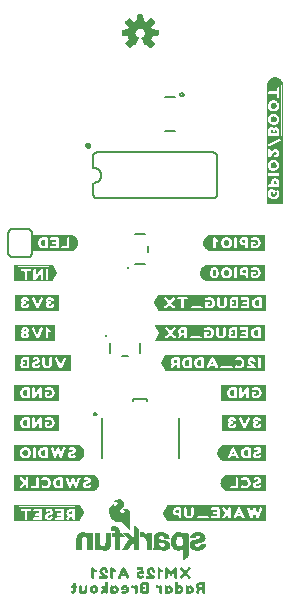
<source format=gbo>
G04 EAGLE Gerber RS-274X export*
G75*
%MOMM*%
%FSLAX34Y34*%
%LPD*%
%INSilkscreen Bottom*%
%IPPOS*%
%AMOC8*
5,1,8,0,0,1.08239X$1,22.5*%
G01*
%ADD10C,0.203200*%
%ADD11C,0.254000*%
%ADD12C,0.254000*%
%ADD13C,0.200000*%
%ADD14C,0.127000*%

G36*
X248147Y337977D02*
X248147Y337977D01*
X248142Y337984D01*
X248149Y337990D01*
X248149Y438190D01*
X248113Y438237D01*
X248106Y438232D01*
X248100Y438239D01*
X248093Y438239D01*
X248107Y438241D01*
X248149Y438284D01*
X248145Y438287D01*
X248149Y438290D01*
X248149Y438890D01*
X248146Y438894D01*
X248149Y438897D01*
X248049Y439597D01*
X248044Y439602D01*
X248047Y439606D01*
X247847Y440205D01*
X247647Y440904D01*
X247642Y440908D01*
X247644Y440912D01*
X247044Y442112D01*
X247037Y442115D01*
X247038Y442121D01*
X246640Y442619D01*
X246241Y443217D01*
X246231Y443221D01*
X246231Y443228D01*
X245731Y443628D01*
X245727Y443629D01*
X245727Y443631D01*
X244527Y444431D01*
X244523Y444431D01*
X244522Y444434D01*
X243922Y444734D01*
X243917Y444733D01*
X243916Y444737D01*
X243316Y444937D01*
X243314Y444936D01*
X243314Y444937D01*
X242614Y445137D01*
X242610Y445136D01*
X242608Y445139D01*
X242008Y445239D01*
X242003Y445236D01*
X242000Y445239D01*
X240600Y445239D01*
X240596Y445236D01*
X240593Y445239D01*
X239893Y445139D01*
X239888Y445134D01*
X239884Y445137D01*
X238684Y444737D01*
X238683Y444734D01*
X238681Y444735D01*
X237981Y444435D01*
X237976Y444427D01*
X237969Y444428D01*
X237471Y444030D01*
X236873Y443631D01*
X236870Y443624D01*
X236865Y443625D01*
X236365Y443125D01*
X236365Y443121D01*
X236362Y443121D01*
X235562Y442121D01*
X235561Y442113D01*
X235556Y442112D01*
X234956Y440912D01*
X234957Y440905D01*
X234953Y440904D01*
X234948Y440887D01*
X234934Y440837D01*
X234892Y440690D01*
X234849Y440542D01*
X234835Y440493D01*
X234793Y440345D01*
X234753Y440205D01*
X234553Y439606D01*
X234555Y439599D01*
X234551Y439597D01*
X234451Y438897D01*
X234454Y438892D01*
X234451Y438890D01*
X234451Y337990D01*
X234487Y337943D01*
X234494Y337948D01*
X234500Y337941D01*
X248100Y337941D01*
X248147Y337977D01*
G37*
G36*
X233590Y247173D02*
X233590Y247173D01*
X233602Y247175D01*
X233902Y247675D01*
X233902Y247678D01*
X233903Y247679D01*
X233902Y247681D01*
X233900Y247693D01*
X233909Y247700D01*
X233909Y260600D01*
X233880Y260638D01*
X233878Y260646D01*
X233378Y260846D01*
X233366Y260842D01*
X233365Y260842D01*
X233360Y260849D01*
X142460Y260849D01*
X142451Y260842D01*
X142448Y260842D01*
X142444Y260839D01*
X142435Y260842D01*
X141935Y260542D01*
X141927Y260524D01*
X141916Y260522D01*
X138916Y254422D01*
X138918Y254411D01*
X138911Y254408D01*
X138811Y253808D01*
X138821Y253789D01*
X138816Y253778D01*
X141816Y247678D01*
X141823Y247675D01*
X141822Y247669D01*
X142222Y247169D01*
X142252Y247162D01*
X142260Y247151D01*
X233560Y247151D01*
X233590Y247173D01*
G37*
G36*
X232686Y221770D02*
X232686Y221770D01*
X232699Y221770D01*
X232999Y222170D01*
X232999Y222178D01*
X233003Y222181D01*
X232999Y222185D01*
X232999Y222192D01*
X233009Y222200D01*
X233009Y235100D01*
X232993Y235121D01*
X232995Y235135D01*
X232695Y235435D01*
X232670Y235438D01*
X232667Y235442D01*
X232665Y235442D01*
X232660Y235449D01*
X229660Y235449D01*
X229624Y235422D01*
X229615Y235419D01*
X229603Y235392D01*
X229589Y235440D01*
X229571Y235434D01*
X229560Y235449D01*
X139560Y235449D01*
X139556Y235446D01*
X139551Y235448D01*
X139546Y235439D01*
X139513Y235413D01*
X139517Y235407D01*
X139516Y235406D01*
X139524Y235395D01*
X139516Y235378D01*
X139816Y234778D01*
X142807Y228696D01*
X142614Y228119D01*
X139616Y222122D01*
X139618Y222110D01*
X139617Y222109D01*
X139619Y222107D01*
X139626Y222069D01*
X139625Y222065D01*
X139925Y221765D01*
X139952Y221762D01*
X139960Y221751D01*
X232660Y221751D01*
X232686Y221770D01*
G37*
G36*
X232411Y196359D02*
X232411Y196359D01*
X232418Y196354D01*
X232918Y196554D01*
X232933Y196578D01*
X232940Y196584D01*
X232938Y196587D01*
X232943Y196595D01*
X232949Y196600D01*
X232949Y209500D01*
X232941Y209511D01*
X232946Y209518D01*
X232746Y210018D01*
X232705Y210043D01*
X232700Y210049D01*
X148200Y210049D01*
X148170Y210027D01*
X148158Y210025D01*
X147858Y209525D01*
X147858Y209523D01*
X147856Y209522D01*
X144756Y203422D01*
X144758Y203410D01*
X144754Y203407D01*
X144759Y203400D01*
X144751Y203392D01*
X144851Y202792D01*
X144859Y202785D01*
X144856Y202778D01*
X147856Y196778D01*
X147869Y196771D01*
X147869Y196762D01*
X148369Y196362D01*
X148392Y196361D01*
X148400Y196351D01*
X232400Y196351D01*
X232411Y196359D01*
G37*
G36*
X233496Y69370D02*
X233496Y69370D01*
X233509Y69370D01*
X233809Y69770D01*
X233809Y69778D01*
X233813Y69781D01*
X233809Y69785D01*
X233809Y69792D01*
X233819Y69800D01*
X233819Y82700D01*
X233800Y82726D01*
X233800Y82739D01*
X233400Y83039D01*
X233382Y83039D01*
X233379Y83042D01*
X233375Y83042D01*
X233370Y83049D01*
X230470Y83049D01*
X230425Y83015D01*
X230423Y83014D01*
X230416Y82992D01*
X230395Y83043D01*
X230380Y83036D01*
X230370Y83049D01*
X149770Y83049D01*
X149737Y83024D01*
X149726Y83022D01*
X149426Y82422D01*
X146326Y76322D01*
X146328Y76311D01*
X146324Y76308D01*
X146330Y76301D01*
X146331Y76296D01*
X146323Y76284D01*
X146523Y75684D01*
X146528Y75681D01*
X146526Y75677D01*
X149626Y69677D01*
X149643Y69669D01*
X149645Y69658D01*
X150145Y69358D01*
X150163Y69360D01*
X150170Y69351D01*
X233470Y69351D01*
X233496Y69370D01*
G37*
G36*
X85815Y94754D02*
X85815Y94754D01*
X85818Y94751D01*
X86418Y94851D01*
X87117Y94951D01*
X87817Y95051D01*
X87825Y95059D01*
X87832Y95056D01*
X89632Y95956D01*
X89635Y95963D01*
X89641Y95962D01*
X90141Y96362D01*
X90142Y96366D01*
X90145Y96365D01*
X90645Y96865D01*
X90645Y96869D01*
X90648Y96869D01*
X91048Y97369D01*
X91049Y97373D01*
X91051Y97373D01*
X91851Y98573D01*
X91851Y98578D01*
X91852Y98579D01*
X91850Y98581D01*
X91850Y98582D01*
X91857Y98584D01*
X92056Y99181D01*
X92354Y99778D01*
X92352Y99789D01*
X92359Y99793D01*
X92459Y100492D01*
X92559Y101092D01*
X92556Y101097D01*
X92559Y101100D01*
X92559Y101800D01*
X92556Y101804D01*
X92559Y101807D01*
X92359Y103207D01*
X92354Y103212D01*
X92357Y103216D01*
X91957Y104416D01*
X91952Y104419D01*
X91954Y104422D01*
X91654Y105022D01*
X91650Y105024D01*
X91651Y105027D01*
X91251Y105627D01*
X91248Y105628D01*
X91248Y105631D01*
X90848Y106131D01*
X90844Y106132D01*
X90845Y106135D01*
X90345Y106635D01*
X90341Y106635D01*
X90341Y106638D01*
X89841Y107038D01*
X89837Y107039D01*
X89837Y107041D01*
X89237Y107441D01*
X89233Y107441D01*
X89232Y107444D01*
X88032Y108044D01*
X88025Y108043D01*
X88024Y108047D01*
X87324Y108247D01*
X87320Y108246D01*
X87318Y108249D01*
X86718Y108349D01*
X86717Y108348D01*
X86717Y108349D01*
X86017Y108449D01*
X86012Y108446D01*
X86010Y108449D01*
X20110Y108449D01*
X20063Y108413D01*
X20066Y108409D01*
X20063Y108406D01*
X20065Y108403D01*
X20061Y108400D01*
X20061Y94800D01*
X20097Y94753D01*
X20104Y94758D01*
X20110Y94751D01*
X85810Y94751D01*
X85815Y94754D01*
G37*
G36*
X73364Y120154D02*
X73364Y120154D01*
X73367Y120151D01*
X74067Y120251D01*
X74068Y120252D01*
X74068Y120251D01*
X74668Y120351D01*
X74671Y120355D01*
X74674Y120353D01*
X75374Y120553D01*
X75378Y120558D01*
X75382Y120556D01*
X76582Y121156D01*
X76584Y121160D01*
X76587Y121159D01*
X77187Y121559D01*
X77188Y121562D01*
X77191Y121562D01*
X77691Y121962D01*
X77692Y121966D01*
X77695Y121965D01*
X78195Y122465D01*
X78195Y122469D01*
X78198Y122469D01*
X78598Y122969D01*
X78599Y122973D01*
X78601Y122973D01*
X79001Y123573D01*
X79001Y123577D01*
X79004Y123578D01*
X79304Y124178D01*
X79303Y124183D01*
X79307Y124184D01*
X79707Y125384D01*
X79705Y125391D01*
X79709Y125393D01*
X79909Y126793D01*
X79906Y126798D01*
X79909Y126800D01*
X79909Y127500D01*
X79906Y127505D01*
X79909Y127508D01*
X79809Y128108D01*
X79709Y128807D01*
X79701Y128815D01*
X79704Y128822D01*
X79406Y129419D01*
X79207Y130016D01*
X79199Y130021D01*
X79201Y130027D01*
X78401Y131227D01*
X78398Y131228D01*
X78398Y131231D01*
X77998Y131731D01*
X77994Y131732D01*
X77995Y131735D01*
X77495Y132235D01*
X77491Y132235D01*
X77491Y132238D01*
X76991Y132638D01*
X76983Y132639D01*
X76982Y132644D01*
X75182Y133544D01*
X75171Y133542D01*
X75167Y133549D01*
X74467Y133649D01*
X73768Y133749D01*
X73168Y133849D01*
X73163Y133846D01*
X73160Y133849D01*
X20260Y133849D01*
X20222Y133820D01*
X20214Y133818D01*
X20014Y133318D01*
X20015Y133316D01*
X20013Y133314D01*
X20017Y133308D01*
X20018Y133305D01*
X20011Y133300D01*
X20011Y120400D01*
X20040Y120362D01*
X20042Y120354D01*
X20542Y120154D01*
X20555Y120158D01*
X20560Y120151D01*
X73360Y120151D01*
X73364Y120154D01*
G37*
G36*
X75788Y69372D02*
X75788Y69372D01*
X75801Y69373D01*
X76201Y69973D01*
X76201Y69977D01*
X76204Y69978D01*
X79204Y75978D01*
X79203Y75983D01*
X79207Y75986D01*
X79201Y75994D01*
X79200Y75999D01*
X79209Y76008D01*
X79109Y76608D01*
X79101Y76615D01*
X79104Y76622D01*
X76104Y82722D01*
X76087Y82731D01*
X76085Y82742D01*
X75585Y83042D01*
X75573Y83041D01*
X75572Y83042D01*
X75565Y83042D01*
X75560Y83049D01*
X72560Y83049D01*
X72520Y83019D01*
X72514Y83017D01*
X72508Y83001D01*
X72495Y83019D01*
X72488Y83041D01*
X72480Y83038D01*
X72473Y83047D01*
X72466Y83042D01*
X72460Y83049D01*
X21060Y83049D01*
X21051Y83042D01*
X21042Y83036D01*
X21030Y83039D01*
X20630Y82739D01*
X20625Y82720D01*
X20613Y82711D01*
X20617Y82705D01*
X20611Y82700D01*
X20611Y69800D01*
X20624Y69782D01*
X20621Y69770D01*
X20921Y69370D01*
X20952Y69362D01*
X20960Y69351D01*
X75760Y69351D01*
X75788Y69372D01*
G37*
G36*
X232857Y272587D02*
X232857Y272587D01*
X232852Y272594D01*
X232859Y272600D01*
X232859Y286200D01*
X232823Y286247D01*
X232816Y286242D01*
X232810Y286249D01*
X229510Y286249D01*
X229484Y286229D01*
X229470Y286229D01*
X229449Y286200D01*
X229448Y286231D01*
X229424Y286230D01*
X229410Y286249D01*
X184110Y286249D01*
X184106Y286246D01*
X184103Y286249D01*
X183403Y286149D01*
X183399Y286145D01*
X183396Y286147D01*
X182696Y285947D01*
X182695Y285946D01*
X182694Y285947D01*
X182094Y285747D01*
X182091Y285742D01*
X182088Y285744D01*
X180888Y285144D01*
X180886Y285140D01*
X180883Y285141D01*
X180283Y284741D01*
X180282Y284738D01*
X180279Y284738D01*
X179779Y284338D01*
X179777Y284331D01*
X179772Y284331D01*
X179372Y283831D01*
X179371Y283827D01*
X179369Y283827D01*
X178970Y283229D01*
X178572Y282731D01*
X178571Y282721D01*
X178565Y282719D01*
X178265Y282019D01*
X178266Y282016D01*
X178263Y282016D01*
X177863Y280816D01*
X177865Y280809D01*
X177861Y280807D01*
X177761Y280107D01*
X177764Y280102D01*
X177761Y280100D01*
X177761Y278700D01*
X177764Y278695D01*
X177761Y278692D01*
X177861Y278092D01*
X177865Y278089D01*
X177863Y278086D01*
X178063Y277386D01*
X178064Y277385D01*
X178063Y277384D01*
X178263Y276784D01*
X178268Y276781D01*
X178266Y276778D01*
X178566Y276178D01*
X178570Y276176D01*
X178569Y276173D01*
X179369Y274973D01*
X179372Y274972D01*
X179372Y274969D01*
X179772Y274469D01*
X179779Y274467D01*
X179779Y274462D01*
X180279Y274062D01*
X180283Y274061D01*
X180283Y274059D01*
X180883Y273659D01*
X180887Y273659D01*
X180888Y273656D01*
X182088Y273056D01*
X182093Y273057D01*
X182094Y273053D01*
X182694Y272853D01*
X182696Y272854D01*
X182696Y272853D01*
X183396Y272653D01*
X183401Y272655D01*
X183403Y272651D01*
X184103Y272551D01*
X184108Y272554D01*
X184110Y272551D01*
X232810Y272551D01*
X232857Y272587D01*
G37*
G36*
X232185Y297954D02*
X232185Y297954D01*
X232188Y297951D01*
X232788Y298051D01*
X232829Y298095D01*
X232826Y298098D01*
X232829Y298100D01*
X232829Y311000D01*
X232826Y311005D01*
X232829Y311008D01*
X232729Y311608D01*
X232685Y311649D01*
X232683Y311646D01*
X232680Y311649D01*
X186680Y311649D01*
X186676Y311646D01*
X186673Y311649D01*
X185973Y311549D01*
X185968Y311544D01*
X185964Y311547D01*
X185365Y311347D01*
X184666Y311147D01*
X184662Y311142D01*
X184658Y311144D01*
X183458Y310544D01*
X183455Y310537D01*
X183449Y310538D01*
X182949Y310138D01*
X182948Y310134D01*
X182945Y310135D01*
X181945Y309135D01*
X181945Y309131D01*
X181942Y309131D01*
X181542Y308631D01*
X181541Y308627D01*
X181539Y308627D01*
X181139Y308027D01*
X181140Y308018D01*
X181133Y308016D01*
X180934Y307419D01*
X180636Y306822D01*
X180638Y306811D01*
X180631Y306807D01*
X180531Y306107D01*
X180431Y305408D01*
X180331Y304808D01*
X180337Y304798D01*
X180331Y304793D01*
X180531Y303393D01*
X180532Y303392D01*
X180531Y303392D01*
X180631Y302792D01*
X180638Y302786D01*
X180635Y302781D01*
X180935Y302081D01*
X180937Y302079D01*
X180936Y302078D01*
X181536Y300878D01*
X181543Y300875D01*
X181542Y300869D01*
X181942Y300369D01*
X181946Y300368D01*
X181945Y300365D01*
X182445Y299865D01*
X182449Y299865D01*
X182449Y299862D01*
X182949Y299462D01*
X182953Y299461D01*
X182953Y299459D01*
X184153Y298659D01*
X184162Y298660D01*
X184164Y298653D01*
X185364Y298253D01*
X185366Y298254D01*
X185366Y298253D01*
X186066Y298053D01*
X186071Y298055D01*
X186073Y298051D01*
X186773Y297951D01*
X186778Y297954D01*
X186780Y297951D01*
X232180Y297951D01*
X232185Y297954D01*
G37*
G36*
X68197Y196387D02*
X68197Y196387D01*
X68192Y196394D01*
X68199Y196400D01*
X68199Y209900D01*
X68163Y209947D01*
X68160Y209945D01*
X68158Y209949D01*
X67558Y210049D01*
X67553Y210046D01*
X67550Y210049D01*
X64850Y210049D01*
X64820Y210027D01*
X64808Y210025D01*
X64790Y209996D01*
X64785Y210035D01*
X64763Y210032D01*
X64750Y210049D01*
X20750Y210049D01*
X20703Y210013D01*
X20706Y210009D01*
X20703Y210006D01*
X20705Y210003D01*
X20701Y210000D01*
X20701Y196500D01*
X20737Y196453D01*
X20740Y196455D01*
X20742Y196451D01*
X21342Y196351D01*
X21347Y196354D01*
X21350Y196351D01*
X68150Y196351D01*
X68197Y196387D01*
G37*
G36*
X233048Y120164D02*
X233048Y120164D01*
X233060Y120161D01*
X233460Y120461D01*
X233464Y120477D01*
X233471Y120482D01*
X233467Y120488D01*
X233469Y120492D01*
X233479Y120500D01*
X233479Y133400D01*
X233466Y133418D01*
X233469Y133430D01*
X233169Y133830D01*
X233138Y133839D01*
X233130Y133849D01*
X198930Y133849D01*
X198926Y133846D01*
X198923Y133849D01*
X197523Y133649D01*
X197520Y133645D01*
X197518Y133645D01*
X197517Y133645D01*
X197514Y133647D01*
X196914Y133447D01*
X196911Y133442D01*
X196908Y133444D01*
X195708Y132844D01*
X195706Y132840D01*
X195703Y132841D01*
X195103Y132441D01*
X195102Y132438D01*
X195099Y132438D01*
X194599Y132038D01*
X194598Y132034D01*
X194595Y132035D01*
X194095Y131535D01*
X194095Y131531D01*
X194092Y131531D01*
X193692Y131031D01*
X193691Y131027D01*
X193689Y131027D01*
X193289Y130427D01*
X193289Y130423D01*
X193286Y130422D01*
X192986Y129822D01*
X192987Y129819D01*
X192984Y129817D01*
X192985Y129816D01*
X192983Y129816D01*
X192783Y129216D01*
X192784Y129214D01*
X192783Y129214D01*
X192744Y129078D01*
X192702Y128931D01*
X192688Y128881D01*
X192646Y128734D01*
X192603Y128586D01*
X192589Y128537D01*
X192583Y128514D01*
X192584Y128510D01*
X192581Y128508D01*
X192481Y127908D01*
X192482Y127907D01*
X192481Y127907D01*
X192381Y127207D01*
X192384Y127202D01*
X192381Y127200D01*
X192381Y126500D01*
X192384Y126496D01*
X192381Y126493D01*
X192481Y125793D01*
X192486Y125788D01*
X192483Y125784D01*
X192683Y125185D01*
X192883Y124486D01*
X192888Y124482D01*
X192886Y124478D01*
X193486Y123278D01*
X193493Y123275D01*
X193492Y123269D01*
X194292Y122269D01*
X194296Y122268D01*
X194295Y122265D01*
X194795Y121765D01*
X194802Y121764D01*
X194803Y121759D01*
X195403Y121359D01*
X195405Y121359D01*
X195405Y121358D01*
X195905Y121058D01*
X195910Y121058D01*
X195911Y121055D01*
X196609Y120755D01*
X197208Y120456D01*
X197219Y120458D01*
X197222Y120451D01*
X197822Y120351D01*
X197823Y120352D01*
X197823Y120351D01*
X199223Y120151D01*
X199228Y120154D01*
X199230Y120151D01*
X233030Y120151D01*
X233048Y120164D01*
G37*
G36*
X232935Y170954D02*
X232935Y170954D01*
X232938Y170951D01*
X233538Y171051D01*
X233579Y171095D01*
X233576Y171098D01*
X233579Y171100D01*
X233579Y184600D01*
X233543Y184647D01*
X233536Y184642D01*
X233530Y184649D01*
X230230Y184649D01*
X230204Y184629D01*
X230190Y184629D01*
X230169Y184600D01*
X230168Y184631D01*
X230144Y184630D01*
X230130Y184649D01*
X196330Y184649D01*
X196325Y184646D01*
X196322Y184649D01*
X195722Y184549D01*
X195685Y184510D01*
X195683Y184508D01*
X195683Y184507D01*
X195681Y184505D01*
X195684Y184503D01*
X195681Y184500D01*
X195681Y171000D01*
X195717Y170953D01*
X195724Y170958D01*
X195730Y170951D01*
X232930Y170951D01*
X232935Y170954D01*
G37*
G36*
X57675Y170954D02*
X57675Y170954D01*
X57678Y170951D01*
X58278Y171051D01*
X58319Y171095D01*
X58316Y171098D01*
X58319Y171100D01*
X58319Y184600D01*
X58283Y184647D01*
X58276Y184642D01*
X58270Y184649D01*
X54970Y184649D01*
X54944Y184629D01*
X54930Y184629D01*
X54909Y184600D01*
X54908Y184631D01*
X54884Y184630D01*
X54870Y184649D01*
X21070Y184649D01*
X21065Y184646D01*
X21062Y184649D01*
X20462Y184549D01*
X20425Y184510D01*
X20423Y184508D01*
X20423Y184507D01*
X20421Y184505D01*
X20424Y184503D01*
X20421Y184500D01*
X20421Y171000D01*
X20457Y170953D01*
X20464Y170958D01*
X20470Y170951D01*
X57670Y170951D01*
X57675Y170954D01*
G37*
G36*
X57675Y145554D02*
X57675Y145554D01*
X57678Y145551D01*
X58278Y145651D01*
X58319Y145695D01*
X58316Y145698D01*
X58319Y145700D01*
X58319Y159200D01*
X58283Y159247D01*
X58276Y159242D01*
X58270Y159249D01*
X54970Y159249D01*
X54944Y159229D01*
X54930Y159229D01*
X54909Y159200D01*
X54908Y159231D01*
X54884Y159230D01*
X54870Y159249D01*
X21070Y159249D01*
X21065Y159246D01*
X21062Y159249D01*
X20462Y159149D01*
X20425Y159110D01*
X20423Y159108D01*
X20423Y159107D01*
X20421Y159105D01*
X20424Y159103D01*
X20421Y159100D01*
X20421Y145600D01*
X20457Y145553D01*
X20464Y145558D01*
X20470Y145551D01*
X57670Y145551D01*
X57675Y145554D01*
G37*
G36*
X67287Y297987D02*
X67287Y297987D01*
X67277Y298000D01*
X67285Y298010D01*
X67293Y297985D01*
X67338Y297953D01*
X67340Y297951D01*
X67940Y297951D01*
X67944Y297954D01*
X67947Y297951D01*
X69347Y298151D01*
X69352Y298156D01*
X69356Y298153D01*
X69956Y298353D01*
X69959Y298358D01*
X69962Y298356D01*
X71162Y298956D01*
X71164Y298960D01*
X71167Y298959D01*
X71767Y299359D01*
X71768Y299362D01*
X71771Y299362D01*
X72271Y299762D01*
X72272Y299766D01*
X72275Y299765D01*
X72775Y300265D01*
X72776Y300272D01*
X72781Y300273D01*
X73180Y300871D01*
X73578Y301369D01*
X73579Y301377D01*
X73584Y301378D01*
X73884Y301978D01*
X73883Y301985D01*
X73887Y301986D01*
X73912Y302074D01*
X73913Y302074D01*
X73912Y302074D01*
X73955Y302222D01*
X73969Y302271D01*
X74011Y302419D01*
X74053Y302567D01*
X74067Y302616D01*
X74087Y302685D01*
X74287Y303284D01*
X74285Y303291D01*
X74289Y303293D01*
X74489Y304693D01*
X74483Y304703D01*
X74489Y304708D01*
X74389Y305304D01*
X74389Y306000D01*
X74383Y306008D01*
X74387Y306014D01*
X74187Y306714D01*
X74186Y306715D01*
X74187Y306716D01*
X73987Y307316D01*
X73982Y307319D01*
X73984Y307322D01*
X73384Y308522D01*
X73377Y308525D01*
X73378Y308531D01*
X72978Y309031D01*
X72978Y309032D01*
X72478Y309632D01*
X72471Y309633D01*
X72471Y309638D01*
X71471Y310438D01*
X71467Y310439D01*
X71467Y310441D01*
X70867Y310841D01*
X70863Y310841D01*
X70862Y310844D01*
X70262Y311144D01*
X70257Y311143D01*
X70256Y311147D01*
X69656Y311347D01*
X69649Y311345D01*
X69647Y311349D01*
X68947Y311449D01*
X68248Y311549D01*
X67648Y311649D01*
X67643Y311646D01*
X67640Y311649D01*
X35840Y311649D01*
X35802Y311620D01*
X35794Y311618D01*
X35594Y311118D01*
X35595Y311116D01*
X35593Y311114D01*
X35597Y311108D01*
X35598Y311105D01*
X35591Y311100D01*
X35591Y298200D01*
X35620Y298162D01*
X35622Y298154D01*
X36122Y297954D01*
X36135Y297958D01*
X36140Y297951D01*
X67240Y297951D01*
X67287Y297987D01*
G37*
G36*
X57481Y247159D02*
X57481Y247159D01*
X57488Y247154D01*
X57988Y247354D01*
X58003Y247378D01*
X58010Y247384D01*
X58008Y247387D01*
X58013Y247395D01*
X58019Y247400D01*
X58019Y260300D01*
X58011Y260311D01*
X58016Y260318D01*
X57816Y260818D01*
X57775Y260843D01*
X57770Y260849D01*
X21370Y260849D01*
X21365Y260846D01*
X21362Y260849D01*
X20762Y260749D01*
X20725Y260710D01*
X20723Y260708D01*
X20723Y260707D01*
X20721Y260705D01*
X20724Y260703D01*
X20721Y260700D01*
X20721Y247800D01*
X20724Y247795D01*
X20721Y247792D01*
X20821Y247192D01*
X20865Y247151D01*
X20868Y247154D01*
X20870Y247151D01*
X57470Y247151D01*
X57481Y247159D01*
G37*
G36*
X232741Y145559D02*
X232741Y145559D01*
X232748Y145554D01*
X233248Y145754D01*
X233263Y145778D01*
X233270Y145784D01*
X233268Y145787D01*
X233273Y145795D01*
X233279Y145800D01*
X233279Y158700D01*
X233271Y158711D01*
X233276Y158718D01*
X233076Y159218D01*
X233035Y159243D01*
X233030Y159249D01*
X196630Y159249D01*
X196625Y159246D01*
X196622Y159249D01*
X196022Y159149D01*
X195985Y159110D01*
X195983Y159108D01*
X195983Y159107D01*
X195981Y159105D01*
X195984Y159103D01*
X195981Y159100D01*
X195981Y146200D01*
X195984Y146195D01*
X195981Y146192D01*
X196081Y145592D01*
X196125Y145551D01*
X196128Y145554D01*
X196130Y145551D01*
X232730Y145551D01*
X232741Y145559D01*
G37*
G36*
X232604Y94754D02*
X232604Y94754D01*
X232607Y94751D01*
X233307Y94851D01*
X233349Y94894D01*
X233345Y94897D01*
X233349Y94900D01*
X233349Y107800D01*
X233346Y107805D01*
X233349Y107808D01*
X233249Y108408D01*
X233205Y108449D01*
X233203Y108446D01*
X233200Y108449D01*
X201400Y108449D01*
X201396Y108446D01*
X201393Y108449D01*
X200693Y108349D01*
X200688Y108344D01*
X200684Y108347D01*
X200085Y108147D01*
X199386Y107947D01*
X199382Y107942D01*
X199378Y107944D01*
X198178Y107344D01*
X198175Y107337D01*
X198169Y107338D01*
X197669Y106938D01*
X197668Y106934D01*
X197665Y106935D01*
X196665Y105935D01*
X196665Y105931D01*
X196662Y105931D01*
X196262Y105431D01*
X196261Y105423D01*
X196256Y105422D01*
X195356Y103622D01*
X195358Y103611D01*
X195351Y103607D01*
X195251Y102908D01*
X195151Y102308D01*
X195152Y102307D01*
X195151Y102307D01*
X195051Y101607D01*
X195056Y101598D01*
X195051Y101593D01*
X195251Y100193D01*
X195256Y100188D01*
X195253Y100184D01*
X195453Y99585D01*
X195653Y98886D01*
X195658Y98882D01*
X195656Y98878D01*
X195956Y98278D01*
X195959Y98277D01*
X195958Y98275D01*
X196258Y97775D01*
X196263Y97773D01*
X196262Y97768D01*
X196762Y97169D01*
X197162Y96669D01*
X197169Y96667D01*
X197169Y96662D01*
X197669Y96262D01*
X197673Y96261D01*
X197673Y96259D01*
X198873Y95459D01*
X198882Y95460D01*
X198884Y95453D01*
X200084Y95053D01*
X200086Y95054D01*
X200086Y95053D01*
X200786Y94853D01*
X200791Y94855D01*
X200793Y94851D01*
X201493Y94751D01*
X201498Y94754D01*
X201500Y94751D01*
X232600Y94751D01*
X232604Y94754D01*
G37*
G36*
X136320Y470046D02*
X136320Y470046D01*
X136428Y470056D01*
X136441Y470062D01*
X136455Y470064D01*
X136552Y470112D01*
X136651Y470157D01*
X136664Y470168D01*
X136673Y470172D01*
X136688Y470188D01*
X136765Y470250D01*
X139350Y472835D01*
X139413Y472924D01*
X139479Y473009D01*
X139484Y473022D01*
X139492Y473034D01*
X139523Y473137D01*
X139559Y473240D01*
X139559Y473254D01*
X139563Y473267D01*
X139559Y473375D01*
X139560Y473484D01*
X139555Y473497D01*
X139555Y473511D01*
X139517Y473613D01*
X139482Y473715D01*
X139473Y473730D01*
X139469Y473739D01*
X139455Y473756D01*
X139401Y473838D01*
X136637Y477228D01*
X137194Y478310D01*
X137200Y478330D01*
X137242Y478425D01*
X137613Y479584D01*
X141964Y480027D01*
X142068Y480055D01*
X142174Y480080D01*
X142186Y480087D01*
X142199Y480090D01*
X142289Y480151D01*
X142382Y480208D01*
X142390Y480219D01*
X142402Y480227D01*
X142468Y480313D01*
X142537Y480397D01*
X142541Y480410D01*
X142550Y480421D01*
X142584Y480524D01*
X142623Y480625D01*
X142624Y480643D01*
X142628Y480652D01*
X142628Y480674D01*
X142637Y480772D01*
X142637Y484428D01*
X142620Y484535D01*
X142606Y484643D01*
X142600Y484655D01*
X142598Y484669D01*
X142546Y484765D01*
X142499Y484862D01*
X142489Y484872D01*
X142483Y484884D01*
X142403Y484958D01*
X142327Y485035D01*
X142315Y485041D01*
X142305Y485051D01*
X142206Y485096D01*
X142109Y485144D01*
X142091Y485148D01*
X142082Y485152D01*
X142061Y485154D01*
X141964Y485173D01*
X137613Y485616D01*
X137242Y486775D01*
X137233Y486793D01*
X137231Y486800D01*
X137227Y486807D01*
X137194Y486890D01*
X136637Y487972D01*
X139401Y491362D01*
X139455Y491456D01*
X139512Y491548D01*
X139515Y491561D01*
X139522Y491573D01*
X139543Y491680D01*
X139568Y491785D01*
X139566Y491799D01*
X139569Y491813D01*
X139554Y491920D01*
X139544Y492028D01*
X139538Y492041D01*
X139536Y492055D01*
X139488Y492152D01*
X139443Y492251D01*
X139432Y492264D01*
X139428Y492273D01*
X139412Y492288D01*
X139350Y492365D01*
X136765Y494950D01*
X136676Y495013D01*
X136591Y495079D01*
X136578Y495084D01*
X136566Y495092D01*
X136463Y495123D01*
X136360Y495159D01*
X136346Y495159D01*
X136333Y495163D01*
X136225Y495159D01*
X136116Y495160D01*
X136103Y495155D01*
X136089Y495155D01*
X135987Y495117D01*
X135885Y495082D01*
X135870Y495073D01*
X135861Y495069D01*
X135844Y495055D01*
X135762Y495001D01*
X132372Y492237D01*
X131290Y492794D01*
X131270Y492800D01*
X131175Y492842D01*
X130016Y493213D01*
X129573Y497564D01*
X129545Y497668D01*
X129520Y497774D01*
X129513Y497786D01*
X129510Y497799D01*
X129449Y497889D01*
X129392Y497982D01*
X129381Y497990D01*
X129373Y498002D01*
X129287Y498068D01*
X129203Y498137D01*
X129190Y498141D01*
X129179Y498150D01*
X129076Y498184D01*
X128975Y498223D01*
X128957Y498224D01*
X128948Y498228D01*
X128926Y498228D01*
X128828Y498237D01*
X125172Y498237D01*
X125065Y498220D01*
X124957Y498206D01*
X124945Y498200D01*
X124931Y498198D01*
X124835Y498146D01*
X124738Y498099D01*
X124728Y498089D01*
X124716Y498083D01*
X124642Y498003D01*
X124565Y497927D01*
X124559Y497915D01*
X124549Y497905D01*
X124504Y497806D01*
X124456Y497709D01*
X124452Y497691D01*
X124448Y497682D01*
X124446Y497661D01*
X124427Y497564D01*
X123984Y493213D01*
X122825Y492842D01*
X122807Y492832D01*
X122710Y492794D01*
X121628Y492237D01*
X118238Y495001D01*
X118144Y495055D01*
X118052Y495112D01*
X118039Y495115D01*
X118027Y495122D01*
X117920Y495143D01*
X117815Y495168D01*
X117801Y495166D01*
X117787Y495169D01*
X117680Y495154D01*
X117572Y495144D01*
X117559Y495138D01*
X117546Y495136D01*
X117448Y495088D01*
X117349Y495043D01*
X117336Y495032D01*
X117327Y495028D01*
X117312Y495012D01*
X117235Y494950D01*
X114650Y492365D01*
X114587Y492276D01*
X114521Y492191D01*
X114516Y492178D01*
X114508Y492166D01*
X114477Y492063D01*
X114441Y491960D01*
X114441Y491946D01*
X114437Y491933D01*
X114441Y491825D01*
X114440Y491716D01*
X114445Y491703D01*
X114445Y491689D01*
X114483Y491587D01*
X114518Y491485D01*
X114527Y491470D01*
X114531Y491461D01*
X114545Y491444D01*
X114599Y491362D01*
X117363Y487972D01*
X116806Y486890D01*
X116800Y486870D01*
X116758Y486775D01*
X116387Y485616D01*
X112036Y485173D01*
X111932Y485145D01*
X111826Y485120D01*
X111814Y485113D01*
X111801Y485110D01*
X111711Y485049D01*
X111618Y484992D01*
X111610Y484981D01*
X111598Y484973D01*
X111532Y484887D01*
X111464Y484803D01*
X111459Y484790D01*
X111450Y484779D01*
X111416Y484676D01*
X111377Y484575D01*
X111376Y484557D01*
X111372Y484548D01*
X111373Y484526D01*
X111363Y484428D01*
X111363Y480772D01*
X111380Y480665D01*
X111394Y480557D01*
X111400Y480545D01*
X111402Y480531D01*
X111454Y480435D01*
X111501Y480338D01*
X111511Y480328D01*
X111517Y480316D01*
X111597Y480242D01*
X111673Y480165D01*
X111685Y480159D01*
X111696Y480149D01*
X111794Y480104D01*
X111891Y480056D01*
X111909Y480052D01*
X111918Y480048D01*
X111939Y480046D01*
X112036Y480027D01*
X116387Y479584D01*
X116758Y478425D01*
X116768Y478407D01*
X116806Y478310D01*
X117363Y477228D01*
X114599Y473838D01*
X114545Y473744D01*
X114488Y473652D01*
X114485Y473639D01*
X114478Y473627D01*
X114457Y473520D01*
X114432Y473415D01*
X114434Y473401D01*
X114431Y473387D01*
X114446Y473280D01*
X114456Y473172D01*
X114462Y473159D01*
X114464Y473146D01*
X114512Y473048D01*
X114557Y472949D01*
X114568Y472936D01*
X114572Y472927D01*
X114588Y472912D01*
X114650Y472835D01*
X117235Y470250D01*
X117324Y470187D01*
X117409Y470121D01*
X117422Y470116D01*
X117434Y470108D01*
X117537Y470077D01*
X117640Y470041D01*
X117654Y470041D01*
X117667Y470037D01*
X117775Y470041D01*
X117884Y470040D01*
X117897Y470045D01*
X117911Y470045D01*
X118013Y470083D01*
X118115Y470118D01*
X118130Y470127D01*
X118139Y470131D01*
X118156Y470145D01*
X118238Y470199D01*
X121628Y472963D01*
X122710Y472406D01*
X122763Y472389D01*
X122812Y472363D01*
X122878Y472352D01*
X122942Y472331D01*
X122998Y472332D01*
X123052Y472323D01*
X123119Y472334D01*
X123186Y472335D01*
X123238Y472353D01*
X123293Y472362D01*
X123353Y472394D01*
X123416Y472417D01*
X123459Y472451D01*
X123509Y472477D01*
X123555Y472526D01*
X123607Y472568D01*
X123638Y472615D01*
X123676Y472655D01*
X123732Y472760D01*
X123740Y472773D01*
X123741Y472778D01*
X123745Y472785D01*
X125898Y477982D01*
X125918Y478065D01*
X125923Y478078D01*
X125925Y478094D01*
X125950Y478179D01*
X125949Y478200D01*
X125954Y478220D01*
X125946Y478302D01*
X125947Y478321D01*
X125943Y478341D01*
X125939Y478422D01*
X125932Y478442D01*
X125930Y478463D01*
X125898Y478532D01*
X125892Y478559D01*
X125877Y478583D01*
X125851Y478650D01*
X125838Y478666D01*
X125829Y478685D01*
X125784Y478734D01*
X125764Y478766D01*
X125733Y478791D01*
X125695Y478837D01*
X125672Y478853D01*
X125662Y478863D01*
X125641Y478875D01*
X125576Y478920D01*
X125575Y478921D01*
X125574Y478922D01*
X124675Y479428D01*
X123988Y480072D01*
X123473Y480860D01*
X123161Y481748D01*
X123069Y482685D01*
X123202Y483617D01*
X123553Y484491D01*
X124102Y485256D01*
X124816Y485869D01*
X125656Y486294D01*
X126573Y486508D01*
X127514Y486498D01*
X128426Y486264D01*
X129256Y485821D01*
X129957Y485192D01*
X130489Y484415D01*
X130820Y483534D01*
X130933Y482599D01*
X130825Y481682D01*
X130505Y480814D01*
X129991Y480045D01*
X129312Y479418D01*
X128428Y478923D01*
X128386Y478890D01*
X128344Y478867D01*
X128313Y478834D01*
X128265Y478799D01*
X128253Y478783D01*
X128237Y478770D01*
X128202Y478715D01*
X128177Y478689D01*
X128164Y478659D01*
X128122Y478601D01*
X128116Y478582D01*
X128106Y478565D01*
X128087Y478490D01*
X128077Y478467D01*
X128074Y478443D01*
X128051Y478368D01*
X128052Y478348D01*
X128047Y478328D01*
X128054Y478242D01*
X128053Y478224D01*
X128056Y478208D01*
X128059Y478124D01*
X128067Y478099D01*
X128068Y478085D01*
X128078Y478063D01*
X128102Y477982D01*
X129031Y475739D01*
X129031Y475738D01*
X129962Y473491D01*
X129963Y473491D01*
X130255Y472785D01*
X130284Y472738D01*
X130305Y472686D01*
X130348Y472635D01*
X130384Y472578D01*
X130427Y472543D01*
X130463Y472500D01*
X130520Y472466D01*
X130572Y472423D01*
X130624Y472404D01*
X130672Y472375D01*
X130738Y472361D01*
X130801Y472337D01*
X130856Y472335D01*
X130910Y472324D01*
X130977Y472331D01*
X131044Y472329D01*
X131098Y472345D01*
X131153Y472352D01*
X131264Y472396D01*
X131278Y472400D01*
X131282Y472403D01*
X131290Y472406D01*
X132372Y472963D01*
X135762Y470199D01*
X135856Y470145D01*
X135948Y470088D01*
X135961Y470085D01*
X135973Y470078D01*
X136080Y470057D01*
X136185Y470032D01*
X136199Y470034D01*
X136213Y470031D01*
X136320Y470046D01*
G37*
G36*
X52955Y272570D02*
X52955Y272570D01*
X52968Y272569D01*
X53368Y273069D01*
X53369Y273077D01*
X53374Y273078D01*
X56374Y279078D01*
X56373Y279084D01*
X56377Y279088D01*
X56372Y279095D01*
X56379Y279100D01*
X56379Y279700D01*
X56370Y279713D01*
X56374Y279722D01*
X53374Y285822D01*
X53364Y285827D01*
X53365Y285835D01*
X52965Y286235D01*
X52940Y286238D01*
X52937Y286242D01*
X52935Y286242D01*
X52930Y286249D01*
X20630Y286249D01*
X20583Y286213D01*
X20585Y286210D01*
X20581Y286208D01*
X20481Y285608D01*
X20484Y285603D01*
X20481Y285600D01*
X20481Y272700D01*
X20517Y272653D01*
X20520Y272655D01*
X20522Y272651D01*
X21122Y272551D01*
X21127Y272554D01*
X21130Y272551D01*
X52930Y272551D01*
X52955Y272570D01*
G37*
G36*
X54821Y221767D02*
X54821Y221767D01*
X54835Y221765D01*
X55135Y222065D01*
X55137Y222077D01*
X55143Y222082D01*
X55138Y222089D01*
X55139Y222092D01*
X55149Y222100D01*
X55149Y235000D01*
X55136Y235018D01*
X55139Y235030D01*
X54839Y235430D01*
X54808Y235439D01*
X54800Y235449D01*
X51800Y235449D01*
X51779Y235433D01*
X51766Y235436D01*
X51742Y235412D01*
X51743Y235423D01*
X51716Y235428D01*
X51700Y235449D01*
X21300Y235449D01*
X21262Y235420D01*
X21254Y235418D01*
X21054Y234918D01*
X21055Y234916D01*
X21053Y234914D01*
X21057Y234908D01*
X21058Y234905D01*
X21051Y234900D01*
X21051Y222000D01*
X21080Y221962D01*
X21082Y221954D01*
X21582Y221754D01*
X21595Y221758D01*
X21600Y221751D01*
X54800Y221751D01*
X54821Y221767D01*
G37*
G36*
X118140Y61691D02*
X118140Y61691D01*
X118191Y61693D01*
X118223Y61711D01*
X118259Y61719D01*
X118298Y61752D01*
X118343Y61776D01*
X118364Y61806D01*
X118392Y61829D01*
X118413Y61876D01*
X118443Y61918D01*
X118451Y61960D01*
X118463Y61988D01*
X118462Y62018D01*
X118470Y62060D01*
X118470Y74860D01*
X118466Y74878D01*
X118468Y74902D01*
X118268Y76702D01*
X118257Y76733D01*
X118251Y76780D01*
X118051Y77380D01*
X118038Y77400D01*
X118030Y77430D01*
X117730Y78030D01*
X117722Y78040D01*
X117716Y78056D01*
X117416Y78556D01*
X117402Y78570D01*
X117393Y78589D01*
X117316Y78659D01*
X117295Y78680D01*
X117290Y78682D01*
X117286Y78686D01*
X116802Y78976D01*
X116418Y79264D01*
X116383Y79279D01*
X116331Y79313D01*
X115331Y79713D01*
X115298Y79718D01*
X115253Y79735D01*
X114653Y79835D01*
X114626Y79833D01*
X114590Y79840D01*
X113790Y79840D01*
X113754Y79832D01*
X113698Y79829D01*
X113343Y79740D01*
X113190Y79740D01*
X113175Y79737D01*
X113160Y79739D01*
X113028Y79702D01*
X113021Y79701D01*
X113021Y79700D01*
X113020Y79700D01*
X112820Y79600D01*
X112801Y79584D01*
X112777Y79575D01*
X112735Y79529D01*
X112687Y79489D01*
X112677Y79467D01*
X112660Y79448D01*
X112642Y79388D01*
X112616Y79331D01*
X112618Y79306D01*
X112610Y79282D01*
X112621Y79220D01*
X112624Y79158D01*
X112636Y79136D01*
X112640Y79111D01*
X112689Y79038D01*
X112707Y79006D01*
X112715Y79001D01*
X112721Y78991D01*
X112821Y78891D01*
X112853Y78871D01*
X112920Y78820D01*
X113320Y78620D01*
X113343Y78614D01*
X113370Y78599D01*
X113585Y78528D01*
X113895Y78218D01*
X114045Y77992D01*
X114110Y77798D01*
X114110Y77622D01*
X114038Y77406D01*
X113878Y77085D01*
X113648Y76856D01*
X113412Y76698D01*
X112981Y76526D01*
X112552Y76440D01*
X111837Y76440D01*
X111146Y76613D01*
X110650Y76944D01*
X110329Y77345D01*
X110170Y77822D01*
X110170Y78382D01*
X110416Y78955D01*
X111076Y79709D01*
X111874Y80607D01*
X111875Y80609D01*
X111876Y80610D01*
X112576Y81410D01*
X112592Y81439D01*
X112622Y81475D01*
X113122Y82375D01*
X113133Y82413D01*
X113161Y82478D01*
X113361Y83378D01*
X113361Y83411D01*
X113370Y83460D01*
X113370Y84260D01*
X113362Y84297D01*
X113351Y84380D01*
X113051Y85280D01*
X113030Y85314D01*
X112999Y85381D01*
X112499Y86081D01*
X112473Y86104D01*
X112443Y86144D01*
X111543Y86944D01*
X111512Y86961D01*
X111472Y86994D01*
X110372Y87594D01*
X110336Y87604D01*
X110258Y87634D01*
X109158Y87834D01*
X109129Y87833D01*
X109090Y87840D01*
X108090Y87840D01*
X108053Y87832D01*
X107970Y87821D01*
X107070Y87521D01*
X107064Y87517D01*
X107057Y87516D01*
X106257Y87216D01*
X106242Y87206D01*
X106220Y87200D01*
X106054Y87117D01*
X105620Y86900D01*
X105598Y86882D01*
X105562Y86864D01*
X105162Y86564D01*
X105147Y86546D01*
X105121Y86529D01*
X105021Y86429D01*
X105008Y86407D01*
X104988Y86391D01*
X104962Y86334D01*
X104930Y86282D01*
X104927Y86256D01*
X104917Y86232D01*
X104919Y86171D01*
X104913Y86109D01*
X104922Y86085D01*
X104923Y86059D01*
X104953Y86005D01*
X104975Y85947D01*
X104994Y85930D01*
X105006Y85907D01*
X105057Y85872D01*
X105102Y85830D01*
X105127Y85822D01*
X105148Y85807D01*
X105232Y85791D01*
X105268Y85780D01*
X105278Y85782D01*
X105290Y85780D01*
X105590Y85780D01*
X105627Y85788D01*
X105710Y85799D01*
X105952Y85880D01*
X106143Y85880D01*
X106498Y85791D01*
X106506Y85791D01*
X106515Y85787D01*
X106966Y85697D01*
X107289Y85535D01*
X107610Y85295D01*
X107745Y85092D01*
X107829Y84840D01*
X107842Y84820D01*
X107850Y84790D01*
X107938Y84614D01*
X107989Y84460D01*
X107929Y84280D01*
X107928Y84267D01*
X107921Y84252D01*
X107837Y83916D01*
X107674Y83671D01*
X107666Y83651D01*
X107650Y83630D01*
X107478Y83285D01*
X107248Y83056D01*
X106979Y82876D01*
X106972Y82869D01*
X106962Y82864D01*
X106570Y82571D01*
X106299Y82390D01*
X105867Y82174D01*
X105600Y82040D01*
X105052Y82040D01*
X104859Y82105D01*
X104710Y82204D01*
X104570Y82622D01*
X104570Y83360D01*
X104558Y83410D01*
X104558Y83431D01*
X104557Y83455D01*
X104556Y83462D01*
X104539Y83494D01*
X104531Y83529D01*
X104498Y83569D01*
X104473Y83614D01*
X104443Y83635D01*
X104421Y83662D01*
X104373Y83684D01*
X104331Y83713D01*
X104295Y83719D01*
X104262Y83733D01*
X104211Y83731D01*
X104160Y83739D01*
X104119Y83728D01*
X104089Y83727D01*
X104062Y83712D01*
X104020Y83700D01*
X104009Y83695D01*
X103249Y83315D01*
X103220Y83300D01*
X103216Y83297D01*
X103106Y83213D01*
X102306Y82313D01*
X102291Y82285D01*
X102262Y82252D01*
X101562Y81052D01*
X101553Y81023D01*
X101532Y80988D01*
X101032Y79588D01*
X101029Y79562D01*
X101016Y79530D01*
X100716Y77930D01*
X100718Y77894D01*
X100710Y77839D01*
X100810Y76039D01*
X100820Y76007D01*
X100824Y75958D01*
X101324Y74158D01*
X101341Y74127D01*
X101358Y74075D01*
X102358Y72275D01*
X102375Y72257D01*
X102390Y72227D01*
X103090Y71327D01*
X103097Y71321D01*
X103101Y71313D01*
X103111Y71307D01*
X103121Y71291D01*
X103921Y70491D01*
X103931Y70485D01*
X103940Y70474D01*
X104740Y69774D01*
X104765Y69760D01*
X104794Y69734D01*
X105794Y69134D01*
X105819Y69126D01*
X105849Y69107D01*
X106849Y68707D01*
X106868Y68704D01*
X106890Y68693D01*
X107990Y68393D01*
X108007Y68393D01*
X108028Y68385D01*
X109228Y68185D01*
X109254Y68187D01*
X109290Y68180D01*
X111159Y68180D01*
X111656Y68097D01*
X112072Y67847D01*
X113022Y67087D01*
X113498Y66517D01*
X113510Y66507D01*
X113521Y66491D01*
X114799Y65213D01*
X115281Y64539D01*
X115301Y64521D01*
X115321Y64491D01*
X115909Y63903D01*
X116398Y63317D01*
X116410Y63307D01*
X116421Y63291D01*
X116902Y62810D01*
X117186Y62432D01*
X117204Y62417D01*
X117221Y62391D01*
X117495Y62118D01*
X117674Y61849D01*
X117693Y61831D01*
X117706Y61807D01*
X117756Y61772D01*
X117800Y61731D01*
X117826Y61723D01*
X117848Y61707D01*
X117929Y61692D01*
X117966Y61681D01*
X117977Y61682D01*
X117990Y61680D01*
X118090Y61680D01*
X118140Y61691D01*
G37*
G36*
X163829Y36191D02*
X163829Y36191D01*
X163891Y36193D01*
X163913Y36206D01*
X163939Y36210D01*
X164010Y36258D01*
X164043Y36276D01*
X164049Y36284D01*
X164059Y36291D01*
X164944Y37176D01*
X166428Y38363D01*
X166439Y38378D01*
X166459Y38391D01*
X167344Y39276D01*
X167828Y39663D01*
X167834Y39671D01*
X167843Y39676D01*
X167887Y39739D01*
X167935Y39799D01*
X167937Y39809D01*
X167943Y39818D01*
X167958Y39899D01*
X167963Y39910D01*
X167963Y39922D01*
X167970Y39960D01*
X167970Y58460D01*
X167969Y58464D01*
X167970Y58469D01*
X167950Y58549D01*
X167931Y58629D01*
X167928Y58632D01*
X167927Y58637D01*
X167873Y58699D01*
X167821Y58762D01*
X167816Y58764D01*
X167814Y58768D01*
X167682Y58829D01*
X167282Y58929D01*
X167274Y58929D01*
X167265Y58933D01*
X166765Y59033D01*
X166733Y59032D01*
X166690Y59040D01*
X166237Y59040D01*
X165882Y59129D01*
X165874Y59129D01*
X165865Y59133D01*
X165373Y59231D01*
X164982Y59329D01*
X164974Y59329D01*
X164965Y59333D01*
X163965Y59533D01*
X163963Y59533D01*
X163962Y59533D01*
X163878Y59530D01*
X163791Y59527D01*
X163790Y59527D01*
X163789Y59527D01*
X163715Y59486D01*
X163639Y59445D01*
X163638Y59444D01*
X163637Y59444D01*
X163589Y59375D01*
X163538Y59304D01*
X163538Y59303D01*
X163537Y59302D01*
X163510Y59160D01*
X163510Y58378D01*
X163359Y58529D01*
X163343Y58539D01*
X163328Y58557D01*
X162828Y58957D01*
X162807Y58967D01*
X162786Y58986D01*
X161786Y59586D01*
X161773Y59590D01*
X161653Y59635D01*
X160453Y59835D01*
X160426Y59833D01*
X160390Y59840D01*
X159690Y59840D01*
X159679Y59838D01*
X159665Y59839D01*
X158165Y59739D01*
X158128Y59728D01*
X158062Y59718D01*
X156662Y59218D01*
X156633Y59199D01*
X156586Y59181D01*
X155486Y58481D01*
X155459Y58453D01*
X155407Y58414D01*
X154507Y57414D01*
X154494Y57391D01*
X154469Y57364D01*
X153769Y56264D01*
X153757Y56228D01*
X153727Y56172D01*
X153327Y54872D01*
X153326Y54857D01*
X153318Y54840D01*
X153018Y53440D01*
X153019Y53416D01*
X153011Y53385D01*
X152911Y51885D01*
X152914Y51863D01*
X152911Y51833D01*
X153011Y50433D01*
X153018Y50409D01*
X153020Y50375D01*
X153320Y49075D01*
X153332Y49050D01*
X153339Y49014D01*
X153839Y47814D01*
X153849Y47799D01*
X153856Y47778D01*
X154456Y46678D01*
X154482Y46649D01*
X154521Y46591D01*
X155421Y45691D01*
X155443Y45678D01*
X155466Y45652D01*
X156566Y44852D01*
X156602Y44837D01*
X156670Y44799D01*
X157870Y44399D01*
X157900Y44396D01*
X157940Y44383D01*
X159440Y44183D01*
X159479Y44187D01*
X159553Y44185D01*
X161353Y44485D01*
X161389Y44500D01*
X161460Y44520D01*
X161590Y44585D01*
X162060Y44820D01*
X162070Y44828D01*
X162086Y44834D01*
X163086Y45434D01*
X163106Y45454D01*
X163187Y45522D01*
X163410Y45801D01*
X163410Y36560D01*
X163416Y36535D01*
X163413Y36509D01*
X163435Y36452D01*
X163449Y36391D01*
X163466Y36371D01*
X163475Y36347D01*
X163520Y36305D01*
X163559Y36258D01*
X163583Y36247D01*
X163602Y36230D01*
X163661Y36212D01*
X163718Y36187D01*
X163743Y36188D01*
X163768Y36180D01*
X163829Y36191D01*
G37*
G36*
X147820Y44187D02*
X147820Y44187D01*
X147865Y44187D01*
X148328Y44280D01*
X148790Y44280D01*
X148826Y44288D01*
X148882Y44291D01*
X149282Y44391D01*
X149302Y44401D01*
X149331Y44407D01*
X149831Y44607D01*
X149843Y44615D01*
X149860Y44620D01*
X150260Y44820D01*
X150276Y44833D01*
X150301Y44844D01*
X150581Y45031D01*
X150960Y45220D01*
X150989Y45244D01*
X151059Y45291D01*
X151359Y45591D01*
X151375Y45618D01*
X151406Y45649D01*
X151601Y45940D01*
X151894Y46332D01*
X151898Y46341D01*
X151906Y46349D01*
X152106Y46649D01*
X152107Y46650D01*
X152108Y46651D01*
X152163Y46785D01*
X152253Y47236D01*
X152430Y47590D01*
X152434Y47605D01*
X152443Y47618D01*
X152469Y47752D01*
X152470Y47759D01*
X152470Y47760D01*
X152470Y48222D01*
X152563Y48685D01*
X152563Y48695D01*
X152564Y48828D01*
X152364Y49928D01*
X152355Y49950D01*
X152351Y49980D01*
X152051Y50880D01*
X152034Y50907D01*
X152020Y50949D01*
X151620Y51649D01*
X151597Y51673D01*
X151537Y51749D01*
X150837Y52349D01*
X150811Y52363D01*
X150779Y52390D01*
X150079Y52790D01*
X150053Y52798D01*
X150024Y52816D01*
X149224Y53116D01*
X149205Y53119D01*
X149182Y53129D01*
X148382Y53329D01*
X148360Y53329D01*
X148332Y53338D01*
X147432Y53438D01*
X145638Y53637D01*
X144969Y53733D01*
X144303Y53923D01*
X143750Y54108D01*
X143350Y54348D01*
X143170Y54587D01*
X143170Y55470D01*
X143403Y55935D01*
X143459Y55991D01*
X143479Y56023D01*
X143530Y56090D01*
X143573Y56177D01*
X143980Y56380D01*
X144090Y56380D01*
X144105Y56383D01*
X144120Y56381D01*
X144252Y56418D01*
X144259Y56419D01*
X144259Y56420D01*
X144260Y56420D01*
X144380Y56480D01*
X146000Y56480D01*
X146865Y56048D01*
X147178Y55735D01*
X147238Y55614D01*
X147329Y55340D01*
X147342Y55320D01*
X147350Y55290D01*
X147410Y55170D01*
X147410Y54760D01*
X147421Y54710D01*
X147423Y54659D01*
X147441Y54627D01*
X147449Y54591D01*
X147482Y54552D01*
X147506Y54507D01*
X147536Y54486D01*
X147559Y54458D01*
X147606Y54437D01*
X147648Y54407D01*
X147690Y54399D01*
X147718Y54387D01*
X147748Y54388D01*
X147790Y54380D01*
X151690Y54380D01*
X151770Y54398D01*
X151850Y54415D01*
X151854Y54418D01*
X151859Y54419D01*
X151922Y54472D01*
X151986Y54522D01*
X151988Y54526D01*
X151992Y54529D01*
X152026Y54604D01*
X152061Y54678D01*
X152061Y54683D01*
X152063Y54688D01*
X152062Y54715D01*
X152065Y54823D01*
X151865Y56023D01*
X151855Y56046D01*
X151855Y56048D01*
X151854Y56068D01*
X151852Y56073D01*
X151851Y56080D01*
X151651Y56680D01*
X151631Y56712D01*
X151594Y56788D01*
X151306Y57172D01*
X151016Y57656D01*
X151004Y57668D01*
X150994Y57688D01*
X150694Y58088D01*
X150669Y58109D01*
X150662Y58122D01*
X150647Y58133D01*
X150618Y58164D01*
X150218Y58464D01*
X150202Y58471D01*
X150186Y58486D01*
X149186Y59086D01*
X149161Y59094D01*
X149131Y59113D01*
X148631Y59313D01*
X148602Y59317D01*
X148565Y59333D01*
X148088Y59428D01*
X147510Y59621D01*
X147485Y59623D01*
X147453Y59635D01*
X146859Y59734D01*
X146365Y59833D01*
X146333Y59832D01*
X146290Y59840D01*
X143990Y59840D01*
X143960Y59833D01*
X143915Y59833D01*
X143452Y59740D01*
X142890Y59740D01*
X142860Y59733D01*
X142815Y59733D01*
X142315Y59633D01*
X142289Y59621D01*
X142249Y59613D01*
X141781Y59426D01*
X141315Y59333D01*
X141289Y59321D01*
X141249Y59313D01*
X140749Y59113D01*
X140718Y59091D01*
X140662Y59064D01*
X139462Y58164D01*
X139437Y58134D01*
X139386Y58088D01*
X139086Y57688D01*
X139074Y57662D01*
X139050Y57630D01*
X138850Y57230D01*
X138847Y57216D01*
X138837Y57201D01*
X138637Y56701D01*
X138633Y56672D01*
X138617Y56635D01*
X138517Y56135D01*
X138518Y56103D01*
X138510Y56060D01*
X138510Y47450D01*
X138450Y47330D01*
X138446Y47315D01*
X138437Y47302D01*
X138411Y47168D01*
X138410Y47162D01*
X138410Y47161D01*
X138410Y47160D01*
X138410Y46350D01*
X138350Y46230D01*
X138346Y46215D01*
X138337Y46202D01*
X138328Y46156D01*
X138327Y46153D01*
X138327Y46151D01*
X138311Y46068D01*
X138310Y46062D01*
X138310Y46061D01*
X138310Y46060D01*
X138310Y45950D01*
X138250Y45830D01*
X138246Y45815D01*
X138237Y45802D01*
X138211Y45668D01*
X138210Y45662D01*
X138210Y45661D01*
X138210Y45660D01*
X138210Y45450D01*
X138178Y45385D01*
X138121Y45329D01*
X138081Y45264D01*
X138037Y45202D01*
X138035Y45190D01*
X138030Y45182D01*
X138026Y45145D01*
X138010Y45060D01*
X138010Y44960D01*
X138021Y44910D01*
X138023Y44859D01*
X138041Y44827D01*
X138049Y44791D01*
X138082Y44752D01*
X138106Y44707D01*
X138136Y44686D01*
X138159Y44658D01*
X138206Y44637D01*
X138248Y44607D01*
X138290Y44599D01*
X138318Y44587D01*
X138348Y44588D01*
X138390Y44580D01*
X142290Y44580D01*
X142340Y44591D01*
X142391Y44593D01*
X142423Y44611D01*
X142459Y44619D01*
X142498Y44652D01*
X142543Y44676D01*
X142564Y44706D01*
X142592Y44729D01*
X142613Y44776D01*
X142643Y44818D01*
X142651Y44860D01*
X142663Y44888D01*
X142663Y44898D01*
X142699Y44956D01*
X142743Y45018D01*
X142745Y45030D01*
X142750Y45038D01*
X142754Y45075D01*
X142756Y45089D01*
X142759Y45091D01*
X142799Y45156D01*
X142843Y45218D01*
X142845Y45230D01*
X142850Y45238D01*
X142854Y45275D01*
X142870Y45360D01*
X142870Y45509D01*
X142883Y45530D01*
X143021Y45391D01*
X143048Y45375D01*
X143079Y45344D01*
X143379Y45144D01*
X143415Y45130D01*
X143470Y45099D01*
X143722Y45015D01*
X143979Y44844D01*
X144015Y44830D01*
X144070Y44799D01*
X145270Y44399D01*
X145307Y44396D01*
X145390Y44380D01*
X145628Y44380D01*
X145870Y44299D01*
X145907Y44296D01*
X145990Y44280D01*
X146328Y44280D01*
X146570Y44199D01*
X146607Y44196D01*
X146690Y44180D01*
X147790Y44180D01*
X147820Y44187D01*
G37*
G36*
X116822Y44587D02*
X116822Y44587D01*
X116856Y44585D01*
X116906Y44607D01*
X116959Y44619D01*
X116984Y44640D01*
X117015Y44653D01*
X117062Y44705D01*
X117092Y44729D01*
X117099Y44745D01*
X117113Y44760D01*
X120769Y50666D01*
X121810Y49695D01*
X121810Y44960D01*
X121821Y44910D01*
X121823Y44859D01*
X121841Y44827D01*
X121849Y44791D01*
X121882Y44752D01*
X121906Y44707D01*
X121936Y44686D01*
X121959Y44658D01*
X122006Y44637D01*
X122048Y44607D01*
X122090Y44599D01*
X122118Y44587D01*
X122148Y44588D01*
X122190Y44580D01*
X126090Y44580D01*
X126140Y44591D01*
X126191Y44593D01*
X126223Y44611D01*
X126259Y44619D01*
X126298Y44652D01*
X126343Y44676D01*
X126364Y44706D01*
X126392Y44729D01*
X126413Y44776D01*
X126443Y44818D01*
X126451Y44860D01*
X126463Y44888D01*
X126462Y44918D01*
X126470Y44960D01*
X126470Y62360D01*
X126460Y62403D01*
X126460Y62448D01*
X126441Y62487D01*
X126431Y62529D01*
X126402Y62563D01*
X126382Y62603D01*
X126343Y62636D01*
X126321Y62662D01*
X126297Y62673D01*
X126270Y62695D01*
X122370Y64795D01*
X122315Y64810D01*
X122262Y64833D01*
X122232Y64832D01*
X122203Y64840D01*
X122147Y64829D01*
X122089Y64827D01*
X122063Y64812D01*
X122033Y64806D01*
X121988Y64771D01*
X121937Y64744D01*
X121920Y64719D01*
X121896Y64701D01*
X121870Y64649D01*
X121837Y64602D01*
X121831Y64568D01*
X121819Y64545D01*
X121820Y64510D01*
X121810Y64460D01*
X121810Y55005D01*
X117564Y59423D01*
X117497Y59467D01*
X117432Y59513D01*
X117424Y59514D01*
X117419Y59518D01*
X117386Y59522D01*
X117290Y59540D01*
X112690Y59540D01*
X112663Y59534D01*
X112636Y59536D01*
X112580Y59514D01*
X112521Y59501D01*
X112500Y59483D01*
X112474Y59473D01*
X112434Y59429D01*
X112388Y59391D01*
X112376Y59365D01*
X112358Y59345D01*
X112341Y59287D01*
X112317Y59232D01*
X112318Y59205D01*
X112310Y59178D01*
X112321Y59119D01*
X112323Y59059D01*
X112337Y59035D01*
X112342Y59008D01*
X112388Y58941D01*
X112406Y58907D01*
X112416Y58900D01*
X112424Y58889D01*
X117501Y53907D01*
X111772Y45168D01*
X111747Y45099D01*
X111717Y45032D01*
X111717Y45019D01*
X111713Y45006D01*
X111721Y44933D01*
X111723Y44859D01*
X111730Y44847D01*
X111731Y44834D01*
X111771Y44772D01*
X111806Y44707D01*
X111817Y44699D01*
X111825Y44688D01*
X111888Y44650D01*
X111948Y44607D01*
X111963Y44604D01*
X111973Y44598D01*
X112012Y44595D01*
X112090Y44580D01*
X116790Y44580D01*
X116822Y44587D01*
G37*
G36*
X77340Y44591D02*
X77340Y44591D01*
X77391Y44593D01*
X77423Y44611D01*
X77459Y44619D01*
X77498Y44652D01*
X77543Y44676D01*
X77564Y44706D01*
X77592Y44729D01*
X77613Y44776D01*
X77643Y44818D01*
X77651Y44860D01*
X77663Y44888D01*
X77662Y44918D01*
X77670Y44960D01*
X77670Y52936D01*
X77767Y53709D01*
X77866Y54403D01*
X77953Y54926D01*
X78206Y55348D01*
X78450Y55672D01*
X78829Y55900D01*
X79259Y55986D01*
X79798Y56076D01*
X80535Y55984D01*
X81056Y55897D01*
X81436Y55669D01*
X81777Y55242D01*
X82051Y54787D01*
X82318Y54162D01*
X82410Y53339D01*
X82410Y44960D01*
X82421Y44910D01*
X82423Y44859D01*
X82441Y44827D01*
X82449Y44791D01*
X82482Y44752D01*
X82506Y44707D01*
X82536Y44686D01*
X82559Y44658D01*
X82606Y44637D01*
X82648Y44607D01*
X82690Y44599D01*
X82718Y44587D01*
X82748Y44588D01*
X82790Y44580D01*
X86690Y44580D01*
X86740Y44591D01*
X86791Y44593D01*
X86823Y44611D01*
X86859Y44619D01*
X86898Y44652D01*
X86943Y44676D01*
X86964Y44706D01*
X86992Y44729D01*
X87013Y44776D01*
X87043Y44818D01*
X87051Y44860D01*
X87063Y44888D01*
X87062Y44918D01*
X87070Y44960D01*
X87070Y59160D01*
X87059Y59210D01*
X87057Y59261D01*
X87039Y59293D01*
X87031Y59329D01*
X86998Y59368D01*
X86974Y59413D01*
X86944Y59434D01*
X86921Y59462D01*
X86874Y59483D01*
X86832Y59513D01*
X86790Y59521D01*
X86762Y59533D01*
X86732Y59532D01*
X86690Y59540D01*
X82990Y59540D01*
X82940Y59529D01*
X82889Y59527D01*
X82857Y59509D01*
X82821Y59501D01*
X82782Y59468D01*
X82737Y59444D01*
X82716Y59414D01*
X82688Y59391D01*
X82667Y59344D01*
X82637Y59302D01*
X82629Y59260D01*
X82617Y59232D01*
X82618Y59202D01*
X82610Y59160D01*
X82610Y58178D01*
X82359Y58429D01*
X82343Y58439D01*
X82328Y58457D01*
X81828Y58857D01*
X81814Y58863D01*
X81801Y58876D01*
X81201Y59276D01*
X81165Y59290D01*
X81110Y59321D01*
X79910Y59721D01*
X79885Y59723D01*
X79853Y59735D01*
X79253Y59835D01*
X79226Y59833D01*
X79190Y59840D01*
X78590Y59840D01*
X78578Y59837D01*
X78563Y59839D01*
X77163Y59739D01*
X77133Y59730D01*
X77090Y59727D01*
X75990Y59427D01*
X75958Y59410D01*
X75905Y59392D01*
X75005Y58892D01*
X74977Y58866D01*
X74921Y58829D01*
X74221Y58129D01*
X74203Y58099D01*
X74168Y58062D01*
X73668Y57262D01*
X73655Y57225D01*
X73626Y57169D01*
X73326Y56169D01*
X73325Y56150D01*
X73316Y56128D01*
X73116Y55028D01*
X73117Y55011D01*
X73111Y54989D01*
X73011Y53689D01*
X73013Y53676D01*
X73010Y53660D01*
X73010Y44960D01*
X73021Y44910D01*
X73023Y44859D01*
X73041Y44827D01*
X73049Y44791D01*
X73082Y44752D01*
X73106Y44707D01*
X73136Y44686D01*
X73159Y44658D01*
X73206Y44637D01*
X73248Y44607D01*
X73290Y44599D01*
X73318Y44587D01*
X73348Y44588D01*
X73390Y44580D01*
X77290Y44580D01*
X77340Y44591D01*
G37*
G36*
X98317Y44281D02*
X98317Y44281D01*
X98354Y44292D01*
X98420Y44303D01*
X99520Y44703D01*
X99542Y44717D01*
X99575Y44728D01*
X100475Y45228D01*
X100498Y45249D01*
X100537Y45271D01*
X101237Y45871D01*
X101254Y45894D01*
X101322Y45975D01*
X101822Y46875D01*
X101832Y46908D01*
X101854Y46951D01*
X102154Y47951D01*
X102155Y47970D01*
X102164Y47992D01*
X102364Y49092D01*
X102363Y49121D01*
X102370Y49160D01*
X102370Y59160D01*
X102359Y59210D01*
X102357Y59261D01*
X102339Y59293D01*
X102331Y59329D01*
X102298Y59368D01*
X102274Y59413D01*
X102244Y59434D01*
X102221Y59462D01*
X102174Y59483D01*
X102132Y59513D01*
X102090Y59521D01*
X102062Y59533D01*
X102032Y59532D01*
X101990Y59540D01*
X98190Y59540D01*
X98140Y59529D01*
X98089Y59527D01*
X98057Y59509D01*
X98021Y59501D01*
X97982Y59468D01*
X97937Y59444D01*
X97916Y59414D01*
X97888Y59391D01*
X97867Y59344D01*
X97837Y59302D01*
X97829Y59260D01*
X97817Y59232D01*
X97818Y59202D01*
X97810Y59160D01*
X97810Y51184D01*
X97614Y49615D01*
X97530Y49114D01*
X97031Y48448D01*
X96651Y48220D01*
X96221Y48134D01*
X95682Y48044D01*
X94945Y48136D01*
X94424Y48223D01*
X94026Y48462D01*
X93703Y48785D01*
X93435Y49320D01*
X93161Y49960D01*
X93070Y50684D01*
X93070Y59160D01*
X93059Y59210D01*
X93057Y59261D01*
X93039Y59293D01*
X93031Y59329D01*
X92998Y59368D01*
X92974Y59413D01*
X92944Y59434D01*
X92921Y59462D01*
X92874Y59483D01*
X92832Y59513D01*
X92790Y59521D01*
X92762Y59533D01*
X92732Y59532D01*
X92690Y59540D01*
X88790Y59540D01*
X88740Y59529D01*
X88689Y59527D01*
X88657Y59509D01*
X88621Y59501D01*
X88582Y59468D01*
X88537Y59444D01*
X88516Y59414D01*
X88488Y59391D01*
X88467Y59344D01*
X88437Y59302D01*
X88429Y59260D01*
X88417Y59232D01*
X88418Y59202D01*
X88410Y59160D01*
X88410Y44960D01*
X88421Y44910D01*
X88423Y44859D01*
X88441Y44827D01*
X88449Y44791D01*
X88482Y44752D01*
X88506Y44707D01*
X88536Y44686D01*
X88559Y44658D01*
X88606Y44637D01*
X88648Y44607D01*
X88690Y44599D01*
X88718Y44587D01*
X88748Y44588D01*
X88790Y44580D01*
X92490Y44580D01*
X92540Y44591D01*
X92591Y44593D01*
X92623Y44611D01*
X92659Y44619D01*
X92698Y44652D01*
X92743Y44676D01*
X92764Y44706D01*
X92792Y44729D01*
X92813Y44776D01*
X92843Y44818D01*
X92851Y44860D01*
X92863Y44888D01*
X92862Y44918D01*
X92870Y44960D01*
X92870Y45901D01*
X93093Y45622D01*
X93120Y45601D01*
X93152Y45563D01*
X93652Y45163D01*
X93682Y45149D01*
X93720Y45120D01*
X94320Y44820D01*
X94334Y44817D01*
X94349Y44807D01*
X94849Y44607D01*
X94859Y44605D01*
X94870Y44599D01*
X95470Y44399D01*
X95499Y44397D01*
X95536Y44384D01*
X96233Y44284D01*
X96828Y44185D01*
X96863Y44187D01*
X96917Y44181D01*
X98317Y44281D01*
G37*
G36*
X176922Y44281D02*
X176922Y44281D01*
X176935Y44285D01*
X176953Y44285D01*
X178153Y44485D01*
X178168Y44492D01*
X178190Y44493D01*
X179290Y44793D01*
X179318Y44808D01*
X179360Y44820D01*
X179680Y44980D01*
X180360Y45320D01*
X180389Y45344D01*
X180440Y45374D01*
X181240Y46074D01*
X181258Y46099D01*
X181290Y46127D01*
X181990Y47027D01*
X182006Y47062D01*
X182043Y47119D01*
X182443Y48119D01*
X182448Y48153D01*
X182466Y48202D01*
X182666Y49502D01*
X182660Y49582D01*
X182657Y49661D01*
X182653Y49667D01*
X182652Y49675D01*
X182612Y49743D01*
X182574Y49813D01*
X182568Y49817D01*
X182564Y49824D01*
X182497Y49867D01*
X182432Y49913D01*
X182424Y49914D01*
X182418Y49918D01*
X182385Y49922D01*
X182290Y49940D01*
X178590Y49940D01*
X178540Y49929D01*
X178489Y49927D01*
X178457Y49909D01*
X178421Y49901D01*
X178382Y49868D01*
X178337Y49844D01*
X178316Y49814D01*
X178288Y49791D01*
X178267Y49744D01*
X178237Y49702D01*
X178229Y49660D01*
X178217Y49632D01*
X178218Y49602D01*
X178210Y49560D01*
X178210Y49033D01*
X178056Y48648D01*
X177818Y48332D01*
X177136Y47820D01*
X176628Y47735D01*
X176622Y47733D01*
X176615Y47733D01*
X176121Y47634D01*
X175606Y47548D01*
X175282Y47629D01*
X175246Y47629D01*
X175190Y47640D01*
X174837Y47640D01*
X174523Y47719D01*
X174191Y47885D01*
X173840Y48148D01*
X173633Y48354D01*
X173482Y48960D01*
X173549Y49227D01*
X173690Y49510D01*
X174002Y49744D01*
X174450Y50012D01*
X174996Y50195D01*
X176573Y50589D01*
X177565Y50787D01*
X177568Y50789D01*
X177573Y50789D01*
X178473Y50989D01*
X178493Y50999D01*
X178524Y51004D01*
X179324Y51304D01*
X179330Y51308D01*
X179340Y51311D01*
X180040Y51611D01*
X180055Y51622D01*
X180079Y51630D01*
X180779Y52030D01*
X180787Y52038D01*
X180801Y52044D01*
X181401Y52444D01*
X181402Y52445D01*
X181405Y52446D01*
X181506Y52549D01*
X181906Y53149D01*
X181917Y53177D01*
X181940Y53210D01*
X182240Y53910D01*
X182246Y53949D01*
X182252Y53968D01*
X182264Y53994D01*
X182264Y54004D01*
X182268Y54018D01*
X182368Y54918D01*
X182364Y54949D01*
X182369Y54992D01*
X182269Y56192D01*
X182257Y56229D01*
X182243Y56301D01*
X181843Y57301D01*
X181823Y57330D01*
X181776Y57410D01*
X181076Y58210D01*
X181057Y58224D01*
X181037Y58249D01*
X180337Y58849D01*
X180305Y58866D01*
X180260Y58900D01*
X179260Y59400D01*
X179223Y59409D01*
X179165Y59433D01*
X178165Y59633D01*
X178162Y59633D01*
X178158Y59634D01*
X177058Y59834D01*
X177029Y59833D01*
X176990Y59840D01*
X174690Y59840D01*
X174662Y59834D01*
X174622Y59834D01*
X173522Y59634D01*
X173505Y59627D01*
X173481Y59624D01*
X172481Y59324D01*
X172462Y59314D01*
X172436Y59307D01*
X171536Y58907D01*
X171508Y58887D01*
X171462Y58864D01*
X170662Y58264D01*
X170637Y58234D01*
X170586Y58188D01*
X169986Y57388D01*
X169974Y57362D01*
X169950Y57330D01*
X169450Y56330D01*
X169441Y56292D01*
X169415Y56223D01*
X169215Y55023D01*
X169220Y54941D01*
X169223Y54859D01*
X169226Y54855D01*
X169226Y54850D01*
X169267Y54779D01*
X169306Y54707D01*
X169310Y54704D01*
X169313Y54700D01*
X169381Y54654D01*
X169448Y54607D01*
X169453Y54606D01*
X169457Y54604D01*
X169485Y54600D01*
X169590Y54580D01*
X173290Y54580D01*
X173303Y54583D01*
X173317Y54581D01*
X173387Y54602D01*
X173459Y54619D01*
X173469Y54628D01*
X173482Y54632D01*
X173536Y54683D01*
X173592Y54729D01*
X173598Y54742D01*
X173608Y54751D01*
X173663Y54885D01*
X173756Y55351D01*
X173928Y55782D01*
X174064Y55986D01*
X174281Y56131D01*
X174646Y56313D01*
X175063Y56480D01*
X176628Y56480D01*
X176870Y56399D01*
X176883Y56398D01*
X176898Y56391D01*
X177284Y56295D01*
X177446Y56241D01*
X177710Y55845D01*
X177710Y55607D01*
X177640Y55327D01*
X177418Y55032D01*
X177089Y54785D01*
X176544Y54512D01*
X176005Y54333D01*
X175243Y54237D01*
X175224Y54230D01*
X175198Y54229D01*
X172802Y53630D01*
X171908Y53431D01*
X171872Y53414D01*
X171801Y53390D01*
X170401Y52590D01*
X170381Y52571D01*
X170347Y52552D01*
X169747Y52052D01*
X169723Y52021D01*
X169718Y52016D01*
X169717Y52015D01*
X169674Y51971D01*
X169274Y51371D01*
X169263Y51343D01*
X169241Y51310D01*
X168941Y50610D01*
X168934Y50571D01*
X168912Y50502D01*
X168812Y49602D01*
X168817Y49564D01*
X168814Y49502D01*
X169014Y48202D01*
X169026Y48173D01*
X169033Y48130D01*
X169433Y47030D01*
X169454Y46997D01*
X169486Y46932D01*
X170086Y46132D01*
X170111Y46111D01*
X170140Y46074D01*
X170940Y45374D01*
X170973Y45356D01*
X171020Y45320D01*
X172020Y44820D01*
X172050Y44813D01*
X172090Y44793D01*
X173190Y44493D01*
X173207Y44493D01*
X173228Y44485D01*
X174428Y44285D01*
X174442Y44286D01*
X174458Y44281D01*
X175658Y44181D01*
X175685Y44185D01*
X175722Y44181D01*
X176922Y44281D01*
G37*
%LPC*%
G36*
X239208Y404839D02*
X239208Y404839D01*
X238019Y405236D01*
X237427Y405532D01*
X236833Y406027D01*
X236337Y406523D01*
X235942Y407017D01*
X235646Y407609D01*
X235447Y408205D01*
X235249Y408897D01*
X235249Y409487D01*
X235448Y410879D01*
X235645Y411468D01*
X236040Y412061D01*
X236437Y412557D01*
X236931Y413052D01*
X237525Y413447D01*
X238119Y413744D01*
X238711Y413942D01*
X239407Y414041D01*
X239408Y414042D01*
X239408Y414041D01*
X240008Y414141D01*
X240049Y414185D01*
X240044Y414190D01*
X240049Y414195D01*
X239849Y416195D01*
X239809Y416239D01*
X239808Y416238D01*
X239808Y416239D01*
X239208Y416339D01*
X239207Y416338D01*
X239207Y416339D01*
X238515Y416438D01*
X237922Y416734D01*
X237329Y417031D01*
X236337Y418023D01*
X235942Y418517D01*
X235646Y419109D01*
X235447Y419705D01*
X235249Y420397D01*
X235249Y421087D01*
X235349Y421782D01*
X235447Y422375D01*
X236041Y423561D01*
X237029Y424549D01*
X237622Y424846D01*
X237623Y424849D01*
X237625Y424848D01*
X238122Y425146D01*
X238814Y425442D01*
X239404Y425541D01*
X240797Y425541D01*
X241485Y425442D01*
X242078Y425146D01*
X242673Y424848D01*
X243167Y424453D01*
X244159Y423461D01*
X244456Y422868D01*
X244752Y422275D01*
X244851Y421583D01*
X244852Y421582D01*
X244851Y421582D01*
X244950Y420992D01*
X244852Y420602D01*
X244854Y420597D01*
X244853Y420596D01*
X244855Y420593D01*
X244851Y420590D01*
X244851Y419898D01*
X244654Y419309D01*
X244357Y418715D01*
X243960Y418119D01*
X243563Y417623D01*
X243071Y417131D01*
X242478Y416834D01*
X241882Y416536D01*
X241190Y416338D01*
X240497Y416239D01*
X239900Y416239D01*
X239853Y416203D01*
X239860Y416194D01*
X239851Y416185D01*
X240051Y414185D01*
X240091Y414142D01*
X240092Y414142D01*
X240093Y414141D01*
X240792Y414041D01*
X241389Y413942D01*
X242080Y413744D01*
X242574Y413448D01*
X243169Y413052D01*
X243663Y412557D01*
X244060Y412061D01*
X244455Y411468D01*
X244653Y410874D01*
X244852Y410279D01*
X244951Y409587D01*
X244951Y409193D01*
X244852Y408501D01*
X244654Y407909D01*
X244059Y406719D01*
X243070Y405729D01*
X242578Y405434D01*
X241882Y405136D01*
X241289Y404938D01*
X240597Y404839D01*
X239208Y404839D01*
G37*
%LPD*%
G36*
X109740Y44591D02*
X109740Y44591D01*
X109791Y44593D01*
X109823Y44611D01*
X109859Y44619D01*
X109898Y44652D01*
X109943Y44676D01*
X109964Y44706D01*
X109992Y44729D01*
X110013Y44776D01*
X110043Y44818D01*
X110051Y44860D01*
X110063Y44888D01*
X110062Y44918D01*
X110070Y44960D01*
X110070Y56180D01*
X113590Y56180D01*
X113641Y56192D01*
X113694Y56194D01*
X113724Y56211D01*
X113759Y56219D01*
X113799Y56253D01*
X113845Y56278D01*
X113865Y56307D01*
X113892Y56329D01*
X113914Y56377D01*
X113944Y56421D01*
X113949Y56455D01*
X113963Y56488D01*
X113961Y56540D01*
X113969Y56592D01*
X113958Y56625D01*
X113957Y56661D01*
X113932Y56707D01*
X113915Y56757D01*
X113888Y56787D01*
X113874Y56813D01*
X113848Y56831D01*
X113818Y56864D01*
X113440Y57148D01*
X111859Y58729D01*
X111839Y58741D01*
X111818Y58764D01*
X111462Y59032D01*
X111194Y59388D01*
X111182Y59399D01*
X111174Y59413D01*
X111116Y59454D01*
X111061Y59499D01*
X111046Y59503D01*
X111032Y59513D01*
X110905Y59537D01*
X110893Y59540D01*
X110892Y59540D01*
X110890Y59540D01*
X110070Y59540D01*
X110070Y61160D01*
X110064Y61186D01*
X110046Y61294D01*
X109746Y62094D01*
X109742Y62100D01*
X109740Y62110D01*
X109440Y62810D01*
X109416Y62841D01*
X109382Y62903D01*
X108882Y63503D01*
X108852Y63526D01*
X108811Y63569D01*
X108111Y64069D01*
X108087Y64079D01*
X108060Y64100D01*
X107260Y64500D01*
X107233Y64507D01*
X107199Y64524D01*
X106199Y64824D01*
X106160Y64827D01*
X106090Y64840D01*
X103190Y64840D01*
X103175Y64837D01*
X103160Y64839D01*
X103028Y64802D01*
X103021Y64801D01*
X103021Y64800D01*
X103020Y64800D01*
X102820Y64700D01*
X102781Y64668D01*
X102737Y64644D01*
X102716Y64613D01*
X102687Y64589D01*
X102666Y64543D01*
X102637Y64502D01*
X102629Y64459D01*
X102616Y64431D01*
X102617Y64415D01*
X102618Y64401D01*
X102610Y64360D01*
X102610Y61560D01*
X102621Y61510D01*
X102623Y61459D01*
X102641Y61427D01*
X102649Y61391D01*
X102682Y61352D01*
X102706Y61307D01*
X102736Y61286D01*
X102759Y61258D01*
X102806Y61237D01*
X102848Y61207D01*
X102890Y61199D01*
X102918Y61187D01*
X102948Y61188D01*
X102990Y61180D01*
X104643Y61180D01*
X104957Y61101D01*
X105230Y60965D01*
X105361Y60769D01*
X105410Y60670D01*
X105410Y60360D01*
X105418Y60324D01*
X105421Y60268D01*
X105510Y59913D01*
X105510Y59540D01*
X103190Y59540D01*
X103140Y59529D01*
X103089Y59527D01*
X103057Y59509D01*
X103021Y59501D01*
X102982Y59468D01*
X102937Y59444D01*
X102916Y59414D01*
X102888Y59391D01*
X102867Y59344D01*
X102837Y59302D01*
X102829Y59260D01*
X102817Y59232D01*
X102818Y59202D01*
X102810Y59160D01*
X102810Y56560D01*
X102821Y56510D01*
X102823Y56459D01*
X102841Y56427D01*
X102849Y56391D01*
X102882Y56352D01*
X102906Y56307D01*
X102936Y56286D01*
X102959Y56258D01*
X103006Y56237D01*
X103048Y56207D01*
X103090Y56199D01*
X103118Y56187D01*
X103148Y56188D01*
X103190Y56180D01*
X105510Y56180D01*
X105510Y44960D01*
X105521Y44910D01*
X105523Y44859D01*
X105541Y44827D01*
X105549Y44791D01*
X105582Y44752D01*
X105606Y44707D01*
X105636Y44686D01*
X105659Y44658D01*
X105706Y44637D01*
X105748Y44607D01*
X105790Y44599D01*
X105818Y44587D01*
X105848Y44588D01*
X105890Y44580D01*
X109690Y44580D01*
X109740Y44591D01*
G37*
G36*
X136740Y44591D02*
X136740Y44591D01*
X136791Y44593D01*
X136823Y44611D01*
X136859Y44619D01*
X136898Y44652D01*
X136943Y44676D01*
X136964Y44706D01*
X136992Y44729D01*
X137013Y44776D01*
X137043Y44818D01*
X137051Y44860D01*
X137063Y44888D01*
X137062Y44918D01*
X137070Y44960D01*
X137070Y58460D01*
X137067Y58473D01*
X137069Y58487D01*
X137048Y58557D01*
X137031Y58629D01*
X137022Y58639D01*
X137018Y58652D01*
X136967Y58706D01*
X136921Y58762D01*
X136908Y58768D01*
X136899Y58778D01*
X136765Y58833D01*
X136273Y58931D01*
X135882Y59029D01*
X135846Y59029D01*
X135790Y59040D01*
X135328Y59040D01*
X134873Y59131D01*
X134482Y59229D01*
X134474Y59229D01*
X134465Y59233D01*
X133473Y59431D01*
X133082Y59529D01*
X133072Y59529D01*
X133062Y59533D01*
X132986Y59530D01*
X132909Y59532D01*
X132900Y59527D01*
X132889Y59527D01*
X132822Y59490D01*
X132753Y59457D01*
X132746Y59449D01*
X132737Y59444D01*
X132693Y59381D01*
X132645Y59321D01*
X132643Y59311D01*
X132637Y59302D01*
X132610Y59160D01*
X132610Y57744D01*
X132487Y57898D01*
X132484Y57900D01*
X132482Y57903D01*
X131982Y58503D01*
X131967Y58515D01*
X131963Y58522D01*
X131949Y58531D01*
X131928Y58557D01*
X131428Y58957D01*
X131404Y58968D01*
X131379Y58990D01*
X130679Y59390D01*
X130649Y59399D01*
X130610Y59421D01*
X130010Y59621D01*
X130003Y59621D01*
X129994Y59626D01*
X129294Y59826D01*
X129256Y59828D01*
X129190Y59840D01*
X127790Y59840D01*
X127716Y59823D01*
X127641Y59810D01*
X127631Y59803D01*
X127621Y59801D01*
X127592Y59777D01*
X127521Y59729D01*
X127520Y59728D01*
X127489Y59727D01*
X127457Y59709D01*
X127421Y59701D01*
X127382Y59668D01*
X127337Y59644D01*
X127316Y59614D01*
X127288Y59591D01*
X127267Y59544D01*
X127237Y59502D01*
X127229Y59460D01*
X127217Y59432D01*
X127218Y59402D01*
X127210Y59360D01*
X127210Y55760D01*
X127221Y55710D01*
X127223Y55659D01*
X127241Y55627D01*
X127249Y55591D01*
X127282Y55552D01*
X127306Y55507D01*
X127336Y55486D01*
X127359Y55458D01*
X127406Y55437D01*
X127448Y55407D01*
X127490Y55399D01*
X127518Y55387D01*
X127548Y55388D01*
X127590Y55380D01*
X127690Y55380D01*
X127705Y55383D01*
X127720Y55381D01*
X127852Y55418D01*
X127859Y55419D01*
X127859Y55420D01*
X127860Y55420D01*
X127980Y55480D01*
X128971Y55480D01*
X129925Y55384D01*
X130647Y55204D01*
X131242Y54864D01*
X131676Y54342D01*
X132037Y53711D01*
X132221Y53066D01*
X132410Y52218D01*
X132410Y44960D01*
X132421Y44910D01*
X132423Y44859D01*
X132441Y44827D01*
X132449Y44791D01*
X132482Y44752D01*
X132506Y44707D01*
X132536Y44686D01*
X132559Y44658D01*
X132606Y44637D01*
X132648Y44607D01*
X132690Y44599D01*
X132718Y44587D01*
X132748Y44588D01*
X132790Y44580D01*
X136690Y44580D01*
X136740Y44591D01*
G37*
%LPC*%
G36*
X239503Y365939D02*
X239503Y365939D01*
X238811Y366038D01*
X238219Y366236D01*
X237625Y366533D01*
X237031Y366928D01*
X236537Y367423D01*
X236140Y367919D01*
X235745Y368512D01*
X235547Y369106D01*
X235348Y369701D01*
X235249Y370393D01*
X235249Y371087D01*
X235348Y371779D01*
X235545Y372368D01*
X235941Y372963D01*
X235941Y372965D01*
X235942Y372965D01*
X236239Y373460D01*
X236731Y373952D01*
X237327Y374349D01*
X237922Y374745D01*
X238516Y374943D01*
X239111Y375142D01*
X239803Y375241D01*
X240497Y375241D01*
X241189Y375142D01*
X241784Y374943D01*
X242378Y374745D01*
X242969Y374352D01*
X243963Y373357D01*
X244356Y372866D01*
X244553Y372275D01*
X244752Y371579D01*
X244851Y370986D01*
X244851Y369893D01*
X244752Y369205D01*
X244456Y368612D01*
X244158Y368017D01*
X243763Y367523D01*
X243267Y367027D01*
X242773Y366632D01*
X242182Y366336D01*
X241486Y366137D01*
X241485Y366136D01*
X241484Y366137D01*
X240892Y365939D01*
X239503Y365939D01*
G37*
%LPD*%
%LPC*%
G36*
X199813Y274749D02*
X199813Y274749D01*
X199121Y274848D01*
X198529Y275046D01*
X197937Y275342D01*
X197441Y275738D01*
X197437Y275739D01*
X197437Y275741D01*
X196846Y276136D01*
X196452Y276726D01*
X196154Y277222D01*
X195856Y277918D01*
X195658Y278511D01*
X195559Y279203D01*
X195559Y279897D01*
X195658Y280589D01*
X195857Y281184D01*
X196055Y281778D01*
X196450Y282371D01*
X196845Y282865D01*
X197441Y283362D01*
X197937Y283758D01*
X198529Y284054D01*
X199121Y284252D01*
X199813Y284351D01*
X200902Y284351D01*
X201494Y284153D01*
X201496Y284154D01*
X201496Y284153D01*
X202190Y283954D01*
X202684Y283658D01*
X203279Y283262D01*
X203773Y282767D01*
X204168Y282273D01*
X204464Y281682D01*
X204663Y280986D01*
X204664Y280985D01*
X204663Y280984D01*
X204861Y280392D01*
X204861Y279003D01*
X204762Y278311D01*
X204564Y277719D01*
X204267Y277123D01*
X203970Y276629D01*
X203475Y276035D01*
X202981Y275640D01*
X202385Y275243D01*
X201795Y274947D01*
X201202Y274849D01*
X200507Y274749D01*
X199813Y274749D01*
G37*
%LPD*%
%LPC*%
G36*
X28967Y122349D02*
X28967Y122349D01*
X28278Y122546D01*
X27683Y122843D01*
X27189Y123140D01*
X26595Y123635D01*
X26200Y124129D01*
X25803Y124725D01*
X25506Y125319D01*
X25308Y125911D01*
X25209Y126603D01*
X25209Y127992D01*
X25606Y129181D01*
X25902Y129773D01*
X26297Y130267D01*
X26793Y130763D01*
X27387Y131259D01*
X27979Y131554D01*
X29168Y131951D01*
X30257Y131951D01*
X30949Y131852D01*
X31541Y131654D01*
X32135Y131357D01*
X32731Y130960D01*
X33225Y130565D01*
X33618Y130073D01*
X33915Y129479D01*
X34214Y128782D01*
X34412Y128189D01*
X34511Y127497D01*
X34511Y126803D01*
X34412Y126111D01*
X34213Y125516D01*
X34015Y124922D01*
X33620Y124329D01*
X33223Y123833D01*
X32729Y123338D01*
X32135Y122943D01*
X31541Y122646D01*
X30948Y122448D01*
X30356Y122349D01*
X28967Y122349D01*
G37*
%LPD*%
%LPC*%
G36*
X199484Y300149D02*
X199484Y300149D01*
X198894Y300248D01*
X198202Y300544D01*
X197706Y300842D01*
X197111Y301238D01*
X196618Y301731D01*
X196222Y302326D01*
X195926Y302820D01*
X195727Y303514D01*
X195726Y303515D01*
X195727Y303516D01*
X195529Y304108D01*
X195529Y305497D01*
X195628Y306189D01*
X195826Y306781D01*
X196123Y307375D01*
X196520Y307971D01*
X196914Y308463D01*
X197507Y308859D01*
X198105Y309257D01*
X198695Y309553D01*
X199288Y309651D01*
X199983Y309751D01*
X200277Y309751D01*
X200973Y309651D01*
X201665Y309552D01*
X202258Y309256D01*
X202853Y308958D01*
X203345Y308565D01*
X203740Y308071D01*
X204137Y307475D01*
X204434Y306882D01*
X204632Y306189D01*
X204731Y305592D01*
X204830Y304900D01*
X204731Y304207D01*
X204632Y303511D01*
X204434Y302919D01*
X204138Y302327D01*
X203743Y301833D01*
X203247Y301337D01*
X202651Y300840D01*
X202160Y300546D01*
X201466Y300347D01*
X201465Y300346D01*
X201464Y300347D01*
X200872Y300149D01*
X199484Y300149D01*
G37*
%LPD*%
%LPC*%
G36*
X240815Y377438D02*
X240815Y377438D01*
X240442Y377624D01*
X240250Y378393D01*
X240347Y379167D01*
X240720Y379541D01*
X241400Y379541D01*
X241409Y379548D01*
X241416Y379543D01*
X242016Y379743D01*
X242025Y379757D01*
X242035Y379755D01*
X242535Y380255D01*
X242537Y380274D01*
X242548Y380282D01*
X242548Y380283D01*
X242549Y380283D01*
X242649Y380983D01*
X242639Y381001D01*
X242644Y381012D01*
X242344Y381612D01*
X242331Y381619D01*
X242331Y381628D01*
X241831Y382028D01*
X241808Y382029D01*
X241800Y382039D01*
X241200Y382039D01*
X241184Y382027D01*
X241173Y382031D01*
X240573Y381631D01*
X240572Y381628D01*
X240569Y381628D01*
X240069Y381228D01*
X240067Y381221D01*
X240062Y381222D01*
X239562Y380622D01*
X239562Y380615D01*
X239558Y380615D01*
X238558Y378916D01*
X238163Y378324D01*
X237671Y377930D01*
X237078Y377535D01*
X236499Y377342D01*
X235823Y377535D01*
X235346Y377916D01*
X235249Y378593D01*
X235249Y383978D01*
X235533Y384546D01*
X236108Y384641D01*
X236149Y384685D01*
X236143Y384690D01*
X236149Y384695D01*
X235949Y386595D01*
X235936Y386609D01*
X235938Y386621D01*
X235543Y387116D01*
X235251Y387796D01*
X235345Y388360D01*
X236323Y388946D01*
X244319Y392645D01*
X245005Y392939D01*
X245470Y392846D01*
X245855Y392268D01*
X246046Y391696D01*
X245763Y391225D01*
X245176Y390833D01*
X237179Y387035D01*
X237179Y387034D01*
X237178Y387034D01*
X236585Y386737D01*
X235992Y386639D01*
X235951Y386595D01*
X235957Y386590D01*
X235951Y386585D01*
X236151Y384685D01*
X236192Y384641D01*
X236196Y384646D01*
X236200Y384641D01*
X236883Y384641D01*
X237355Y384263D01*
X237451Y383686D01*
X237451Y381290D01*
X237461Y381277D01*
X237461Y381260D01*
X237473Y381260D01*
X237487Y381243D01*
X237510Y381260D01*
X237539Y381260D01*
X237839Y381660D01*
X237839Y381670D01*
X237846Y381672D01*
X238043Y382164D01*
X238537Y382757D01*
X239529Y383749D01*
X240119Y384044D01*
X240708Y384241D01*
X241397Y384241D01*
X242089Y384142D01*
X242681Y383944D01*
X243275Y383647D01*
X243866Y383253D01*
X244258Y382763D01*
X244554Y382171D01*
X244752Y381579D01*
X244850Y380890D01*
X244751Y380197D01*
X244652Y379505D01*
X244358Y378917D01*
X243966Y378427D01*
X243373Y378031D01*
X242778Y377635D01*
X242189Y377438D01*
X241500Y377340D01*
X240815Y377438D01*
G37*
%LPD*%
%LPC*%
G36*
X44843Y300149D02*
X44843Y300149D01*
X44151Y300248D01*
X43559Y300446D01*
X42963Y300743D01*
X42469Y301040D01*
X41877Y301533D01*
X41481Y302127D01*
X41478Y302128D01*
X41478Y302131D01*
X41084Y302624D01*
X40887Y303215D01*
X40688Y303911D01*
X40589Y304504D01*
X40589Y305197D01*
X40688Y305890D01*
X40696Y305916D01*
X40738Y306064D01*
X40780Y306211D01*
X40794Y306261D01*
X40836Y306408D01*
X40837Y306408D01*
X40836Y306408D01*
X40879Y306556D01*
X40886Y306582D01*
X41183Y307177D01*
X41479Y307670D01*
X42469Y308659D01*
X43659Y309254D01*
X44251Y309452D01*
X44943Y309551D01*
X48224Y309551D01*
X48598Y309270D01*
X48791Y308692D01*
X48791Y301203D01*
X48694Y300527D01*
X48321Y300247D01*
X47537Y300149D01*
X44843Y300149D01*
G37*
%LPD*%
%LPC*%
G36*
X34834Y96949D02*
X34834Y96949D01*
X34457Y97420D01*
X34361Y98092D01*
X34643Y98656D01*
X35214Y98751D01*
X38610Y98751D01*
X38643Y98776D01*
X38654Y98778D01*
X38854Y99178D01*
X38851Y99194D01*
X38859Y99200D01*
X38859Y105876D01*
X39330Y106253D01*
X40110Y106350D01*
X40780Y106255D01*
X41061Y105786D01*
X41061Y98400D01*
X41097Y98353D01*
X41104Y98358D01*
X41110Y98351D01*
X43410Y98351D01*
X43457Y98387D01*
X43455Y98390D01*
X43459Y98392D01*
X43556Y98979D01*
X44043Y99562D01*
X44516Y99846D01*
X45087Y99656D01*
X45480Y99361D01*
X45493Y99361D01*
X45496Y99353D01*
X46196Y99153D01*
X46206Y99156D01*
X46210Y99151D01*
X46910Y99151D01*
X46915Y99154D01*
X46918Y99151D01*
X47518Y99251D01*
X47525Y99259D01*
X47532Y99256D01*
X48132Y99556D01*
X48134Y99560D01*
X48137Y99559D01*
X48737Y99959D01*
X48743Y99976D01*
X48754Y99978D01*
X49054Y100578D01*
X49053Y100585D01*
X49057Y100586D01*
X49061Y100598D01*
X49075Y100647D01*
X49117Y100795D01*
X49159Y100943D01*
X49173Y100992D01*
X49215Y101140D01*
X49216Y101140D01*
X49215Y101140D01*
X49257Y101286D01*
X49257Y101287D01*
X49257Y101288D01*
X49256Y101289D01*
X49254Y101296D01*
X49259Y101300D01*
X49259Y102000D01*
X49256Y102005D01*
X49259Y102008D01*
X49159Y102608D01*
X49151Y102615D01*
X49154Y102622D01*
X48854Y103222D01*
X48844Y103227D01*
X48845Y103235D01*
X48345Y103735D01*
X48338Y103736D01*
X48337Y103741D01*
X47737Y104141D01*
X47728Y104140D01*
X47726Y104147D01*
X47126Y104347D01*
X47115Y104343D01*
X47110Y104349D01*
X46410Y104349D01*
X46406Y104346D01*
X46403Y104349D01*
X45703Y104249D01*
X45695Y104241D01*
X45688Y104244D01*
X45088Y103944D01*
X45087Y103941D01*
X45085Y103942D01*
X44606Y103655D01*
X44138Y103842D01*
X43553Y104427D01*
X43363Y104996D01*
X43648Y105566D01*
X44236Y105958D01*
X44730Y106254D01*
X45420Y106452D01*
X46113Y106551D01*
X46806Y106551D01*
X47402Y106451D01*
X47403Y106452D01*
X47403Y106451D01*
X48095Y106352D01*
X48688Y106056D01*
X49285Y105757D01*
X49881Y105360D01*
X50373Y104966D01*
X50767Y104375D01*
X51064Y103781D01*
X51461Y102592D01*
X51461Y101900D01*
X51497Y101853D01*
X51500Y101855D01*
X51502Y101851D01*
X51519Y101849D01*
X51515Y101849D01*
X51464Y101818D01*
X51469Y101811D01*
X51463Y101807D01*
X51465Y101803D01*
X51461Y101800D01*
X51461Y101104D01*
X51363Y100515D01*
X51066Y99922D01*
X51066Y99920D01*
X51065Y99919D01*
X50766Y99222D01*
X50471Y98731D01*
X49977Y98237D01*
X49481Y97840D01*
X48888Y97445D01*
X48295Y97247D01*
X47600Y97048D01*
X46907Y96949D01*
X46313Y96949D01*
X45620Y97048D01*
X44925Y97247D01*
X44334Y97444D01*
X43845Y97835D01*
X43448Y98331D01*
X43418Y98338D01*
X43413Y98346D01*
X43412Y98346D01*
X43410Y98349D01*
X41110Y98349D01*
X41063Y98313D01*
X41064Y98311D01*
X41063Y98310D01*
X41067Y98305D01*
X41061Y98300D01*
X41061Y97609D01*
X40873Y97140D01*
X40302Y96949D01*
X34834Y96949D01*
G37*
%LPD*%
%LPC*%
G36*
X57414Y96949D02*
X57414Y96949D01*
X56825Y97047D01*
X55635Y97643D01*
X55041Y98038D01*
X54547Y98533D01*
X54152Y99027D01*
X53856Y99619D01*
X53657Y100215D01*
X53458Y100910D01*
X53360Y101600D01*
X53459Y102292D01*
X53558Y102889D01*
X53579Y102962D01*
X53621Y103110D01*
X53635Y103159D01*
X53677Y103307D01*
X53678Y103307D01*
X53677Y103307D01*
X53720Y103455D01*
X53734Y103504D01*
X53756Y103582D01*
X54052Y104173D01*
X54447Y104667D01*
X54941Y105162D01*
X55537Y105559D01*
X55538Y105562D01*
X55541Y105562D01*
X56033Y105955D01*
X56721Y106152D01*
X57318Y106251D01*
X58013Y106351D01*
X60008Y106351D01*
X61188Y106252D01*
X61561Y105880D01*
X61561Y97709D01*
X61370Y97234D01*
X60896Y96949D01*
X57414Y96949D01*
G37*
%LPD*%
G36*
X133064Y7954D02*
X133064Y7954D01*
X133066Y7951D01*
X133866Y8051D01*
X133882Y8067D01*
X133895Y8065D01*
X134195Y8365D01*
X134196Y8377D01*
X134201Y8381D01*
X134198Y8386D01*
X134198Y8387D01*
X134209Y8393D01*
X134309Y9093D01*
X134306Y9098D01*
X134309Y9100D01*
X134309Y16600D01*
X134306Y16605D01*
X134309Y16608D01*
X134209Y17208D01*
X134187Y17229D01*
X134185Y17242D01*
X133685Y17542D01*
X133667Y17540D01*
X133660Y17549D01*
X129360Y17549D01*
X129351Y17542D01*
X129344Y17547D01*
X128744Y17347D01*
X128741Y17342D01*
X128738Y17344D01*
X128138Y17044D01*
X128133Y17034D01*
X128125Y17035D01*
X127625Y16535D01*
X127624Y16528D01*
X127619Y16527D01*
X127219Y15927D01*
X127220Y15918D01*
X127213Y15916D01*
X127013Y15316D01*
X127017Y15305D01*
X127013Y15302D01*
X127011Y15300D01*
X127011Y14600D01*
X127014Y14596D01*
X127011Y14593D01*
X127111Y13893D01*
X127116Y13888D01*
X127113Y13884D01*
X127406Y13006D01*
X127118Y12525D01*
X127118Y12522D01*
X127116Y12522D01*
X126816Y11922D01*
X126818Y11911D01*
X126811Y11907D01*
X126711Y11207D01*
X126714Y11202D01*
X126711Y11200D01*
X126711Y10500D01*
X126717Y10492D01*
X126713Y10486D01*
X126913Y9786D01*
X126918Y9782D01*
X126916Y9778D01*
X127216Y9178D01*
X127226Y9173D01*
X127225Y9165D01*
X127725Y8665D01*
X127732Y8664D01*
X127733Y8659D01*
X128333Y8259D01*
X128342Y8260D01*
X128344Y8253D01*
X128944Y8053D01*
X128950Y8055D01*
X128952Y8051D01*
X129552Y7951D01*
X129557Y7954D01*
X129560Y7951D01*
X133060Y7951D01*
X133064Y7954D01*
G37*
%LPC*%
G36*
X45163Y122349D02*
X45163Y122349D01*
X44468Y122449D01*
X43875Y122547D01*
X43285Y122843D01*
X42689Y123240D01*
X42195Y123635D01*
X41700Y124229D01*
X41403Y124723D01*
X41106Y125319D01*
X40908Y125911D01*
X40809Y126603D01*
X40809Y127992D01*
X41207Y129184D01*
X41188Y129241D01*
X41179Y129238D01*
X41177Y129246D01*
X40646Y129438D01*
X41246Y129253D01*
X41301Y129273D01*
X41301Y129275D01*
X41302Y129275D01*
X41600Y129772D01*
X41995Y130265D01*
X42591Y130762D01*
X43087Y131158D01*
X43678Y131454D01*
X44371Y131652D01*
X44964Y131751D01*
X48152Y131751D01*
X48721Y131561D01*
X48911Y130992D01*
X48911Y122816D01*
X48633Y122446D01*
X47857Y122349D01*
X45163Y122349D01*
G37*
%LPD*%
%LPC*%
G36*
X29673Y147749D02*
X29673Y147749D01*
X28981Y147848D01*
X28389Y148046D01*
X27795Y148343D01*
X27199Y148740D01*
X26705Y149135D01*
X26210Y149729D01*
X25913Y150223D01*
X25616Y150818D01*
X25419Y151507D01*
X25419Y153493D01*
X25426Y153516D01*
X25468Y153664D01*
X25510Y153811D01*
X25524Y153861D01*
X25566Y154008D01*
X25567Y154008D01*
X25566Y154008D01*
X25609Y154156D01*
X25616Y154182D01*
X25912Y154773D01*
X26308Y155269D01*
X26705Y155765D01*
X27299Y156260D01*
X27793Y156557D01*
X28388Y156854D01*
X29081Y157052D01*
X29674Y157151D01*
X32956Y157151D01*
X33425Y156870D01*
X33521Y156296D01*
X33521Y148803D01*
X33424Y148127D01*
X33051Y147847D01*
X32367Y147749D01*
X29673Y147749D01*
G37*
%LPD*%
%LPC*%
G36*
X29673Y173149D02*
X29673Y173149D01*
X28981Y173248D01*
X28389Y173446D01*
X27795Y173743D01*
X27199Y174140D01*
X26705Y174535D01*
X26210Y175129D01*
X25913Y175623D01*
X25616Y176218D01*
X25419Y176907D01*
X25419Y178893D01*
X25426Y178916D01*
X25468Y179064D01*
X25510Y179211D01*
X25524Y179261D01*
X25566Y179408D01*
X25567Y179408D01*
X25566Y179408D01*
X25609Y179556D01*
X25616Y179582D01*
X25912Y180173D01*
X26308Y180669D01*
X26705Y181165D01*
X27299Y181660D01*
X27793Y181957D01*
X28388Y182254D01*
X29081Y182452D01*
X29674Y182551D01*
X32956Y182551D01*
X33425Y182270D01*
X33521Y181696D01*
X33521Y174203D01*
X33424Y173527D01*
X33051Y173247D01*
X32367Y173149D01*
X29673Y173149D01*
G37*
%LPD*%
%LPC*%
G36*
X204933Y173149D02*
X204933Y173149D01*
X204241Y173248D01*
X203649Y173446D01*
X203055Y173743D01*
X202459Y174140D01*
X201965Y174535D01*
X201470Y175129D01*
X201173Y175623D01*
X200876Y176218D01*
X200679Y176907D01*
X200679Y178893D01*
X200686Y178916D01*
X200728Y179064D01*
X200770Y179211D01*
X200784Y179261D01*
X200826Y179408D01*
X200827Y179408D01*
X200826Y179408D01*
X200869Y179556D01*
X200876Y179582D01*
X201172Y180173D01*
X201568Y180669D01*
X201965Y181165D01*
X202559Y181660D01*
X203053Y181957D01*
X203648Y182254D01*
X204341Y182452D01*
X204934Y182551D01*
X208216Y182551D01*
X208685Y182270D01*
X208781Y181696D01*
X208781Y174203D01*
X208684Y173527D01*
X208311Y173247D01*
X207627Y173149D01*
X204933Y173149D01*
G37*
%LPD*%
%LPC*%
G36*
X224768Y223949D02*
X224768Y223949D01*
X223579Y224346D01*
X222989Y224641D01*
X221997Y225633D01*
X221602Y226127D01*
X221304Y226722D01*
X221008Y227315D01*
X220909Y228003D01*
X220909Y229396D01*
X221008Y229986D01*
X221304Y230678D01*
X221602Y231174D01*
X221998Y231769D01*
X222491Y232262D01*
X223086Y232658D01*
X223580Y232954D01*
X224274Y233153D01*
X224275Y233154D01*
X224276Y233153D01*
X224868Y233351D01*
X228057Y233351D01*
X228730Y233255D01*
X229011Y232786D01*
X229011Y224609D01*
X228823Y224140D01*
X228252Y223949D01*
X224768Y223949D01*
G37*
%LPD*%
%LPC*%
G36*
X225567Y249349D02*
X225567Y249349D01*
X224875Y249547D01*
X224282Y249745D01*
X223689Y250140D01*
X223193Y250537D01*
X222698Y251031D01*
X222303Y251625D01*
X222006Y252219D01*
X221808Y252811D01*
X221709Y253503D01*
X221709Y254892D01*
X222106Y256081D01*
X222401Y256671D01*
X223393Y257663D01*
X223887Y258058D01*
X224478Y258354D01*
X225174Y258553D01*
X225175Y258554D01*
X225176Y258553D01*
X225768Y258751D01*
X228953Y258751D01*
X229623Y258559D01*
X229811Y258091D01*
X229811Y249912D01*
X229626Y249541D01*
X228953Y249349D01*
X225567Y249349D01*
G37*
%LPD*%
%LPC*%
G36*
X216238Y122349D02*
X216238Y122349D01*
X215646Y122547D01*
X215052Y122745D01*
X214457Y123141D01*
X213864Y123537D01*
X213468Y124031D01*
X213072Y124527D01*
X212775Y125121D01*
X212478Y125814D01*
X212379Y126404D01*
X212379Y127797D01*
X212478Y128485D01*
X212774Y129078D01*
X213072Y129673D01*
X213467Y130167D01*
X213961Y130662D01*
X214555Y131057D01*
X215149Y131354D01*
X216338Y131751D01*
X219523Y131751D01*
X220201Y131557D01*
X220481Y131184D01*
X220481Y123009D01*
X220293Y122540D01*
X219722Y122349D01*
X216238Y122349D01*
G37*
%LPD*%
%LPC*%
G36*
X166603Y198549D02*
X166603Y198549D01*
X165911Y198648D01*
X165322Y198845D01*
X164729Y199240D01*
X164233Y199637D01*
X163737Y200133D01*
X163340Y200629D01*
X162945Y201222D01*
X162747Y201816D01*
X162549Y202408D01*
X162549Y203797D01*
X162648Y204489D01*
X162846Y205081D01*
X163143Y205675D01*
X163538Y206269D01*
X164033Y206763D01*
X164527Y207158D01*
X165122Y207456D01*
X165715Y207752D01*
X166407Y207851D01*
X167103Y207951D01*
X169098Y207951D01*
X170278Y207852D01*
X170651Y207480D01*
X170651Y199404D01*
X170555Y198831D01*
X170086Y198549D01*
X166603Y198549D01*
G37*
%LPD*%
%LPC*%
G36*
X176903Y198549D02*
X176903Y198549D01*
X176215Y198648D01*
X175622Y198944D01*
X175027Y199242D01*
X174533Y199637D01*
X173541Y200629D01*
X173246Y201219D01*
X173047Y201815D01*
X172849Y202507D01*
X172849Y203896D01*
X172948Y204488D01*
X173146Y205081D01*
X173443Y205675D01*
X173838Y206269D01*
X174331Y206762D01*
X174926Y207158D01*
X175423Y207457D01*
X176015Y207752D01*
X176707Y207851D01*
X177403Y207951D01*
X179398Y207951D01*
X180578Y207852D01*
X180951Y207480D01*
X180951Y199404D01*
X180855Y198831D01*
X180386Y198549D01*
X176903Y198549D01*
G37*
%LPD*%
G36*
X149409Y20658D02*
X149409Y20658D01*
X149416Y20653D01*
X150016Y20853D01*
X150029Y20873D01*
X150042Y20875D01*
X150342Y21375D01*
X150340Y21393D01*
X150349Y21400D01*
X150349Y26051D01*
X151960Y23871D01*
X151961Y23871D01*
X151961Y23870D01*
X152261Y23470D01*
X152272Y23467D01*
X152273Y23459D01*
X152873Y23059D01*
X152898Y23061D01*
X152907Y23051D01*
X153607Y23151D01*
X153620Y23164D01*
X153631Y23162D01*
X154131Y23562D01*
X154133Y23570D01*
X154139Y23570D01*
X155937Y25968D01*
X155951Y25981D01*
X155951Y21300D01*
X155962Y21285D01*
X155958Y21275D01*
X156258Y20775D01*
X156286Y20763D01*
X156293Y20751D01*
X156993Y20651D01*
X156998Y20654D01*
X157000Y20651D01*
X157800Y20651D01*
X157825Y20670D01*
X157838Y20669D01*
X158238Y21169D01*
X158239Y21177D01*
X158241Y21179D01*
X158239Y21183D01*
X158239Y21187D01*
X158249Y21192D01*
X158349Y21792D01*
X158346Y21797D01*
X158349Y21800D01*
X158349Y29300D01*
X158342Y29309D01*
X158347Y29316D01*
X158147Y29916D01*
X158127Y29929D01*
X158125Y29942D01*
X157625Y30242D01*
X157607Y30240D01*
X157600Y30249D01*
X156800Y30249D01*
X156787Y30240D01*
X156778Y30244D01*
X156178Y29944D01*
X156171Y29931D01*
X156162Y29931D01*
X155762Y29431D01*
X155762Y29430D01*
X155761Y29430D01*
X153284Y26259D01*
X152831Y26441D01*
X150139Y30030D01*
X150118Y30036D01*
X150114Y30047D01*
X149414Y30247D01*
X149400Y30242D01*
X149394Y30249D01*
X148594Y30149D01*
X148581Y30136D01*
X148570Y30139D01*
X148170Y29839D01*
X148165Y29819D01*
X148153Y29816D01*
X147953Y29216D01*
X147957Y29205D01*
X147951Y29200D01*
X147951Y21700D01*
X147957Y21692D01*
X147953Y21686D01*
X148153Y20986D01*
X148173Y20971D01*
X148175Y20958D01*
X148675Y20658D01*
X148693Y20660D01*
X148700Y20651D01*
X149400Y20651D01*
X149409Y20658D01*
G37*
%LPC*%
G36*
X236503Y395439D02*
X236503Y395439D01*
X235820Y395537D01*
X235443Y395820D01*
X235249Y396497D01*
X235249Y399887D01*
X235348Y400579D01*
X235546Y401171D01*
X235841Y401761D01*
X236329Y402249D01*
X237512Y402841D01*
X238892Y402841D01*
X239478Y402645D01*
X240073Y402249D01*
X240093Y402250D01*
X240100Y402241D01*
X240500Y402241D01*
X240511Y402249D01*
X240519Y402245D01*
X241214Y402542D01*
X241801Y402640D01*
X242489Y402542D01*
X243081Y402344D01*
X243671Y402049D01*
X244159Y401561D01*
X244454Y400971D01*
X244652Y400379D01*
X244751Y399687D01*
X244751Y396993D01*
X244652Y396201D01*
X244461Y395627D01*
X243991Y395439D01*
X236503Y395439D01*
G37*
%LPD*%
%LPC*%
G36*
X59686Y122446D02*
X59686Y122446D01*
X59204Y123024D01*
X58707Y124516D01*
X58706Y124516D01*
X58707Y124516D01*
X57707Y127416D01*
X57693Y127425D01*
X57688Y127441D01*
X57676Y127437D01*
X57657Y127449D01*
X57645Y127431D01*
X57634Y127423D01*
X57613Y127416D01*
X56117Y122927D01*
X55637Y122446D01*
X54968Y122351D01*
X54392Y122639D01*
X54004Y123124D01*
X51607Y130115D01*
X51411Y130802D01*
X51504Y131270D01*
X52082Y131655D01*
X52371Y131752D01*
X53043Y131848D01*
X53517Y131373D01*
X53713Y130784D01*
X55013Y126884D01*
X55062Y126851D01*
X55070Y126862D01*
X55082Y126856D01*
X55282Y126956D01*
X55293Y126977D01*
X55298Y126982D01*
X55307Y126984D01*
X56606Y130881D01*
X56897Y131463D01*
X57468Y131749D01*
X58039Y131654D01*
X58521Y131268D01*
X58814Y130681D01*
X60113Y126784D01*
X60124Y126777D01*
X60127Y126764D01*
X60140Y126766D01*
X60162Y126751D01*
X60178Y126773D01*
X60204Y126778D01*
X60404Y127178D01*
X60404Y127180D01*
X60403Y127181D01*
X60403Y127183D01*
X60407Y127184D01*
X61706Y130982D01*
X61997Y131660D01*
X62561Y131848D01*
X63239Y131655D01*
X63816Y131270D01*
X63909Y130802D01*
X63895Y130753D01*
X63881Y130704D01*
X63839Y130556D01*
X63797Y130408D01*
X63783Y130359D01*
X63741Y130211D01*
X63713Y130115D01*
X61216Y123024D01*
X60831Y122542D01*
X60256Y122351D01*
X59686Y122446D01*
G37*
%LPD*%
%LPC*%
G36*
X72527Y96949D02*
X72527Y96949D01*
X72049Y97332D01*
X71855Y97719D01*
X70557Y101516D01*
X70530Y101534D01*
X70526Y101547D01*
X70226Y101647D01*
X70221Y101645D01*
X70221Y101646D01*
X70209Y101646D01*
X70198Y101637D01*
X70169Y101628D01*
X70172Y101619D01*
X70163Y101616D01*
X68865Y97822D01*
X68476Y97238D01*
X67902Y96951D01*
X67331Y97046D01*
X66849Y97432D01*
X66555Y98019D01*
X64357Y104416D01*
X64354Y104418D01*
X64355Y104419D01*
X64059Y105110D01*
X64059Y105680D01*
X64438Y106058D01*
X65408Y106446D01*
X65973Y106163D01*
X66265Y105581D01*
X67563Y101784D01*
X67568Y101781D01*
X67566Y101778D01*
X67766Y101378D01*
X67778Y101372D01*
X67782Y101359D01*
X67795Y101364D01*
X67819Y101352D01*
X67831Y101376D01*
X67857Y101384D01*
X69353Y105773D01*
X69833Y106254D01*
X70502Y106349D01*
X71073Y106063D01*
X71365Y105481D01*
X72663Y101684D01*
X72677Y101675D01*
X72675Y101665D01*
X72875Y101465D01*
X72881Y101464D01*
X72882Y101459D01*
X72893Y101463D01*
X72934Y101457D01*
X72937Y101478D01*
X72957Y101484D01*
X74257Y105384D01*
X74256Y105386D01*
X74257Y105386D01*
X74268Y105425D01*
X74310Y105572D01*
X74311Y105572D01*
X74310Y105572D01*
X74353Y105720D01*
X74367Y105769D01*
X74409Y105917D01*
X74451Y106065D01*
X74453Y106071D01*
X74924Y106448D01*
X75495Y106353D01*
X76278Y105961D01*
X76558Y105587D01*
X76462Y105012D01*
X73965Y97919D01*
X73671Y97332D01*
X73193Y96949D01*
X72527Y96949D01*
G37*
%LPD*%
%LPC*%
G36*
X28354Y198549D02*
X28354Y198549D01*
X27762Y198648D01*
X27172Y198845D01*
X26586Y199236D01*
X26191Y199827D01*
X26188Y199828D01*
X26188Y199831D01*
X25797Y200320D01*
X25699Y201007D01*
X25600Y201700D01*
X25698Y202385D01*
X25992Y202973D01*
X26388Y203469D01*
X26389Y203477D01*
X26391Y203479D01*
X26389Y203482D01*
X26389Y203508D01*
X26396Y203518D01*
X26196Y204017D01*
X25998Y204611D01*
X25900Y205299D01*
X25998Y205886D01*
X26293Y206574D01*
X26687Y207067D01*
X27179Y207559D01*
X27765Y207853D01*
X28354Y207951D01*
X31747Y207951D01*
X32534Y207852D01*
X33005Y207570D01*
X33101Y206996D01*
X33101Y199504D01*
X33005Y198927D01*
X32533Y198549D01*
X28354Y198549D01*
G37*
%LPD*%
%LPC*%
G36*
X220990Y71549D02*
X220990Y71549D01*
X220509Y72031D01*
X220215Y72521D01*
X217718Y79612D01*
X217622Y80186D01*
X218001Y80660D01*
X218874Y81048D01*
X219538Y80858D01*
X219824Y80380D01*
X220023Y79686D01*
X220024Y79685D01*
X220023Y79684D01*
X221323Y75884D01*
X221337Y75875D01*
X221342Y75859D01*
X221354Y75863D01*
X221368Y75854D01*
X221370Y75852D01*
X221371Y75852D01*
X221373Y75851D01*
X221377Y75856D01*
X221411Y75882D01*
X221417Y75884D01*
X221617Y76484D01*
X222913Y80273D01*
X223397Y80757D01*
X223970Y80948D01*
X224541Y80758D01*
X224926Y80276D01*
X226223Y76384D01*
X226233Y76378D01*
X226231Y76370D01*
X226531Y75970D01*
X226539Y75968D01*
X226542Y75959D01*
X226555Y75963D01*
X226588Y75954D01*
X226594Y75977D01*
X226617Y75984D01*
X228115Y80479D01*
X228398Y80951D01*
X229060Y80951D01*
X229742Y80658D01*
X230121Y80280D01*
X230121Y79710D01*
X229825Y79019D01*
X229825Y79018D01*
X229824Y79017D01*
X229825Y79016D01*
X229823Y79016D01*
X227623Y72616D01*
X227624Y72616D01*
X227623Y72616D01*
X227428Y72029D01*
X226950Y71647D01*
X226278Y71551D01*
X225705Y71838D01*
X225415Y72321D01*
X224217Y75916D01*
X224203Y75925D01*
X224205Y75935D01*
X223805Y76335D01*
X223799Y76336D01*
X223797Y76341D01*
X223786Y76337D01*
X223780Y76338D01*
X223775Y76344D01*
X223768Y76344D01*
X223763Y76341D01*
X223746Y76343D01*
X223743Y76325D01*
X223735Y76319D01*
X223723Y76315D01*
X222524Y72519D01*
X222232Y71934D01*
X221655Y71549D01*
X220990Y71549D01*
G37*
%LPD*%
%LPC*%
G36*
X205364Y249349D02*
X205364Y249349D01*
X204771Y249448D01*
X204086Y249644D01*
X203101Y250629D01*
X202807Y251215D01*
X202709Y251808D01*
X202610Y252500D01*
X202708Y253185D01*
X203004Y253778D01*
X203003Y253783D01*
X203007Y253786D01*
X203003Y253792D01*
X203009Y253795D01*
X203109Y254795D01*
X203101Y254808D01*
X203107Y254816D01*
X202909Y255408D01*
X202909Y256097D01*
X203008Y256785D01*
X203302Y257373D01*
X203697Y257867D01*
X204189Y258359D01*
X204775Y258653D01*
X205364Y258751D01*
X208757Y258751D01*
X209641Y258653D01*
X210011Y258375D01*
X210011Y249724D01*
X209543Y249349D01*
X205364Y249349D01*
G37*
%LPD*%
%LPC*%
G36*
X204663Y223949D02*
X204663Y223949D01*
X203971Y224048D01*
X203382Y224245D01*
X202794Y224637D01*
X202400Y225129D01*
X202007Y225718D01*
X201909Y226308D01*
X201810Y227000D01*
X201908Y227685D01*
X202204Y228278D01*
X202504Y228878D01*
X202498Y228910D01*
X202504Y228922D01*
X202306Y229318D01*
X202109Y230007D01*
X202109Y230597D01*
X202208Y231289D01*
X202405Y231878D01*
X202797Y232466D01*
X203287Y232858D01*
X203878Y233154D01*
X204567Y233351D01*
X208744Y233351D01*
X209115Y233072D01*
X209211Y232496D01*
X209211Y225000D01*
X209247Y224953D01*
X209255Y224959D01*
X209260Y224952D01*
X209264Y224952D01*
X209265Y224951D01*
X209276Y224952D01*
X209253Y224949D01*
X209211Y224906D01*
X209215Y224903D01*
X209211Y224900D01*
X209211Y224320D01*
X208840Y223949D01*
X204663Y223949D01*
G37*
%LPD*%
%LPC*%
G36*
X24290Y80949D02*
X24290Y80949D01*
X24109Y81312D01*
X24109Y81980D01*
X24380Y82251D01*
X72158Y82251D01*
X71725Y80949D01*
X24290Y80949D01*
G37*
%LPD*%
G36*
X180866Y7958D02*
X180866Y7958D01*
X180874Y7953D01*
X181574Y8153D01*
X181593Y8178D01*
X181606Y8182D01*
X181806Y8682D01*
X181803Y8690D01*
X181809Y8693D01*
X181909Y9393D01*
X181906Y9398D01*
X181909Y9400D01*
X181909Y16900D01*
X181898Y16915D01*
X181902Y16925D01*
X181602Y17425D01*
X181578Y17435D01*
X181574Y17447D01*
X180874Y17647D01*
X180864Y17644D01*
X180860Y17649D01*
X178060Y17649D01*
X178055Y17646D01*
X178052Y17649D01*
X176852Y17449D01*
X176846Y17442D01*
X176841Y17445D01*
X176141Y17145D01*
X176136Y17137D01*
X176129Y17138D01*
X175629Y16738D01*
X175615Y16681D01*
X175625Y16678D01*
X175623Y16667D01*
X176079Y16150D01*
X175595Y16635D01*
X175536Y16643D01*
X175535Y16634D01*
X175525Y16635D01*
X175125Y16235D01*
X175124Y16228D01*
X175119Y16227D01*
X174719Y15627D01*
X174720Y15618D01*
X174713Y15616D01*
X174513Y15016D01*
X174515Y15010D01*
X174514Y15008D01*
X174511Y15007D01*
X174411Y14307D01*
X174414Y14302D01*
X174411Y14300D01*
X174411Y13600D01*
X174417Y13592D01*
X174413Y13586D01*
X174613Y12886D01*
X174618Y12882D01*
X174616Y12878D01*
X174916Y12278D01*
X174923Y12275D01*
X174922Y12269D01*
X175307Y11787D01*
X175213Y11314D01*
X174716Y10023D01*
X174519Y9727D01*
X174520Y9716D01*
X174513Y9714D01*
X174505Y9688D01*
X174491Y9639D01*
X174449Y9491D01*
X174407Y9343D01*
X174393Y9294D01*
X174351Y9146D01*
X174313Y9014D01*
X174323Y8987D01*
X174318Y8975D01*
X174618Y8475D01*
X174634Y8468D01*
X174636Y8457D01*
X175336Y8057D01*
X175348Y8059D01*
X175352Y8051D01*
X175952Y7951D01*
X175973Y7963D01*
X175985Y7958D01*
X176485Y8258D01*
X176493Y8277D01*
X176494Y8278D01*
X176505Y8280D01*
X177204Y9877D01*
X177687Y10651D01*
X179051Y10651D01*
X179511Y10467D01*
X179511Y9100D01*
X179514Y9095D01*
X179511Y9092D01*
X179611Y8492D01*
X179627Y8477D01*
X179625Y8465D01*
X180025Y8065D01*
X180048Y8062D01*
X180054Y8051D01*
X180854Y7951D01*
X180866Y7958D01*
G37*
%LPC*%
G36*
X189217Y274749D02*
X189217Y274749D01*
X188530Y274946D01*
X188039Y275240D01*
X187446Y275734D01*
X187152Y276126D01*
X186856Y276719D01*
X186458Y277911D01*
X186359Y278606D01*
X186260Y279400D01*
X186359Y280093D01*
X186356Y280098D01*
X186359Y280100D01*
X186359Y280792D01*
X186557Y281384D01*
X186555Y281391D01*
X186559Y281393D01*
X186658Y282085D01*
X186953Y282675D01*
X187350Y283271D01*
X187744Y283763D01*
X188332Y284155D01*
X188921Y284352D01*
X189613Y284451D01*
X190306Y284451D01*
X190895Y284353D01*
X192078Y283761D01*
X192470Y283272D01*
X192767Y282777D01*
X193064Y282182D01*
X193262Y281489D01*
X193361Y280892D01*
X193461Y280197D01*
X193461Y278703D01*
X193362Y278011D01*
X192964Y276819D01*
X192668Y276227D01*
X192273Y275733D01*
X191781Y275241D01*
X191191Y274946D01*
X190602Y274749D01*
X189217Y274749D01*
G37*
%LPD*%
%LPC*%
G36*
X164683Y224047D02*
X164683Y224047D01*
X164306Y224424D01*
X164209Y225004D01*
X164209Y226400D01*
X164180Y226438D01*
X164178Y226446D01*
X163678Y226646D01*
X163665Y226642D01*
X163660Y226649D01*
X162360Y226649D01*
X162331Y226627D01*
X162318Y226626D01*
X161818Y225826D01*
X161819Y225821D01*
X161815Y225820D01*
X161121Y224234D01*
X160650Y223951D01*
X159976Y224047D01*
X159299Y224434D01*
X159112Y224902D01*
X159307Y225484D01*
X159506Y226083D01*
X160005Y227281D01*
X160002Y227295D01*
X160009Y227300D01*
X160009Y227800D01*
X159995Y227818D01*
X159998Y227831D01*
X159602Y228327D01*
X159308Y228915D01*
X159209Y229603D01*
X159209Y230297D01*
X159308Y230989D01*
X159505Y231578D01*
X159897Y232166D01*
X160389Y232560D01*
X160985Y232957D01*
X161579Y233254D01*
X162168Y233451D01*
X165652Y233451D01*
X166221Y233261D01*
X166411Y232692D01*
X166411Y224614D01*
X166128Y224142D01*
X165456Y223950D01*
X164683Y224047D01*
G37*
%LPD*%
%LPC*%
G36*
X246325Y394939D02*
X246325Y394939D01*
X246049Y395306D01*
X246049Y437978D01*
X246230Y438341D01*
X246891Y438341D01*
X247351Y438157D01*
X247351Y394939D01*
X246325Y394939D01*
G37*
%LPD*%
%LPC*%
G36*
X158623Y198647D02*
X158623Y198647D01*
X158246Y199023D01*
X158149Y199703D01*
X158149Y201000D01*
X158120Y201038D01*
X158118Y201046D01*
X157618Y201246D01*
X157605Y201242D01*
X157600Y201249D01*
X156200Y201249D01*
X156167Y201224D01*
X156156Y201222D01*
X155756Y200422D01*
X155756Y200420D01*
X155755Y200420D01*
X155062Y198836D01*
X154492Y198551D01*
X153917Y198647D01*
X153239Y199034D01*
X153052Y199503D01*
X153062Y199539D01*
X153104Y199686D01*
X153105Y199686D01*
X153104Y199686D01*
X153147Y199834D01*
X153161Y199883D01*
X153203Y200031D01*
X153245Y200179D01*
X153247Y200184D01*
X153445Y200681D01*
X153945Y201881D01*
X153942Y201895D01*
X153949Y201900D01*
X153949Y202400D01*
X153935Y202418D01*
X153938Y202431D01*
X153542Y202927D01*
X153248Y203515D01*
X153149Y204203D01*
X153149Y204897D01*
X153248Y205589D01*
X153445Y206178D01*
X153837Y206766D01*
X154329Y207160D01*
X154925Y207557D01*
X155519Y207854D01*
X156108Y208051D01*
X159592Y208051D01*
X160161Y207861D01*
X160351Y207292D01*
X160351Y199900D01*
X160354Y199895D01*
X160352Y199890D01*
X160362Y199885D01*
X160387Y199853D01*
X160404Y199865D01*
X160410Y199862D01*
X160376Y199843D01*
X160367Y199822D01*
X160353Y199812D01*
X160358Y199805D01*
X160351Y199800D01*
X160351Y199214D01*
X160068Y198742D01*
X159396Y198550D01*
X158623Y198647D01*
G37*
%LPD*%
%LPC*%
G36*
X65284Y70344D02*
X65284Y70344D01*
X64704Y70828D01*
X64608Y71212D01*
X64561Y71249D01*
X64559Y71246D01*
X64555Y71249D01*
X64544Y71248D01*
X64567Y71251D01*
X64593Y71278D01*
X64605Y71281D01*
X65605Y73681D01*
X65597Y73713D01*
X65602Y73725D01*
X65003Y74723D01*
X64708Y75315D01*
X64610Y76000D01*
X64709Y76693D01*
X64808Y77385D01*
X65102Y77973D01*
X65497Y78467D01*
X65991Y78962D01*
X66582Y79355D01*
X67171Y79552D01*
X67863Y79651D01*
X71346Y79651D01*
X71815Y79370D01*
X71911Y78796D01*
X71911Y71304D01*
X71813Y70720D01*
X71533Y70346D01*
X70760Y70250D01*
X69995Y70345D01*
X69808Y70813D01*
X69709Y71503D01*
X69709Y72800D01*
X69673Y72847D01*
X69666Y72842D01*
X69660Y72849D01*
X67660Y72849D01*
X67625Y72823D01*
X67615Y72820D01*
X66615Y70620D01*
X66616Y70617D01*
X66613Y70616D01*
X66521Y70339D01*
X65959Y70152D01*
X65284Y70344D01*
G37*
%LPD*%
%LPC*%
G36*
X29107Y223949D02*
X29107Y223949D01*
X28415Y224147D01*
X27822Y224345D01*
X27234Y224737D01*
X26840Y225229D01*
X26445Y225822D01*
X26248Y226411D01*
X26150Y227099D01*
X26247Y227584D01*
X26543Y228175D01*
X26940Y228771D01*
X27239Y229170D01*
X27239Y229230D01*
X27238Y229230D01*
X27238Y229231D01*
X26843Y229726D01*
X26548Y230414D01*
X26450Y231097D01*
X26492Y231243D01*
X26534Y231390D01*
X26548Y231440D01*
X26590Y231587D01*
X26591Y231587D01*
X26590Y231587D01*
X26633Y231735D01*
X26647Y231784D01*
X26647Y231785D01*
X26843Y232373D01*
X27333Y232863D01*
X27827Y233258D01*
X28419Y233554D01*
X29008Y233751D01*
X29697Y233751D01*
X30389Y233652D01*
X30981Y233454D01*
X31571Y233159D01*
X32062Y232669D01*
X32455Y232078D01*
X32652Y231489D01*
X32750Y230801D01*
X32653Y230217D01*
X32259Y229527D01*
X31961Y229130D01*
X31961Y229070D01*
X31966Y229070D01*
X31965Y229065D01*
X32462Y228569D01*
X32853Y227982D01*
X32951Y227396D01*
X32951Y226703D01*
X32852Y226015D01*
X32558Y225427D01*
X32166Y224937D01*
X31573Y224541D01*
X30978Y224145D01*
X30392Y223949D01*
X29107Y223949D01*
G37*
%LPD*%
%LPC*%
G36*
X36873Y173149D02*
X36873Y173149D01*
X36093Y173247D01*
X35716Y173624D01*
X35619Y174208D01*
X35575Y174249D01*
X35573Y174246D01*
X35570Y174249D01*
X35541Y174249D01*
X35572Y174251D01*
X35618Y174289D01*
X35613Y174295D01*
X35619Y174300D01*
X35619Y180997D01*
X35718Y181788D01*
X35910Y182266D01*
X36384Y182551D01*
X37150Y182551D01*
X37821Y181880D01*
X37821Y177100D01*
X37829Y177089D01*
X37827Y177076D01*
X37840Y177074D01*
X37857Y177053D01*
X37868Y177061D01*
X37870Y177058D01*
X37877Y177058D01*
X37890Y177067D01*
X37905Y177065D01*
X38105Y177265D01*
X38106Y177270D01*
X38109Y177270D01*
X38709Y178070D01*
X41509Y181769D01*
X41999Y182358D01*
X42578Y182551D01*
X43255Y182551D01*
X43825Y182171D01*
X43921Y181596D01*
X43921Y174104D01*
X43824Y173524D01*
X43450Y173149D01*
X42578Y173149D01*
X42003Y173341D01*
X41719Y173814D01*
X41719Y178500D01*
X41709Y178513D01*
X41709Y178530D01*
X41697Y178530D01*
X41683Y178547D01*
X41667Y178535D01*
X41660Y178535D01*
X41652Y178530D01*
X41631Y178530D01*
X38033Y173732D01*
X37450Y173149D01*
X36873Y173149D01*
G37*
%LPD*%
%LPC*%
G36*
X212133Y173149D02*
X212133Y173149D01*
X211353Y173247D01*
X210976Y173624D01*
X210879Y174208D01*
X210835Y174249D01*
X210833Y174246D01*
X210830Y174249D01*
X210801Y174249D01*
X210832Y174251D01*
X210878Y174289D01*
X210873Y174295D01*
X210879Y174300D01*
X210879Y180997D01*
X210978Y181788D01*
X211170Y182266D01*
X211644Y182551D01*
X212410Y182551D01*
X213081Y181880D01*
X213081Y177100D01*
X213089Y177089D01*
X213087Y177076D01*
X213100Y177074D01*
X213117Y177053D01*
X213128Y177061D01*
X213130Y177058D01*
X213137Y177058D01*
X213150Y177067D01*
X213165Y177065D01*
X213365Y177265D01*
X213366Y177270D01*
X213369Y177270D01*
X213969Y178070D01*
X216769Y181769D01*
X217259Y182358D01*
X217838Y182551D01*
X218515Y182551D01*
X219085Y182171D01*
X219181Y181596D01*
X219181Y174104D01*
X219084Y173524D01*
X218710Y173149D01*
X217838Y173149D01*
X217263Y173341D01*
X216979Y173814D01*
X216979Y178500D01*
X216969Y178513D01*
X216969Y178530D01*
X216957Y178530D01*
X216943Y178547D01*
X216927Y178535D01*
X216920Y178535D01*
X216912Y178530D01*
X216891Y178530D01*
X213293Y173732D01*
X212710Y173149D01*
X212133Y173149D01*
G37*
%LPD*%
%LPC*%
G36*
X36873Y147749D02*
X36873Y147749D01*
X36093Y147847D01*
X35716Y148224D01*
X35619Y148808D01*
X35575Y148849D01*
X35573Y148846D01*
X35570Y148849D01*
X35541Y148849D01*
X35572Y148851D01*
X35618Y148889D01*
X35613Y148895D01*
X35619Y148900D01*
X35619Y155597D01*
X35718Y156388D01*
X35910Y156866D01*
X36384Y157151D01*
X37150Y157151D01*
X37821Y156480D01*
X37821Y151700D01*
X37829Y151689D01*
X37827Y151676D01*
X37840Y151674D01*
X37857Y151653D01*
X37868Y151661D01*
X37870Y151658D01*
X37877Y151658D01*
X37890Y151667D01*
X37905Y151665D01*
X38105Y151865D01*
X38106Y151870D01*
X38109Y151870D01*
X38709Y152670D01*
X41509Y156369D01*
X41999Y156958D01*
X42578Y157151D01*
X43255Y157151D01*
X43825Y156771D01*
X43921Y156196D01*
X43921Y148704D01*
X43824Y148124D01*
X43450Y147749D01*
X42578Y147749D01*
X42003Y147941D01*
X41719Y148414D01*
X41719Y153100D01*
X41709Y153113D01*
X41709Y153130D01*
X41697Y153130D01*
X41683Y153147D01*
X41667Y153135D01*
X41660Y153135D01*
X41652Y153130D01*
X41631Y153130D01*
X38033Y148332D01*
X37450Y147749D01*
X36873Y147749D01*
G37*
%LPD*%
%LPC*%
G36*
X37244Y273349D02*
X37244Y273349D01*
X36770Y273634D01*
X36579Y274109D01*
X36579Y281597D01*
X36677Y282280D01*
X37056Y282754D01*
X37727Y282850D01*
X38404Y282656D01*
X38684Y282376D01*
X38781Y281796D01*
X38781Y277700D01*
X38788Y277691D01*
X38783Y277684D01*
X38883Y277384D01*
X38891Y277379D01*
X38892Y277369D01*
X38905Y277369D01*
X38932Y277351D01*
X38946Y277371D01*
X38970Y277372D01*
X40170Y279071D01*
X42169Y281670D01*
X42764Y282463D01*
X43247Y282753D01*
X43827Y282850D01*
X44498Y282658D01*
X44781Y282186D01*
X44781Y274009D01*
X44593Y273541D01*
X43926Y273350D01*
X43057Y273447D01*
X42777Y273820D01*
X42679Y274404D01*
X42679Y278500D01*
X42643Y278547D01*
X42636Y278542D01*
X42630Y278549D01*
X42530Y278549D01*
X42505Y278530D01*
X42491Y278530D01*
X38599Y273541D01*
X38121Y273349D01*
X37244Y273349D01*
G37*
%LPD*%
%LPC*%
G36*
X211785Y223949D02*
X211785Y223949D01*
X211507Y224319D01*
X211410Y225199D01*
X211504Y225863D01*
X212072Y226052D01*
X212664Y226151D01*
X216060Y226151D01*
X216078Y226164D01*
X216090Y226161D01*
X216490Y226461D01*
X216499Y226492D01*
X216509Y226500D01*
X216509Y227200D01*
X216484Y227233D01*
X216482Y227244D01*
X216082Y227444D01*
X216066Y227441D01*
X216060Y227449D01*
X214067Y227449D01*
X213380Y227646D01*
X212905Y227930D01*
X212810Y228600D01*
X212906Y229370D01*
X213377Y229653D01*
X213964Y229751D01*
X216060Y229751D01*
X216073Y229760D01*
X216082Y229756D01*
X216482Y229956D01*
X216501Y229993D01*
X216509Y230000D01*
X216509Y230700D01*
X216500Y230713D01*
X216504Y230722D01*
X216304Y231122D01*
X216267Y231141D01*
X216260Y231149D01*
X212168Y231149D01*
X211599Y231339D01*
X211409Y231908D01*
X211409Y232688D01*
X211693Y233256D01*
X212264Y233351D01*
X217756Y233351D01*
X218336Y233254D01*
X218711Y232880D01*
X218711Y224609D01*
X218523Y224140D01*
X217952Y223949D01*
X211785Y223949D01*
G37*
%LPD*%
G36*
X168507Y20661D02*
X168507Y20661D01*
X168518Y20654D01*
X169018Y20854D01*
X169024Y20864D01*
X169032Y20862D01*
X169632Y21362D01*
X169635Y21376D01*
X169635Y21379D01*
X169646Y21382D01*
X169846Y21882D01*
X169839Y21905D01*
X169847Y21916D01*
X169647Y22516D01*
X169636Y22523D01*
X169638Y22532D01*
X169138Y23132D01*
X169136Y23132D01*
X169136Y23133D01*
X166865Y25602D01*
X167238Y26068D01*
X169536Y28567D01*
X169537Y28577D01*
X169544Y28578D01*
X169844Y29178D01*
X169840Y29200D01*
X169848Y29210D01*
X169748Y29710D01*
X169733Y29723D01*
X169735Y29735D01*
X169135Y30335D01*
X169119Y30337D01*
X169116Y30347D01*
X168516Y30547D01*
X168493Y30539D01*
X168482Y30546D01*
X167982Y30346D01*
X167974Y30334D01*
X167965Y30335D01*
X167465Y29835D01*
X167465Y29832D01*
X167462Y29832D01*
X165297Y27273D01*
X164836Y27734D01*
X163038Y29732D01*
X162538Y30332D01*
X162521Y30335D01*
X162518Y30346D01*
X162018Y30546D01*
X161995Y30539D01*
X161984Y30547D01*
X161384Y30347D01*
X161377Y30336D01*
X161368Y30338D01*
X160768Y29838D01*
X160764Y29819D01*
X160753Y29816D01*
X160553Y29216D01*
X160562Y29190D01*
X160556Y29178D01*
X160856Y28578D01*
X160865Y28573D01*
X160864Y28566D01*
X163633Y25600D01*
X161364Y23134D01*
X160865Y22635D01*
X160864Y22623D01*
X160856Y22622D01*
X160556Y22022D01*
X160561Y21994D01*
X160560Y21994D01*
X160561Y21993D01*
X160554Y21982D01*
X160754Y21482D01*
X160766Y21474D01*
X160765Y21465D01*
X161365Y20865D01*
X161381Y20863D01*
X161384Y20853D01*
X161984Y20653D01*
X162007Y20661D01*
X162018Y20654D01*
X162518Y20854D01*
X162527Y20868D01*
X162537Y20868D01*
X165206Y23932D01*
X165665Y23565D01*
X167362Y21469D01*
X167362Y21468D01*
X167862Y20868D01*
X167881Y20864D01*
X167884Y20853D01*
X168484Y20653D01*
X168507Y20661D01*
G37*
%LPC*%
G36*
X56263Y70149D02*
X56263Y70149D01*
X55580Y70247D01*
X55206Y70527D01*
X55110Y71200D01*
X55206Y71973D01*
X55580Y72253D01*
X56263Y72351D01*
X59660Y72351D01*
X59666Y72355D01*
X59671Y72355D01*
X59674Y72357D01*
X59678Y72354D01*
X60178Y72554D01*
X60191Y72576D01*
X60207Y72588D01*
X60202Y72594D01*
X60203Y72595D01*
X60209Y72600D01*
X60209Y73300D01*
X60200Y73313D01*
X60204Y73322D01*
X60004Y73722D01*
X59967Y73741D01*
X59960Y73749D01*
X57174Y73749D01*
X56701Y74033D01*
X56510Y74605D01*
X56607Y75481D01*
X56887Y75854D01*
X57563Y75951D01*
X59560Y75951D01*
X59565Y75954D01*
X59568Y75951D01*
X60168Y76051D01*
X60209Y76095D01*
X60206Y76098D01*
X60209Y76100D01*
X60209Y76700D01*
X60206Y76704D01*
X60209Y76707D01*
X60109Y77407D01*
X60066Y77449D01*
X60063Y77445D01*
X60060Y77449D01*
X56063Y77449D01*
X55387Y77546D01*
X55109Y77916D01*
X55109Y78792D01*
X55300Y79363D01*
X55773Y79552D01*
X56463Y79651D01*
X61257Y79651D01*
X61937Y79554D01*
X62314Y79177D01*
X62411Y78497D01*
X62411Y71004D01*
X62315Y70431D01*
X61846Y70149D01*
X56263Y70149D01*
G37*
%LPD*%
%LPC*%
G36*
X213164Y249349D02*
X213164Y249349D01*
X212588Y249445D01*
X212307Y249819D01*
X212210Y250695D01*
X212400Y251263D01*
X212873Y251452D01*
X213563Y251551D01*
X216960Y251551D01*
X216986Y251570D01*
X216999Y251570D01*
X217299Y251970D01*
X217299Y251992D01*
X217309Y252000D01*
X217309Y252700D01*
X217273Y252747D01*
X217271Y252746D01*
X217270Y252748D01*
X216770Y252848D01*
X216763Y252845D01*
X216760Y252849D01*
X214768Y252849D01*
X214181Y253045D01*
X213706Y253330D01*
X213610Y254096D01*
X213648Y254229D01*
X213662Y254279D01*
X213704Y254426D01*
X213705Y254426D01*
X213704Y254426D01*
X213747Y254574D01*
X213761Y254623D01*
X213802Y254768D01*
X214274Y255051D01*
X216962Y255151D01*
X216982Y255167D01*
X216995Y255165D01*
X217295Y255465D01*
X217299Y255492D01*
X217309Y255500D01*
X217309Y256100D01*
X217296Y256118D01*
X217299Y256130D01*
X216999Y256530D01*
X216968Y256539D01*
X216960Y256549D01*
X212869Y256549D01*
X212401Y256737D01*
X212209Y257407D01*
X212209Y258186D01*
X212490Y258655D01*
X213163Y258751D01*
X218652Y258751D01*
X219230Y258558D01*
X219511Y258184D01*
X219511Y249912D01*
X219326Y249541D01*
X218653Y249349D01*
X213164Y249349D01*
G37*
%LPD*%
%LPC*%
G36*
X37664Y70149D02*
X37664Y70149D01*
X37084Y70246D01*
X36709Y70620D01*
X36709Y71496D01*
X36804Y72067D01*
X37372Y72351D01*
X41360Y72351D01*
X41366Y72355D01*
X41378Y72364D01*
X41390Y72361D01*
X41790Y72661D01*
X41794Y72677D01*
X41807Y72686D01*
X41801Y72694D01*
X41809Y72700D01*
X41809Y73400D01*
X41790Y73426D01*
X41790Y73439D01*
X41390Y73739D01*
X41368Y73739D01*
X41360Y73749D01*
X39363Y73749D01*
X38677Y73847D01*
X38206Y74130D01*
X38110Y74900D01*
X38206Y75574D01*
X38677Y75951D01*
X41360Y75951D01*
X41373Y75960D01*
X41382Y75956D01*
X41782Y76156D01*
X41793Y76177D01*
X41800Y76183D01*
X41797Y76187D01*
X41801Y76193D01*
X41809Y76200D01*
X41809Y76900D01*
X41801Y76911D01*
X41806Y76918D01*
X41606Y77418D01*
X41565Y77443D01*
X41560Y77449D01*
X37464Y77449D01*
X36897Y77544D01*
X36709Y78108D01*
X36709Y78986D01*
X36991Y79455D01*
X37565Y79551D01*
X43053Y79651D01*
X43630Y79458D01*
X43913Y79081D01*
X44011Y78297D01*
X44011Y71600D01*
X44047Y71553D01*
X44058Y71561D01*
X44067Y71552D01*
X44050Y71548D01*
X44011Y71504D01*
X44013Y71502D01*
X44011Y71500D01*
X44011Y70809D01*
X43823Y70341D01*
X43153Y70149D01*
X37664Y70149D01*
G37*
%LPD*%
%LPC*%
G36*
X51456Y300149D02*
X51456Y300149D01*
X51083Y300430D01*
X50890Y301104D01*
X50987Y301877D01*
X51364Y302254D01*
X51944Y302351D01*
X55340Y302351D01*
X55345Y302354D01*
X55348Y302351D01*
X55948Y302451D01*
X55989Y302495D01*
X55986Y302498D01*
X55989Y302500D01*
X55989Y303200D01*
X55980Y303213D01*
X55984Y303222D01*
X55784Y303622D01*
X55747Y303641D01*
X55740Y303649D01*
X53743Y303649D01*
X53053Y303748D01*
X52577Y303938D01*
X52291Y304607D01*
X52387Y305381D01*
X52670Y305757D01*
X53347Y305951D01*
X55940Y305951D01*
X55987Y305987D01*
X55982Y305994D01*
X55989Y306000D01*
X55989Y307300D01*
X55953Y307347D01*
X55946Y307342D01*
X55940Y307349D01*
X51844Y307349D01*
X51268Y307445D01*
X50987Y307819D01*
X50890Y308695D01*
X51081Y309267D01*
X51554Y309551D01*
X57037Y309551D01*
X57721Y309453D01*
X58094Y309173D01*
X58191Y308497D01*
X58191Y301004D01*
X58095Y300428D01*
X57724Y300149D01*
X51456Y300149D01*
G37*
%LPD*%
%LPC*%
G36*
X187486Y71549D02*
X187486Y71549D01*
X187113Y71830D01*
X186920Y72504D01*
X187017Y73277D01*
X187393Y73654D01*
X188073Y73751D01*
X191470Y73751D01*
X191476Y73755D01*
X191480Y73752D01*
X191980Y73852D01*
X192019Y73896D01*
X192017Y73898D01*
X192019Y73900D01*
X192019Y74600D01*
X192010Y74613D01*
X192014Y74622D01*
X191814Y75022D01*
X191777Y75041D01*
X191770Y75049D01*
X189773Y75049D01*
X189083Y75148D01*
X188606Y75339D01*
X188321Y75909D01*
X188417Y76781D01*
X188700Y77158D01*
X189278Y77351D01*
X191970Y77351D01*
X192017Y77387D01*
X192012Y77394D01*
X192019Y77400D01*
X192019Y78700D01*
X191983Y78747D01*
X191976Y78742D01*
X191970Y78749D01*
X187874Y78749D01*
X187298Y78845D01*
X187017Y79219D01*
X186920Y80095D01*
X187111Y80667D01*
X187584Y80951D01*
X193067Y80951D01*
X193751Y80853D01*
X194124Y80573D01*
X194221Y79897D01*
X194221Y72404D01*
X194125Y71831D01*
X193656Y71549D01*
X187486Y71549D01*
G37*
%LPD*%
%LPC*%
G36*
X236503Y352339D02*
X236503Y352339D01*
X235820Y352437D01*
X235443Y352720D01*
X235250Y353394D01*
X235347Y354167D01*
X235720Y354541D01*
X237700Y354541D01*
X237747Y354577D01*
X237745Y354580D01*
X237749Y354582D01*
X237849Y355182D01*
X237847Y355185D01*
X237849Y355187D01*
X237949Y356584D01*
X238048Y357178D01*
X238245Y357768D01*
X238640Y358361D01*
X239034Y358853D01*
X239625Y359247D01*
X240215Y359542D01*
X240903Y359641D01*
X241597Y359641D01*
X242285Y359542D01*
X242875Y359247D01*
X243466Y358853D01*
X243860Y358361D01*
X244257Y357765D01*
X244553Y357175D01*
X244651Y356582D01*
X244751Y355887D01*
X244751Y353893D01*
X244652Y353101D01*
X244461Y352527D01*
X243991Y352339D01*
X236503Y352339D01*
G37*
%LPD*%
G36*
X98921Y20667D02*
X98921Y20667D01*
X98935Y20665D01*
X99435Y21165D01*
X99436Y21177D01*
X99440Y21179D01*
X99438Y21182D01*
X99447Y21184D01*
X99647Y21784D01*
X99641Y21800D01*
X99649Y21808D01*
X99549Y22408D01*
X99541Y22415D01*
X99544Y22422D01*
X99244Y23022D01*
X99234Y23027D01*
X99235Y23035D01*
X98735Y23535D01*
X98731Y23535D01*
X98731Y23538D01*
X98231Y23938D01*
X98227Y23939D01*
X98227Y23941D01*
X96527Y25041D01*
X95929Y25440D01*
X95437Y25834D01*
X95047Y26418D01*
X94951Y26992D01*
X95239Y27568D01*
X95717Y27951D01*
X96385Y27951D01*
X96959Y27568D01*
X97152Y26988D01*
X97251Y26392D01*
X97261Y26383D01*
X97258Y26375D01*
X97558Y25875D01*
X97580Y25866D01*
X97584Y25853D01*
X98184Y25653D01*
X98195Y25657D01*
X98200Y25651D01*
X99100Y25651D01*
X99121Y25667D01*
X99135Y25665D01*
X99535Y26065D01*
X99538Y26086D01*
X99549Y26092D01*
X99649Y26692D01*
X99647Y26695D01*
X99646Y26697D01*
X99649Y26700D01*
X99649Y27400D01*
X99642Y27409D01*
X99647Y27416D01*
X99447Y28016D01*
X99442Y28019D01*
X99444Y28022D01*
X99144Y28622D01*
X99140Y28624D01*
X99141Y28627D01*
X98741Y29227D01*
X98734Y29230D01*
X98735Y29235D01*
X98235Y29735D01*
X98226Y29736D01*
X98225Y29742D01*
X97725Y30042D01*
X97717Y30041D01*
X97716Y30047D01*
X97116Y30247D01*
X97109Y30245D01*
X97107Y30249D01*
X96407Y30349D01*
X96402Y30346D01*
X96400Y30349D01*
X95700Y30349D01*
X95696Y30346D01*
X95693Y30349D01*
X94993Y30249D01*
X94985Y30241D01*
X94978Y30244D01*
X94378Y29944D01*
X94375Y29937D01*
X94369Y29938D01*
X93869Y29538D01*
X93868Y29534D01*
X93865Y29535D01*
X93365Y29035D01*
X93365Y29031D01*
X93362Y29031D01*
X92962Y28531D01*
X92961Y28518D01*
X92953Y28516D01*
X92753Y27916D01*
X92755Y27909D01*
X92751Y27907D01*
X92551Y26507D01*
X92557Y26497D01*
X92551Y26492D01*
X92651Y25892D01*
X92658Y25886D01*
X92655Y25881D01*
X92955Y25181D01*
X92963Y25176D01*
X92962Y25169D01*
X93362Y24669D01*
X93366Y24668D01*
X93365Y24665D01*
X94365Y23665D01*
X94377Y23664D01*
X94378Y23656D01*
X94977Y23357D01*
X95421Y23090D01*
X95380Y23049D01*
X93400Y23049D01*
X93396Y23046D01*
X93393Y23049D01*
X92693Y22949D01*
X92675Y22930D01*
X92662Y22931D01*
X92262Y22431D01*
X92261Y22412D01*
X92251Y22407D01*
X92151Y21707D01*
X92156Y21699D01*
X92155Y21698D01*
X92156Y21697D01*
X92151Y21692D01*
X92251Y21092D01*
X92270Y21075D01*
X92269Y21062D01*
X92769Y20662D01*
X92792Y20661D01*
X92800Y20651D01*
X98900Y20651D01*
X98921Y20667D01*
G37*
%LPC*%
G36*
X216730Y274749D02*
X216730Y274749D01*
X216356Y275123D01*
X216259Y275803D01*
X216259Y277100D01*
X216230Y277138D01*
X216228Y277146D01*
X215728Y277346D01*
X215715Y277342D01*
X215710Y277349D01*
X214314Y277349D01*
X213725Y277447D01*
X213132Y277744D01*
X213130Y277744D01*
X213129Y277745D01*
X212438Y278042D01*
X211947Y278533D01*
X211554Y279024D01*
X211357Y279615D01*
X211159Y280307D01*
X211159Y280997D01*
X211258Y281685D01*
X211553Y282275D01*
X211950Y282871D01*
X212344Y283363D01*
X212931Y283755D01*
X213624Y283953D01*
X213625Y283954D01*
X213626Y283953D01*
X214218Y284151D01*
X217603Y284151D01*
X218273Y283959D01*
X218461Y283491D01*
X218461Y276003D01*
X218362Y275313D01*
X218175Y274845D01*
X217507Y274749D01*
X216730Y274749D01*
G37*
%LPD*%
G36*
X138921Y20667D02*
X138921Y20667D01*
X138935Y20665D01*
X139435Y21165D01*
X139436Y21177D01*
X139440Y21179D01*
X139438Y21182D01*
X139447Y21184D01*
X139647Y21784D01*
X139641Y21800D01*
X139649Y21808D01*
X139549Y22408D01*
X139541Y22415D01*
X139544Y22422D01*
X139244Y23022D01*
X139237Y23025D01*
X139238Y23031D01*
X138838Y23531D01*
X138828Y23533D01*
X138827Y23541D01*
X138227Y23941D01*
X136527Y25041D01*
X135931Y25438D01*
X135538Y25831D01*
X135147Y26418D01*
X135051Y26996D01*
X135241Y27568D01*
X135815Y27951D01*
X136483Y27951D01*
X136961Y27568D01*
X137253Y26985D01*
X137351Y26392D01*
X137357Y26386D01*
X137354Y26382D01*
X137554Y25882D01*
X137582Y25865D01*
X137586Y25853D01*
X138286Y25653D01*
X138296Y25656D01*
X138300Y25651D01*
X139100Y25651D01*
X139121Y25667D01*
X139135Y25665D01*
X139535Y26065D01*
X139538Y26086D01*
X139549Y26092D01*
X139649Y26692D01*
X139647Y26695D01*
X139646Y26697D01*
X139649Y26700D01*
X139649Y27400D01*
X139642Y27409D01*
X139647Y27416D01*
X139447Y28016D01*
X139442Y28019D01*
X139444Y28022D01*
X139144Y28622D01*
X139140Y28624D01*
X139141Y28627D01*
X138741Y29227D01*
X138738Y29228D01*
X138738Y29231D01*
X138338Y29731D01*
X138324Y29734D01*
X138322Y29744D01*
X137722Y30044D01*
X137717Y30043D01*
X137716Y30047D01*
X137116Y30247D01*
X137109Y30245D01*
X137107Y30249D01*
X136407Y30349D01*
X136402Y30346D01*
X136400Y30349D01*
X135700Y30349D01*
X135696Y30346D01*
X135693Y30349D01*
X134993Y30249D01*
X134985Y30241D01*
X134978Y30244D01*
X134378Y29944D01*
X134375Y29937D01*
X134369Y29938D01*
X133869Y29538D01*
X133868Y29534D01*
X133865Y29535D01*
X133365Y29035D01*
X133364Y29026D01*
X133358Y29025D01*
X133058Y28525D01*
X133058Y28522D01*
X133056Y28522D01*
X132756Y27922D01*
X132758Y27911D01*
X132751Y27907D01*
X132651Y27207D01*
X132654Y27202D01*
X132651Y27200D01*
X132651Y26500D01*
X132654Y26495D01*
X132651Y26492D01*
X132751Y25892D01*
X132755Y25889D01*
X132753Y25886D01*
X132953Y25186D01*
X132964Y25178D01*
X132962Y25169D01*
X133362Y24669D01*
X133366Y24668D01*
X133365Y24665D01*
X133865Y24165D01*
X133869Y24165D01*
X133868Y24162D01*
X134468Y23662D01*
X134474Y23662D01*
X134475Y23658D01*
X135421Y23090D01*
X135380Y23049D01*
X133400Y23049D01*
X133396Y23046D01*
X133393Y23049D01*
X132693Y22949D01*
X132675Y22930D01*
X132662Y22931D01*
X132262Y22431D01*
X132261Y22408D01*
X132251Y22400D01*
X132251Y21100D01*
X132270Y21075D01*
X132269Y21062D01*
X132769Y20662D01*
X132792Y20661D01*
X132800Y20651D01*
X138900Y20651D01*
X138921Y20667D01*
G37*
%LPC*%
G36*
X184567Y249349D02*
X184567Y249349D01*
X183875Y249547D01*
X183281Y249745D01*
X182788Y250040D01*
X182299Y250432D01*
X182009Y251012D01*
X182009Y254391D01*
X182198Y254863D01*
X182870Y255151D01*
X184957Y255151D01*
X185634Y255054D01*
X186011Y254583D01*
X186011Y253912D01*
X185730Y253349D01*
X184460Y253349D01*
X184422Y253320D01*
X184414Y253318D01*
X184214Y252818D01*
X184218Y252805D01*
X184211Y252800D01*
X184211Y252100D01*
X184224Y252082D01*
X184221Y252070D01*
X184521Y251670D01*
X184547Y251663D01*
X184553Y251651D01*
X185253Y251551D01*
X185258Y251554D01*
X185260Y251551D01*
X185960Y251551D01*
X185969Y251558D01*
X185976Y251553D01*
X186576Y251753D01*
X186581Y251761D01*
X186587Y251759D01*
X187187Y252159D01*
X187192Y252172D01*
X187201Y252173D01*
X187601Y252773D01*
X187601Y252775D01*
X187602Y252775D01*
X187902Y253275D01*
X187901Y253284D01*
X187907Y253286D01*
X187923Y253343D01*
X187924Y253343D01*
X187923Y253343D01*
X187966Y253491D01*
X187980Y253540D01*
X188022Y253688D01*
X188064Y253835D01*
X188078Y253885D01*
X188107Y253986D01*
X188102Y254000D01*
X188109Y254007D01*
X188009Y254707D01*
X188005Y254711D01*
X188007Y254714D01*
X187807Y255414D01*
X187800Y255419D01*
X187802Y255425D01*
X187502Y255925D01*
X187494Y255929D01*
X187495Y255935D01*
X186995Y256435D01*
X186983Y256436D01*
X186982Y256444D01*
X186382Y256744D01*
X186371Y256742D01*
X186367Y256749D01*
X185667Y256849D01*
X185658Y256844D01*
X185653Y256849D01*
X184953Y256749D01*
X184948Y256744D01*
X184944Y256747D01*
X184344Y256547D01*
X184343Y256544D01*
X184341Y256545D01*
X183645Y256247D01*
X183176Y256153D01*
X182698Y256631D01*
X182309Y257215D01*
X182309Y257777D01*
X182887Y258259D01*
X183482Y258556D01*
X184075Y258852D01*
X184767Y258951D01*
X184768Y258952D01*
X184768Y258951D01*
X185361Y259050D01*
X186053Y258951D01*
X186749Y258852D01*
X187341Y258654D01*
X187933Y258358D01*
X188429Y257962D01*
X189025Y257465D01*
X189422Y256969D01*
X189816Y256476D01*
X190013Y255885D01*
X190212Y255190D01*
X190311Y254497D01*
X190311Y253803D01*
X190212Y253111D01*
X190014Y252519D01*
X189419Y251329D01*
X188427Y250337D01*
X187933Y249942D01*
X187342Y249646D01*
X186649Y249448D01*
X186056Y249349D01*
X184567Y249349D01*
G37*
%LPD*%
%LPC*%
G36*
X160286Y71549D02*
X160286Y71549D01*
X159913Y71830D01*
X159719Y72507D01*
X159719Y73800D01*
X159700Y73826D01*
X159700Y73839D01*
X159300Y74139D01*
X159278Y74139D01*
X159270Y74149D01*
X157973Y74149D01*
X157281Y74248D01*
X156692Y74445D01*
X156097Y74841D01*
X155504Y75237D01*
X155112Y75727D01*
X154818Y76315D01*
X154719Y77007D01*
X154619Y77703D01*
X154619Y78351D01*
X154670Y78351D01*
X154703Y78376D01*
X154714Y78378D01*
X155311Y79571D01*
X155801Y80062D01*
X156395Y80457D01*
X156989Y80754D01*
X157578Y80951D01*
X160963Y80951D01*
X161641Y80757D01*
X161931Y80370D01*
X161953Y80364D01*
X161959Y80352D01*
X161978Y80348D01*
X161926Y80322D01*
X161932Y80309D01*
X161921Y80300D01*
X161921Y72209D01*
X161733Y71740D01*
X161162Y71549D01*
X160286Y71549D01*
G37*
%LPD*%
G36*
X158173Y7960D02*
X158173Y7960D01*
X158182Y7956D01*
X158782Y8256D01*
X158784Y8260D01*
X158787Y8259D01*
X159057Y8439D01*
X159529Y8062D01*
X159548Y8061D01*
X159553Y8051D01*
X160253Y7951D01*
X160258Y7954D01*
X160260Y7951D01*
X160960Y7951D01*
X160969Y7958D01*
X160976Y7953D01*
X161576Y8153D01*
X161581Y8161D01*
X161587Y8159D01*
X162187Y8559D01*
X162190Y8566D01*
X162195Y8565D01*
X162695Y9065D01*
X162695Y9069D01*
X162698Y9069D01*
X163098Y9569D01*
X163099Y9579D01*
X163105Y9581D01*
X163405Y10281D01*
X163403Y10289D01*
X163409Y10292D01*
X163509Y10892D01*
X163508Y10893D01*
X163509Y10893D01*
X163609Y11593D01*
X163603Y11603D01*
X163609Y11608D01*
X163509Y12208D01*
X163505Y12211D01*
X163507Y12214D01*
X163307Y12914D01*
X163296Y12922D01*
X163298Y12931D01*
X162898Y13431D01*
X162898Y13432D01*
X162398Y14032D01*
X162391Y14033D01*
X162391Y14038D01*
X161891Y14438D01*
X161883Y14439D01*
X161882Y14444D01*
X161282Y14744D01*
X161272Y14742D01*
X161268Y14749D01*
X160668Y14849D01*
X160663Y14846D01*
X160657Y14846D01*
X160654Y14849D01*
X159854Y14749D01*
X159849Y14744D01*
X159844Y14747D01*
X159244Y14547D01*
X159239Y14539D01*
X159233Y14541D01*
X159009Y14392D01*
X159009Y17000D01*
X159006Y17005D01*
X159009Y17008D01*
X158909Y17608D01*
X158901Y17615D01*
X158904Y17622D01*
X158804Y17822D01*
X158778Y17835D01*
X158774Y17847D01*
X158074Y18047D01*
X158069Y18046D01*
X158068Y18047D01*
X158062Y18047D01*
X158060Y18049D01*
X157360Y18049D01*
X157357Y18047D01*
X157356Y18047D01*
X157345Y18038D01*
X157335Y18042D01*
X156835Y17742D01*
X156827Y17724D01*
X156816Y17716D01*
X156817Y17715D01*
X156813Y17714D01*
X156771Y17568D01*
X156729Y17420D01*
X156715Y17371D01*
X156673Y17223D01*
X156630Y17075D01*
X156616Y17026D01*
X156613Y17014D01*
X156616Y17004D01*
X156611Y17000D01*
X156611Y8800D01*
X156619Y8789D01*
X156614Y8782D01*
X156814Y8282D01*
X156833Y8270D01*
X156835Y8258D01*
X157335Y7958D01*
X157353Y7960D01*
X157360Y7951D01*
X158160Y7951D01*
X158173Y7960D01*
G37*
%LPC*%
G36*
X183767Y223949D02*
X183767Y223949D01*
X183075Y224147D01*
X182481Y224345D01*
X181988Y224640D01*
X181498Y225033D01*
X181202Y225525D01*
X181166Y225540D01*
X181164Y225543D01*
X181159Y225543D01*
X181153Y225548D01*
X181170Y225552D01*
X181209Y225596D01*
X181207Y225598D01*
X181209Y225600D01*
X181209Y228991D01*
X181397Y229459D01*
X182068Y229651D01*
X184058Y229751D01*
X184834Y229654D01*
X185211Y229183D01*
X185211Y228512D01*
X184930Y227949D01*
X183660Y227949D01*
X183622Y227920D01*
X183614Y227918D01*
X183414Y227418D01*
X183418Y227405D01*
X183411Y227400D01*
X183411Y226700D01*
X183424Y226682D01*
X183421Y226670D01*
X183721Y226270D01*
X183747Y226263D01*
X183753Y226251D01*
X184453Y226151D01*
X184458Y226154D01*
X184460Y226151D01*
X185060Y226151D01*
X185068Y226157D01*
X185074Y226153D01*
X185774Y226353D01*
X185782Y226364D01*
X185791Y226362D01*
X186291Y226762D01*
X186292Y226766D01*
X186295Y226765D01*
X186795Y227265D01*
X186796Y227277D01*
X186804Y227278D01*
X187104Y227878D01*
X187102Y227889D01*
X187104Y227891D01*
X187109Y227893D01*
X187209Y228593D01*
X187206Y228598D01*
X187209Y228600D01*
X187209Y229300D01*
X187206Y229305D01*
X187209Y229308D01*
X187109Y229908D01*
X187098Y229918D01*
X187101Y229927D01*
X186701Y230527D01*
X186691Y230531D01*
X186691Y230538D01*
X186191Y230938D01*
X186183Y230939D01*
X186182Y230944D01*
X185582Y231244D01*
X185577Y231243D01*
X185576Y231247D01*
X184976Y231447D01*
X184961Y231442D01*
X184954Y231449D01*
X184154Y231349D01*
X184149Y231344D01*
X184144Y231347D01*
X183544Y231147D01*
X183541Y231142D01*
X183538Y231144D01*
X182944Y230847D01*
X182470Y230752D01*
X181897Y231135D01*
X181509Y231813D01*
X181509Y232380D01*
X181989Y232859D01*
X182581Y233155D01*
X183274Y233452D01*
X183868Y233551D01*
X184560Y233650D01*
X185252Y233551D01*
X185848Y233452D01*
X186441Y233254D01*
X187035Y232957D01*
X187631Y232560D01*
X188127Y232163D01*
X188619Y231671D01*
X189214Y230481D01*
X189411Y229892D01*
X189411Y228500D01*
X189447Y228453D01*
X189450Y228455D01*
X189452Y228451D01*
X189472Y228448D01*
X189465Y228449D01*
X189460Y228449D01*
X189441Y228434D01*
X189414Y228418D01*
X189416Y228415D01*
X189413Y228413D01*
X189418Y228406D01*
X189411Y228400D01*
X189411Y227807D01*
X189373Y227674D01*
X189359Y227625D01*
X189317Y227477D01*
X189274Y227329D01*
X189260Y227280D01*
X189218Y227132D01*
X189214Y227118D01*
X188917Y226523D01*
X188620Y226029D01*
X188123Y225433D01*
X187627Y224937D01*
X187133Y224542D01*
X186541Y224246D01*
X185949Y224048D01*
X185257Y223949D01*
X183767Y223949D01*
G37*
%LPD*%
%LPC*%
G36*
X216510Y300245D02*
X216510Y300245D01*
X216227Y300717D01*
X216129Y301403D01*
X216129Y302700D01*
X216093Y302747D01*
X216086Y302742D01*
X216080Y302749D01*
X214088Y302749D01*
X213496Y302947D01*
X213494Y302946D01*
X213494Y302947D01*
X212801Y303145D01*
X212214Y303537D01*
X211820Y304029D01*
X211425Y304622D01*
X211228Y305211D01*
X211129Y305907D01*
X211030Y306595D01*
X211227Y307184D01*
X211208Y307241D01*
X211202Y307239D01*
X211200Y307245D01*
X211173Y307257D01*
X211179Y307259D01*
X211184Y307259D01*
X211187Y307261D01*
X211219Y307270D01*
X211217Y307277D01*
X211224Y307278D01*
X211522Y307873D01*
X211917Y308367D01*
X212409Y308859D01*
X213002Y309156D01*
X213595Y309452D01*
X214283Y309551D01*
X217766Y309551D01*
X218235Y309270D01*
X218331Y308696D01*
X218331Y300620D01*
X217957Y300247D01*
X217180Y300150D01*
X216510Y300245D01*
G37*
%LPD*%
%LPC*%
G36*
X49373Y173149D02*
X49373Y173149D01*
X48577Y173249D01*
X47985Y173347D01*
X47393Y173643D01*
X46901Y173939D01*
X46413Y174427D01*
X46219Y175008D01*
X46219Y177697D01*
X46317Y178381D01*
X46600Y178757D01*
X47277Y178951D01*
X49462Y178951D01*
X50031Y178761D01*
X50221Y178192D01*
X50221Y177520D01*
X49848Y177148D01*
X48467Y177049D01*
X48422Y177010D01*
X48427Y177004D01*
X48421Y177000D01*
X48421Y175700D01*
X48446Y175667D01*
X48448Y175656D01*
X49048Y175356D01*
X49064Y175359D01*
X49070Y175351D01*
X49770Y175351D01*
X49775Y175354D01*
X49778Y175351D01*
X50378Y175451D01*
X50382Y175456D01*
X50386Y175453D01*
X50986Y175653D01*
X50993Y175664D01*
X51002Y175662D01*
X51602Y176162D01*
X51603Y176169D01*
X51608Y176169D01*
X52008Y176669D01*
X52009Y176682D01*
X52017Y176684D01*
X52217Y177284D01*
X52215Y177289D01*
X52218Y177291D01*
X52217Y177292D01*
X52219Y177293D01*
X52319Y177993D01*
X52314Y178002D01*
X52319Y178007D01*
X52219Y178707D01*
X52215Y178711D01*
X52217Y178714D01*
X52017Y179414D01*
X52006Y179422D01*
X52008Y179431D01*
X51608Y179931D01*
X51601Y179933D01*
X51601Y179938D01*
X51101Y180338D01*
X51087Y180339D01*
X51084Y180347D01*
X50384Y180547D01*
X50379Y180546D01*
X50377Y180549D01*
X49677Y180649D01*
X49667Y180643D01*
X49662Y180649D01*
X49062Y180549D01*
X49055Y180542D01*
X49049Y180545D01*
X47764Y179951D01*
X47297Y180045D01*
X46812Y180627D01*
X46523Y181204D01*
X46711Y181768D01*
X47295Y182157D01*
X47889Y182454D01*
X48481Y182652D01*
X49177Y182751D01*
X49869Y182850D01*
X50462Y182751D01*
X50463Y182752D01*
X50463Y182751D01*
X51155Y182652D01*
X51748Y182356D01*
X52343Y182058D01*
X52837Y181663D01*
X53333Y181167D01*
X53730Y180671D01*
X54125Y180078D01*
X54322Y179489D01*
X54521Y178097D01*
X54521Y177404D01*
X54422Y176811D01*
X54412Y176776D01*
X54398Y176726D01*
X54356Y176579D01*
X54313Y176431D01*
X54299Y176382D01*
X54257Y176234D01*
X54224Y176118D01*
X53928Y175527D01*
X53533Y175033D01*
X52539Y174038D01*
X51945Y173643D01*
X51355Y173347D01*
X50762Y173249D01*
X50067Y173149D01*
X49373Y173149D01*
G37*
%LPD*%
%LPC*%
G36*
X49373Y147749D02*
X49373Y147749D01*
X48577Y147849D01*
X47985Y147947D01*
X47393Y148243D01*
X46901Y148539D01*
X46413Y149027D01*
X46219Y149608D01*
X46219Y152297D01*
X46317Y152981D01*
X46600Y153357D01*
X47277Y153551D01*
X49462Y153551D01*
X50031Y153361D01*
X50221Y152792D01*
X50221Y152120D01*
X49848Y151748D01*
X48467Y151649D01*
X48422Y151610D01*
X48427Y151604D01*
X48421Y151600D01*
X48421Y150300D01*
X48446Y150267D01*
X48448Y150256D01*
X49048Y149956D01*
X49064Y149959D01*
X49070Y149951D01*
X49770Y149951D01*
X49775Y149954D01*
X49778Y149951D01*
X50378Y150051D01*
X50382Y150056D01*
X50386Y150053D01*
X50986Y150253D01*
X50993Y150264D01*
X51002Y150262D01*
X51602Y150762D01*
X51603Y150769D01*
X51608Y150769D01*
X52008Y151269D01*
X52009Y151282D01*
X52017Y151284D01*
X52217Y151884D01*
X52215Y151889D01*
X52218Y151891D01*
X52217Y151892D01*
X52219Y151893D01*
X52319Y152593D01*
X52314Y152602D01*
X52319Y152607D01*
X52219Y153307D01*
X52215Y153311D01*
X52217Y153314D01*
X52017Y154014D01*
X52006Y154022D01*
X52008Y154031D01*
X51608Y154531D01*
X51601Y154533D01*
X51601Y154538D01*
X51101Y154938D01*
X51087Y154939D01*
X51084Y154947D01*
X50384Y155147D01*
X50379Y155146D01*
X50377Y155149D01*
X49677Y155249D01*
X49667Y155243D01*
X49662Y155249D01*
X49062Y155149D01*
X49055Y155142D01*
X49049Y155145D01*
X47764Y154551D01*
X47297Y154645D01*
X46812Y155227D01*
X46523Y155804D01*
X46711Y156368D01*
X47295Y156757D01*
X47889Y157054D01*
X48481Y157252D01*
X49177Y157351D01*
X49869Y157450D01*
X50462Y157351D01*
X50463Y157352D01*
X50463Y157351D01*
X51155Y157252D01*
X51748Y156956D01*
X52343Y156658D01*
X52837Y156263D01*
X53333Y155767D01*
X53730Y155271D01*
X54125Y154678D01*
X54322Y154089D01*
X54521Y152697D01*
X54521Y152004D01*
X54422Y151411D01*
X54412Y151376D01*
X54398Y151326D01*
X54356Y151179D01*
X54313Y151031D01*
X54299Y150982D01*
X54257Y150834D01*
X54224Y150718D01*
X53928Y150127D01*
X53533Y149633D01*
X52539Y148638D01*
X51945Y148243D01*
X51355Y147947D01*
X50762Y147849D01*
X50067Y147749D01*
X49373Y147749D01*
G37*
%LPD*%
%LPC*%
G36*
X224633Y173149D02*
X224633Y173149D01*
X223837Y173249D01*
X223245Y173347D01*
X222653Y173643D01*
X222161Y173939D01*
X221673Y174427D01*
X221479Y175008D01*
X221479Y177697D01*
X221577Y178381D01*
X221860Y178757D01*
X222537Y178951D01*
X224722Y178951D01*
X225291Y178761D01*
X225481Y178192D01*
X225481Y177520D01*
X225108Y177148D01*
X223727Y177049D01*
X223682Y177010D01*
X223687Y177004D01*
X223681Y177000D01*
X223681Y175700D01*
X223706Y175667D01*
X223708Y175656D01*
X224308Y175356D01*
X224324Y175359D01*
X224330Y175351D01*
X225030Y175351D01*
X225035Y175354D01*
X225038Y175351D01*
X225638Y175451D01*
X225642Y175456D01*
X225646Y175453D01*
X226246Y175653D01*
X226253Y175664D01*
X226262Y175662D01*
X226862Y176162D01*
X226863Y176169D01*
X226868Y176169D01*
X227268Y176669D01*
X227269Y176682D01*
X227277Y176684D01*
X227477Y177284D01*
X227475Y177289D01*
X227478Y177291D01*
X227477Y177292D01*
X227479Y177293D01*
X227579Y177993D01*
X227574Y178002D01*
X227579Y178007D01*
X227479Y178707D01*
X227475Y178711D01*
X227477Y178714D01*
X227277Y179414D01*
X227266Y179422D01*
X227268Y179431D01*
X226868Y179931D01*
X226861Y179933D01*
X226861Y179938D01*
X226361Y180338D01*
X226347Y180339D01*
X226344Y180347D01*
X225644Y180547D01*
X225639Y180546D01*
X225637Y180549D01*
X224937Y180649D01*
X224927Y180643D01*
X224922Y180649D01*
X224322Y180549D01*
X224315Y180542D01*
X224309Y180545D01*
X223024Y179951D01*
X222557Y180045D01*
X222072Y180627D01*
X221783Y181204D01*
X221971Y181768D01*
X222555Y182157D01*
X223149Y182454D01*
X223741Y182652D01*
X224437Y182751D01*
X225129Y182850D01*
X225722Y182751D01*
X225723Y182752D01*
X225723Y182751D01*
X226415Y182652D01*
X227008Y182356D01*
X227603Y182058D01*
X228097Y181663D01*
X228593Y181167D01*
X228990Y180671D01*
X229385Y180078D01*
X229582Y179489D01*
X229781Y178097D01*
X229781Y177404D01*
X229682Y176811D01*
X229672Y176776D01*
X229658Y176726D01*
X229616Y176579D01*
X229573Y176431D01*
X229559Y176382D01*
X229517Y176234D01*
X229484Y176118D01*
X229188Y175527D01*
X228793Y175033D01*
X227799Y174038D01*
X227205Y173643D01*
X226615Y173347D01*
X226022Y173249D01*
X225327Y173149D01*
X224633Y173149D01*
G37*
%LPD*%
%LPC*%
G36*
X223683Y300149D02*
X223683Y300149D01*
X222990Y300248D01*
X222295Y300447D01*
X221704Y300644D01*
X221215Y301035D01*
X220826Y301521D01*
X220729Y302104D01*
X220729Y304797D01*
X220826Y305477D01*
X221203Y305854D01*
X221883Y305951D01*
X223277Y305951D01*
X223969Y305852D01*
X224541Y305661D01*
X224731Y305092D01*
X224731Y304428D01*
X224266Y304149D01*
X223580Y304149D01*
X223575Y304146D01*
X223572Y304149D01*
X222972Y304049D01*
X222931Y304005D01*
X222934Y304003D01*
X222931Y304000D01*
X222931Y302600D01*
X222963Y302557D01*
X222964Y302553D01*
X223564Y302353D01*
X223575Y302357D01*
X223580Y302351D01*
X224280Y302351D01*
X224285Y302354D01*
X224288Y302351D01*
X224888Y302451D01*
X224895Y302459D01*
X224902Y302456D01*
X225502Y302756D01*
X225504Y302760D01*
X225507Y302759D01*
X226107Y303159D01*
X226112Y303172D01*
X226121Y303173D01*
X226521Y303773D01*
X226520Y303782D01*
X226527Y303784D01*
X226727Y304384D01*
X226726Y304388D01*
X226728Y304389D01*
X226726Y304392D01*
X226729Y304393D01*
X226829Y305093D01*
X226824Y305102D01*
X226829Y305107D01*
X226729Y305807D01*
X226721Y305815D01*
X226724Y305822D01*
X226424Y306422D01*
X226417Y306425D01*
X226418Y306431D01*
X226018Y306931D01*
X226008Y306933D01*
X226007Y306941D01*
X225407Y307341D01*
X225398Y307340D01*
X225396Y307347D01*
X224796Y307547D01*
X224789Y307545D01*
X224787Y307549D01*
X224087Y307649D01*
X224078Y307644D01*
X224073Y307649D01*
X223373Y307549D01*
X223362Y307538D01*
X223353Y307541D01*
X222758Y307145D01*
X222182Y306952D01*
X221710Y307141D01*
X221222Y307727D01*
X220936Y308298D01*
X221217Y308765D01*
X221803Y309156D01*
X222498Y309454D01*
X223096Y309653D01*
X223688Y309851D01*
X224377Y309851D01*
X225069Y309752D01*
X225664Y309553D01*
X226258Y309355D01*
X226853Y308959D01*
X227449Y308562D01*
X227943Y308067D01*
X228338Y307573D01*
X228634Y306981D01*
X228832Y306389D01*
X228931Y305693D01*
X229030Y305000D01*
X228931Y304307D01*
X228832Y303611D01*
X228634Y303019D01*
X228338Y302427D01*
X227943Y301933D01*
X226951Y300941D01*
X226358Y300644D01*
X225762Y300346D01*
X225073Y300149D01*
X223683Y300149D01*
G37*
%LPD*%
%LPC*%
G36*
X239508Y341739D02*
X239508Y341739D01*
X238916Y341937D01*
X238914Y341936D01*
X238914Y341937D01*
X238220Y342136D01*
X237725Y342432D01*
X237722Y342432D01*
X237722Y342434D01*
X237129Y342731D01*
X236141Y343719D01*
X235546Y344909D01*
X235348Y345501D01*
X235249Y346193D01*
X235249Y346987D01*
X235348Y347680D01*
X235376Y347777D01*
X235390Y347827D01*
X235432Y347974D01*
X235433Y347974D01*
X235432Y347974D01*
X235475Y348122D01*
X235489Y348171D01*
X235531Y348319D01*
X235547Y348375D01*
X235744Y348966D01*
X236137Y349457D01*
X236527Y349847D01*
X237116Y350043D01*
X237148Y350091D01*
X237153Y350075D01*
X237198Y350043D01*
X237200Y350041D01*
X239897Y350041D01*
X240581Y349943D01*
X240954Y349663D01*
X241051Y348887D01*
X241051Y346798D01*
X240861Y346229D01*
X240292Y346039D01*
X239620Y346039D01*
X239249Y346410D01*
X239249Y347790D01*
X239213Y347837D01*
X239206Y347832D01*
X239200Y347839D01*
X237800Y347839D01*
X237757Y347807D01*
X237753Y347806D01*
X237553Y347206D01*
X237555Y347199D01*
X237551Y347197D01*
X237451Y346497D01*
X237457Y346487D01*
X237451Y346482D01*
X237551Y345882D01*
X237559Y345875D01*
X237556Y345868D01*
X237856Y345268D01*
X237860Y345266D01*
X237859Y345263D01*
X238259Y344663D01*
X238272Y344658D01*
X238273Y344649D01*
X238873Y344249D01*
X238882Y344250D01*
X238884Y344243D01*
X239484Y344043D01*
X239491Y344045D01*
X239493Y344041D01*
X240193Y343941D01*
X240202Y343946D01*
X240207Y343941D01*
X240907Y344041D01*
X240912Y344046D01*
X240916Y344043D01*
X241516Y344243D01*
X241523Y344254D01*
X241531Y344252D01*
X242031Y344652D01*
X242033Y344662D01*
X242041Y344663D01*
X242441Y345263D01*
X242441Y345267D01*
X242444Y345268D01*
X242744Y345868D01*
X242741Y345884D01*
X242749Y345890D01*
X242749Y346590D01*
X242746Y346594D01*
X242749Y346597D01*
X242649Y347297D01*
X242642Y347303D01*
X242645Y347309D01*
X242151Y348495D01*
X242246Y348968D01*
X242728Y349547D01*
X243397Y349738D01*
X243868Y349550D01*
X244259Y348963D01*
X244655Y348368D01*
X244852Y347779D01*
X244951Y347087D01*
X244951Y345797D01*
X244947Y345785D01*
X244933Y345736D01*
X244891Y345588D01*
X244849Y345440D01*
X244835Y345391D01*
X244793Y345243D01*
X244753Y345105D01*
X244555Y344512D01*
X244160Y343919D01*
X243763Y343423D01*
X243267Y342927D01*
X242771Y342530D01*
X242178Y342135D01*
X241589Y341938D01*
X240197Y341739D01*
X239508Y341739D01*
G37*
%LPD*%
%LPC*%
G36*
X223913Y274749D02*
X223913Y274749D01*
X223217Y274849D01*
X222525Y274948D01*
X221933Y275243D01*
X221441Y275539D01*
X220953Y276027D01*
X220759Y276608D01*
X220759Y279297D01*
X220857Y279981D01*
X221140Y280357D01*
X221817Y280551D01*
X223903Y280551D01*
X224572Y280360D01*
X224761Y279792D01*
X224761Y279120D01*
X224390Y278749D01*
X223010Y278749D01*
X222963Y278713D01*
X222968Y278706D01*
X222961Y278700D01*
X222961Y277300D01*
X222983Y277270D01*
X222985Y277258D01*
X223485Y276958D01*
X223503Y276960D01*
X223510Y276951D01*
X224910Y276951D01*
X224923Y276960D01*
X224932Y276956D01*
X225532Y277256D01*
X225536Y277264D01*
X225542Y277262D01*
X226142Y277762D01*
X226143Y277769D01*
X226148Y277769D01*
X226548Y278269D01*
X226549Y278282D01*
X226557Y278284D01*
X226757Y278884D01*
X226755Y278889D01*
X226758Y278891D01*
X226757Y278892D01*
X226759Y278893D01*
X226859Y279593D01*
X226854Y279602D01*
X226859Y279607D01*
X226759Y280307D01*
X226754Y280312D01*
X226757Y280316D01*
X226557Y280916D01*
X226546Y280923D01*
X226548Y280931D01*
X226148Y281431D01*
X226144Y281432D01*
X226145Y281435D01*
X225645Y281935D01*
X225629Y281937D01*
X225626Y281947D01*
X225026Y282147D01*
X225019Y282145D01*
X225017Y282149D01*
X224317Y282249D01*
X224308Y282244D01*
X224303Y282249D01*
X223603Y282149D01*
X223596Y282141D01*
X223589Y282145D01*
X222305Y281552D01*
X221933Y281645D01*
X221351Y282130D01*
X221063Y282801D01*
X221251Y283270D01*
X221837Y283759D01*
X222429Y284054D01*
X223021Y284252D01*
X223717Y284351D01*
X223718Y284352D01*
X223718Y284351D01*
X224311Y284450D01*
X225003Y284351D01*
X225695Y284252D01*
X226288Y283956D01*
X226883Y283658D01*
X227377Y283263D01*
X227873Y282767D01*
X228270Y282271D01*
X228665Y281678D01*
X228863Y281085D01*
X229061Y280393D01*
X229061Y279004D01*
X228962Y278411D01*
X228952Y278376D01*
X228938Y278326D01*
X228896Y278179D01*
X228853Y278031D01*
X228839Y277982D01*
X228797Y277834D01*
X228764Y277718D01*
X228468Y277127D01*
X228073Y276633D01*
X227077Y275637D01*
X226586Y275244D01*
X225995Y275047D01*
X225299Y274848D01*
X224706Y274749D01*
X223913Y274749D01*
G37*
%LPD*%
G36*
X110018Y20665D02*
X110018Y20665D01*
X110031Y20662D01*
X110531Y21062D01*
X110535Y21077D01*
X110536Y21077D01*
X110545Y21079D01*
X111141Y22371D01*
X111520Y22751D01*
X114870Y22751D01*
X115456Y21578D01*
X115756Y20978D01*
X115776Y20968D01*
X115778Y20956D01*
X116378Y20656D01*
X116399Y20660D01*
X116408Y20651D01*
X117008Y20751D01*
X117019Y20763D01*
X117029Y20760D01*
X117729Y21260D01*
X117734Y21277D01*
X117735Y21278D01*
X117734Y21278D01*
X117734Y21279D01*
X117746Y21282D01*
X117946Y21782D01*
X117939Y21805D01*
X117947Y21816D01*
X117747Y22416D01*
X117743Y22418D01*
X117744Y22422D01*
X114444Y29222D01*
X114144Y29822D01*
X114128Y29830D01*
X114127Y29841D01*
X113527Y30241D01*
X113513Y30240D01*
X113508Y30249D01*
X112908Y30349D01*
X112889Y30339D01*
X112878Y30344D01*
X112278Y30044D01*
X112270Y30028D01*
X112259Y30027D01*
X112059Y29727D01*
X112059Y29722D01*
X112056Y29721D01*
X108456Y22221D01*
X108456Y22219D01*
X108454Y22218D01*
X108254Y21718D01*
X108265Y21681D01*
X108262Y21669D01*
X108662Y21169D01*
X108671Y21167D01*
X108671Y21160D01*
X109371Y20660D01*
X109393Y20661D01*
X109400Y20651D01*
X110000Y20651D01*
X110018Y20665D01*
G37*
%LPC*%
G36*
X218208Y198549D02*
X218208Y198549D01*
X217644Y198737D01*
X217549Y199304D01*
X217549Y200086D01*
X217833Y200559D01*
X218408Y200751D01*
X220900Y200751D01*
X220914Y200762D01*
X220932Y200763D01*
X220931Y200775D01*
X220947Y200787D01*
X220929Y200811D01*
X220927Y200841D01*
X220627Y201041D01*
X220623Y201041D01*
X220622Y201044D01*
X220027Y201342D01*
X219531Y201738D01*
X218935Y202235D01*
X218540Y202729D01*
X218145Y203322D01*
X217949Y203908D01*
X217949Y205292D01*
X218146Y205881D01*
X218443Y206475D01*
X218837Y207066D01*
X219329Y207460D01*
X219922Y207855D01*
X220508Y208051D01*
X221893Y208051D01*
X222585Y207853D01*
X223176Y207656D01*
X223665Y207265D01*
X224158Y206673D01*
X224454Y206081D01*
X224652Y205488D01*
X224751Y204896D01*
X224751Y204112D01*
X224566Y203741D01*
X223893Y203549D01*
X223117Y203549D01*
X222646Y203926D01*
X222549Y204607D01*
X222548Y204608D01*
X222549Y204608D01*
X222449Y205208D01*
X222433Y205223D01*
X222435Y205235D01*
X221935Y205735D01*
X221914Y205738D01*
X221908Y205749D01*
X221308Y205849D01*
X221293Y205841D01*
X221284Y205847D01*
X220684Y205647D01*
X220675Y205633D01*
X220665Y205635D01*
X220165Y205135D01*
X220162Y205108D01*
X220151Y205100D01*
X220151Y204500D01*
X220160Y204487D01*
X220156Y204478D01*
X220456Y203878D01*
X220466Y203873D01*
X220465Y203865D01*
X221465Y202865D01*
X221477Y202864D01*
X221478Y202856D01*
X222076Y202557D01*
X223174Y201858D01*
X223769Y201462D01*
X224262Y200969D01*
X224653Y200382D01*
X224750Y199799D01*
X224653Y199120D01*
X224273Y198646D01*
X223696Y198549D01*
X218208Y198549D01*
G37*
%LPD*%
%LPC*%
G36*
X148889Y224142D02*
X148889Y224142D01*
X148403Y224726D01*
X148212Y225202D01*
X148403Y225773D01*
X148895Y226265D01*
X148895Y226267D01*
X148896Y226267D01*
X151196Y228767D01*
X151197Y228777D01*
X151201Y228780D01*
X151198Y228785D01*
X151202Y228826D01*
X151197Y228826D01*
X151198Y228831D01*
X150798Y229331D01*
X150796Y229331D01*
X150796Y229333D01*
X148501Y231828D01*
X148212Y232407D01*
X148305Y232876D01*
X148887Y233457D01*
X149458Y233648D01*
X149932Y233458D01*
X150424Y232966D01*
X152723Y230367D01*
X152781Y230356D01*
X152784Y230369D01*
X152798Y230368D01*
X154996Y232967D01*
X155487Y233457D01*
X156058Y233648D01*
X156532Y233458D01*
X157118Y232872D01*
X157304Y232408D01*
X156922Y231931D01*
X154722Y229332D01*
X154722Y229331D01*
X154322Y228831D01*
X154321Y228809D01*
X154318Y228807D01*
X154321Y228804D01*
X154320Y228771D01*
X154324Y228771D01*
X154323Y228767D01*
X156522Y226268D01*
X157020Y225671D01*
X157318Y225175D01*
X157345Y225164D01*
X157351Y225152D01*
X157367Y225149D01*
X157366Y225149D01*
X157363Y225147D01*
X157362Y225149D01*
X157360Y225149D01*
X157339Y225133D01*
X157314Y225119D01*
X157315Y225118D01*
X157314Y225118D01*
X157120Y224632D01*
X156436Y224144D01*
X155960Y223953D01*
X155490Y224141D01*
X154998Y224732D01*
X154997Y224732D01*
X153197Y226832D01*
X153195Y226833D01*
X153195Y226835D01*
X152795Y227235D01*
X152736Y227243D01*
X152734Y227232D01*
X152723Y227233D01*
X149931Y224141D01*
X149458Y223952D01*
X148889Y224142D01*
G37*
%LPD*%
%LPC*%
G36*
X207083Y71549D02*
X207083Y71549D01*
X206406Y71936D01*
X206112Y72425D01*
X206073Y72441D01*
X206066Y72449D01*
X206049Y72448D01*
X206076Y72451D01*
X206106Y72481D01*
X206118Y72489D01*
X206118Y72490D01*
X206217Y72985D01*
X206515Y73680D01*
X209712Y80374D01*
X210099Y80857D01*
X210773Y81050D01*
X211346Y80954D01*
X211829Y80471D01*
X215324Y73182D01*
X215517Y72507D01*
X215234Y72036D01*
X214553Y71647D01*
X213980Y71552D01*
X213508Y71834D01*
X212915Y73121D01*
X212911Y73123D01*
X212912Y73125D01*
X212612Y73625D01*
X212578Y73639D01*
X212570Y73649D01*
X209170Y73649D01*
X209149Y73633D01*
X209135Y73635D01*
X208735Y73235D01*
X208733Y73222D01*
X208725Y73221D01*
X208130Y71931D01*
X207653Y71549D01*
X207083Y71549D01*
G37*
%LPD*%
%LPC*%
G36*
X208947Y122349D02*
X208947Y122349D01*
X208470Y122731D01*
X207875Y124021D01*
X207864Y124027D01*
X207865Y124035D01*
X207465Y124435D01*
X207438Y124439D01*
X207430Y124449D01*
X204030Y124449D01*
X203997Y124424D01*
X203986Y124422D01*
X203386Y123222D01*
X203092Y122635D01*
X202620Y122352D01*
X202047Y122447D01*
X201366Y122836D01*
X201084Y123306D01*
X201276Y123881D01*
X204761Y131251D01*
X204830Y131251D01*
X204855Y131270D01*
X204868Y131269D01*
X205256Y131754D01*
X205925Y131850D01*
X206501Y131658D01*
X206888Y131174D01*
X210085Y124480D01*
X210385Y123781D01*
X210436Y123751D01*
X210443Y123762D01*
X210454Y123757D01*
X210484Y123774D01*
X210578Y123214D01*
X210197Y122738D01*
X209517Y122349D01*
X208947Y122349D01*
G37*
%LPD*%
%LPC*%
G36*
X148087Y249543D02*
X148087Y249543D01*
X147505Y250124D01*
X147411Y250597D01*
X147603Y251173D01*
X148095Y251665D01*
X148095Y251667D01*
X148096Y251667D01*
X150396Y254167D01*
X150397Y254177D01*
X150401Y254180D01*
X150398Y254185D01*
X150402Y254226D01*
X150397Y254226D01*
X150398Y254231D01*
X149998Y254731D01*
X149996Y254731D01*
X149996Y254733D01*
X147701Y257228D01*
X147412Y257807D01*
X147505Y258276D01*
X148087Y258857D01*
X148658Y259048D01*
X149132Y258858D01*
X149624Y258367D01*
X151423Y256268D01*
X151425Y256267D01*
X151425Y256265D01*
X151925Y255765D01*
X151984Y255757D01*
X151986Y255769D01*
X151998Y255768D01*
X154196Y258367D01*
X154688Y258858D01*
X155162Y259048D01*
X155733Y258857D01*
X156318Y258272D01*
X156505Y257806D01*
X156121Y257231D01*
X153824Y254733D01*
X153824Y254731D01*
X153822Y254731D01*
X153422Y254231D01*
X153421Y254209D01*
X153419Y254207D01*
X153421Y254204D01*
X153420Y254171D01*
X153425Y254171D01*
X153424Y254167D01*
X155723Y251668D01*
X156218Y251073D01*
X156504Y250502D01*
X156222Y250033D01*
X155634Y249543D01*
X155160Y249353D01*
X154688Y249542D01*
X154097Y250133D01*
X152398Y252231D01*
X152391Y252233D01*
X152391Y252238D01*
X151891Y252638D01*
X151831Y252640D01*
X151831Y252632D01*
X151823Y252632D01*
X149131Y249541D01*
X148658Y249352D01*
X148087Y249543D01*
G37*
%LPD*%
%LPC*%
G36*
X191127Y198645D02*
X191127Y198645D01*
X190742Y199126D01*
X190145Y200421D01*
X190122Y200433D01*
X190118Y200446D01*
X189618Y200646D01*
X189605Y200642D01*
X189600Y200649D01*
X186900Y200649D01*
X186895Y200646D01*
X186892Y200649D01*
X186292Y200549D01*
X186268Y200523D01*
X186255Y200521D01*
X185656Y199223D01*
X185367Y198741D01*
X184799Y198552D01*
X184124Y198744D01*
X183545Y199227D01*
X183451Y199695D01*
X183745Y200380D01*
X186944Y207078D01*
X187238Y207666D01*
X187815Y208051D01*
X188388Y208051D01*
X188963Y207763D01*
X189256Y207178D01*
X192555Y200479D01*
X192851Y199790D01*
X192851Y199320D01*
X192373Y198842D01*
X191596Y198551D01*
X191127Y198645D01*
G37*
%LPD*%
G36*
X127604Y20654D02*
X127604Y20654D01*
X127607Y20651D01*
X128307Y20751D01*
X128312Y20756D01*
X128316Y20753D01*
X128916Y20953D01*
X128919Y20958D01*
X128922Y20956D01*
X129522Y21256D01*
X129527Y21266D01*
X129535Y21265D01*
X130035Y21765D01*
X130036Y21774D01*
X130042Y21775D01*
X130342Y22275D01*
X130340Y22299D01*
X130349Y22308D01*
X130249Y22908D01*
X130233Y22923D01*
X130235Y22935D01*
X129635Y23535D01*
X129621Y23537D01*
X129618Y23546D01*
X129118Y23746D01*
X129095Y23739D01*
X129084Y23747D01*
X128484Y23547D01*
X128477Y23536D01*
X128469Y23538D01*
X127980Y23147D01*
X127205Y23050D01*
X126635Y23240D01*
X126351Y23808D01*
X126445Y24467D01*
X127012Y24751D01*
X127683Y24751D01*
X128169Y24362D01*
X128187Y24361D01*
X128192Y24351D01*
X128792Y24251D01*
X128809Y24261D01*
X128819Y24255D01*
X129519Y24555D01*
X129523Y24561D01*
X129527Y24559D01*
X130127Y24959D01*
X130136Y24983D01*
X130148Y24988D01*
X130248Y25388D01*
X130243Y25400D01*
X130249Y25406D01*
X129749Y29306D01*
X129746Y29309D01*
X129748Y29312D01*
X129648Y29712D01*
X129636Y29721D01*
X129638Y29731D01*
X129238Y30231D01*
X129218Y30236D01*
X129214Y30247D01*
X128514Y30447D01*
X128504Y30444D01*
X128500Y30449D01*
X125100Y30449D01*
X125091Y30442D01*
X125084Y30447D01*
X124484Y30247D01*
X124471Y30227D01*
X124458Y30225D01*
X124158Y29725D01*
X124160Y29707D01*
X124151Y29700D01*
X124151Y28800D01*
X124162Y28785D01*
X124158Y28775D01*
X124458Y28275D01*
X124478Y28266D01*
X124482Y28254D01*
X124982Y28054D01*
X124995Y28058D01*
X125000Y28051D01*
X127095Y28051D01*
X127551Y27960D01*
X127551Y27249D01*
X126900Y27249D01*
X126891Y27242D01*
X126884Y27247D01*
X125684Y26847D01*
X125679Y26839D01*
X125673Y26841D01*
X125073Y26441D01*
X125069Y26431D01*
X125062Y26432D01*
X124562Y25832D01*
X124562Y25826D01*
X124558Y25825D01*
X124258Y25325D01*
X124259Y25316D01*
X124253Y25314D01*
X124219Y25195D01*
X124205Y25146D01*
X124163Y24998D01*
X124120Y24850D01*
X124106Y24801D01*
X124064Y24653D01*
X124053Y24614D01*
X124054Y24610D01*
X124051Y24608D01*
X123951Y24008D01*
X123957Y23998D01*
X123951Y23993D01*
X124051Y23293D01*
X124055Y23289D01*
X124053Y23286D01*
X124253Y22586D01*
X124258Y22582D01*
X124256Y22578D01*
X124556Y21978D01*
X124566Y21973D01*
X124565Y21965D01*
X125065Y21465D01*
X125069Y21465D01*
X125069Y21462D01*
X125569Y21062D01*
X125577Y21061D01*
X125578Y21056D01*
X126178Y20756D01*
X126189Y20758D01*
X126193Y20751D01*
X126893Y20651D01*
X126898Y20654D01*
X126900Y20651D01*
X127600Y20651D01*
X127604Y20654D01*
G37*
%LPC*%
G36*
X197485Y71549D02*
X197485Y71549D01*
X196903Y71937D01*
X196419Y72518D01*
X196419Y72985D01*
X196807Y73567D01*
X197602Y74263D01*
X197603Y74267D01*
X197606Y74266D01*
X199106Y75866D01*
X199107Y75880D01*
X199118Y75888D01*
X199114Y75892D01*
X199119Y75895D01*
X199219Y76795D01*
X199202Y76823D01*
X199203Y76836D01*
X198004Y77936D01*
X197107Y78832D01*
X196810Y79229D01*
X196422Y79810D01*
X196516Y80278D01*
X197003Y80863D01*
X197580Y81248D01*
X198043Y81155D01*
X198532Y80568D01*
X198534Y80568D01*
X198534Y80567D01*
X199733Y79267D01*
X201233Y77567D01*
X201243Y77565D01*
X201248Y77556D01*
X201260Y77562D01*
X201291Y77556D01*
X201296Y77580D01*
X201318Y77590D01*
X201418Y78090D01*
X201415Y78097D01*
X201419Y78100D01*
X201419Y80096D01*
X201516Y80673D01*
X201987Y81051D01*
X202763Y81051D01*
X203433Y80859D01*
X203621Y80391D01*
X203621Y72253D01*
X203566Y72249D01*
X203538Y72224D01*
X203526Y72222D01*
X203336Y71841D01*
X202666Y71650D01*
X201893Y71747D01*
X201516Y72124D01*
X201419Y72704D01*
X201419Y74700D01*
X201414Y74707D01*
X201418Y74712D01*
X201318Y75112D01*
X201311Y75118D01*
X201312Y75126D01*
X201298Y75127D01*
X201271Y75149D01*
X201257Y75131D01*
X201233Y75133D01*
X198534Y72134D01*
X197950Y71549D01*
X197485Y71549D01*
G37*
%LPD*%
%LPC*%
G36*
X167578Y71549D02*
X167578Y71549D01*
X166986Y71747D01*
X166392Y71945D01*
X165801Y72338D01*
X165307Y72833D01*
X164912Y73327D01*
X164614Y73922D01*
X164316Y74519D01*
X164119Y75108D01*
X164119Y80576D01*
X164591Y80954D01*
X165174Y81051D01*
X165844Y81051D01*
X166223Y80482D01*
X166321Y79797D01*
X166321Y75700D01*
X166324Y75695D01*
X166321Y75692D01*
X166421Y75092D01*
X166432Y75082D01*
X166429Y75073D01*
X166829Y74473D01*
X166832Y74472D01*
X166832Y74469D01*
X167232Y73969D01*
X167251Y73964D01*
X167254Y73953D01*
X167854Y73753D01*
X167865Y73757D01*
X167870Y73751D01*
X168670Y73751D01*
X168679Y73758D01*
X168686Y73753D01*
X169286Y73953D01*
X169297Y73970D01*
X169308Y73969D01*
X169708Y74469D01*
X169709Y74477D01*
X169714Y74478D01*
X170014Y75078D01*
X170012Y75089D01*
X170019Y75093D01*
X170119Y75793D01*
X170117Y75797D01*
X170119Y75799D01*
X170219Y79899D01*
X170219Y79900D01*
X170219Y80483D01*
X170597Y80955D01*
X171174Y81051D01*
X171853Y81051D01*
X172324Y80674D01*
X172421Y79997D01*
X172421Y75903D01*
X172321Y75208D01*
X172223Y74615D01*
X171926Y74022D01*
X171937Y73964D01*
X171951Y73966D01*
X171956Y73953D01*
X171979Y73946D01*
X171928Y73925D01*
X171628Y73426D01*
X171232Y72831D01*
X170839Y72438D01*
X170245Y72043D01*
X169652Y71746D01*
X168963Y71549D01*
X167578Y71549D01*
G37*
%LPD*%
%LPC*%
G36*
X25641Y97239D02*
X25641Y97239D01*
X25156Y97822D01*
X25062Y98290D01*
X25449Y98869D01*
X26546Y100066D01*
X28245Y101765D01*
X28246Y101777D01*
X28251Y101780D01*
X28248Y101785D01*
X28253Y101824D01*
X28240Y101826D01*
X28240Y101839D01*
X27842Y102137D01*
X26746Y103234D01*
X25847Y104233D01*
X25845Y104233D01*
X25845Y104235D01*
X25448Y104631D01*
X25059Y105215D01*
X25059Y105682D01*
X25541Y106261D01*
X26122Y106551D01*
X26592Y106551D01*
X27175Y106065D01*
X28373Y104668D01*
X29772Y102969D01*
X29776Y102968D01*
X29777Y102964D01*
X29786Y102965D01*
X29830Y102955D01*
X29834Y102974D01*
X29854Y102978D01*
X30054Y103378D01*
X30051Y103394D01*
X30059Y103400D01*
X30059Y105397D01*
X30156Y106073D01*
X30529Y106353D01*
X31310Y106450D01*
X31980Y106355D01*
X32261Y105886D01*
X32261Y98500D01*
X32297Y98453D01*
X32299Y98454D01*
X32300Y98452D01*
X32317Y98448D01*
X32265Y98420D01*
X32269Y98413D01*
X32263Y98409D01*
X32266Y98404D01*
X32261Y98400D01*
X32261Y97709D01*
X32073Y97241D01*
X31406Y97050D01*
X30626Y97148D01*
X30155Y97431D01*
X30059Y98004D01*
X30059Y100000D01*
X30056Y100005D01*
X30059Y100008D01*
X29959Y100608D01*
X29950Y100616D01*
X29951Y100628D01*
X29937Y100628D01*
X29915Y100649D01*
X29898Y100630D01*
X29872Y100632D01*
X27275Y97535D01*
X26688Y97046D01*
X26217Y96952D01*
X25641Y97239D01*
G37*
%LPD*%
%LPC*%
G36*
X194967Y223949D02*
X194967Y223949D01*
X194275Y224147D01*
X193682Y224345D01*
X193089Y224740D01*
X192597Y225134D01*
X192203Y225725D01*
X191607Y226915D01*
X191509Y227508D01*
X191409Y228203D01*
X191409Y232976D01*
X191881Y233354D01*
X192464Y233451D01*
X193137Y233451D01*
X193611Y232882D01*
X193611Y228100D01*
X193617Y228092D01*
X193613Y228086D01*
X193813Y227386D01*
X193818Y227382D01*
X193816Y227378D01*
X194116Y226778D01*
X194129Y226771D01*
X194129Y226762D01*
X194629Y226362D01*
X194642Y226361D01*
X194644Y226353D01*
X195244Y226153D01*
X195255Y226157D01*
X195260Y226151D01*
X195960Y226151D01*
X195969Y226158D01*
X195976Y226153D01*
X196576Y226353D01*
X196585Y226367D01*
X196595Y226365D01*
X197095Y226865D01*
X197097Y226881D01*
X197107Y226884D01*
X197307Y227484D01*
X197306Y227486D01*
X197307Y227486D01*
X197325Y227549D01*
X197339Y227598D01*
X197381Y227746D01*
X197382Y227746D01*
X197381Y227746D01*
X197424Y227894D01*
X197438Y227943D01*
X197480Y228091D01*
X197507Y228186D01*
X197507Y228189D01*
X197505Y228192D01*
X197504Y228196D01*
X197509Y228200D01*
X197509Y232883D01*
X197886Y233354D01*
X198563Y233451D01*
X199240Y233451D01*
X199614Y233077D01*
X199711Y232397D01*
X199711Y228304D01*
X199611Y227708D01*
X199639Y227655D01*
X199643Y227657D01*
X199644Y227653D01*
X199668Y227645D01*
X199618Y227626D01*
X199623Y227614D01*
X199611Y227608D01*
X199512Y227012D01*
X199314Y226419D01*
X199017Y225825D01*
X198623Y225234D01*
X198131Y224840D01*
X197535Y224443D01*
X196941Y224146D01*
X196352Y223949D01*
X194967Y223949D01*
G37*
%LPD*%
%LPC*%
G36*
X195668Y249349D02*
X195668Y249349D01*
X195076Y249547D01*
X194482Y249745D01*
X193891Y250138D01*
X193397Y250633D01*
X193002Y251127D01*
X192704Y251722D01*
X192408Y252315D01*
X192309Y253007D01*
X192308Y253008D01*
X192309Y253008D01*
X192209Y253608D01*
X192166Y253649D01*
X192165Y253649D01*
X192140Y253652D01*
X192157Y253651D01*
X192159Y253652D01*
X192160Y253652D01*
X192171Y253660D01*
X192207Y253684D01*
X192205Y253686D01*
X192207Y253688D01*
X192202Y253695D01*
X192209Y253700D01*
X192209Y257697D01*
X192306Y258377D01*
X192683Y258754D01*
X193363Y258851D01*
X194040Y258851D01*
X194119Y258771D01*
X194411Y258188D01*
X194411Y253400D01*
X194418Y253391D01*
X194413Y253384D01*
X194613Y252784D01*
X194618Y252781D01*
X194616Y252778D01*
X194916Y252178D01*
X194929Y252171D01*
X194929Y252162D01*
X195429Y251762D01*
X195443Y251761D01*
X195446Y251753D01*
X196146Y251553D01*
X196156Y251556D01*
X196160Y251551D01*
X196860Y251551D01*
X196869Y251558D01*
X196876Y251553D01*
X197476Y251753D01*
X197488Y251772D01*
X197501Y251773D01*
X197901Y252373D01*
X197901Y252377D01*
X197904Y252378D01*
X198204Y252978D01*
X198202Y252989D01*
X198209Y252992D01*
X198309Y253592D01*
X198306Y253597D01*
X198309Y253600D01*
X198309Y257697D01*
X198407Y258380D01*
X198784Y258851D01*
X200040Y258851D01*
X200511Y258380D01*
X200511Y253703D01*
X200312Y252311D01*
X200115Y251722D01*
X199720Y251129D01*
X199322Y250631D01*
X198926Y250137D01*
X198338Y249745D01*
X197745Y249547D01*
X197053Y249349D01*
X195668Y249349D01*
G37*
%LPD*%
%LPC*%
G36*
X48053Y198549D02*
X48053Y198549D01*
X47361Y198648D01*
X46769Y198846D01*
X46177Y199142D01*
X45683Y199537D01*
X45187Y200033D01*
X44792Y200527D01*
X44496Y201119D01*
X44297Y201716D01*
X44251Y201747D01*
X44270Y201755D01*
X44299Y201807D01*
X44298Y201808D01*
X44299Y201808D01*
X44199Y202408D01*
X44099Y203103D01*
X44099Y207192D01*
X44290Y207765D01*
X44862Y208051D01*
X45540Y208051D01*
X46206Y207765D01*
X46301Y207196D01*
X46301Y203100D01*
X46304Y203096D01*
X46301Y203093D01*
X46401Y202393D01*
X46406Y202388D01*
X46403Y202384D01*
X46603Y201784D01*
X46611Y201779D01*
X46609Y201773D01*
X47009Y201173D01*
X47024Y201168D01*
X47025Y201158D01*
X47525Y200858D01*
X47539Y200859D01*
X47543Y200851D01*
X48243Y200751D01*
X48252Y200756D01*
X48257Y200751D01*
X48957Y200851D01*
X48965Y200859D01*
X48972Y200856D01*
X49572Y201156D01*
X49582Y201176D01*
X49594Y201178D01*
X49894Y201778D01*
X49893Y201783D01*
X49897Y201784D01*
X50097Y202384D01*
X50095Y202391D01*
X50099Y202393D01*
X50199Y203093D01*
X50196Y203098D01*
X50199Y203100D01*
X50199Y207192D01*
X50391Y207767D01*
X50864Y208051D01*
X51547Y208051D01*
X52213Y207956D01*
X52401Y207392D01*
X52401Y202604D01*
X52302Y202011D01*
X52265Y201880D01*
X52222Y201732D01*
X52208Y201683D01*
X52166Y201535D01*
X52124Y201388D01*
X52110Y201338D01*
X52103Y201315D01*
X51905Y200722D01*
X51510Y200129D01*
X51115Y199635D01*
X50621Y199240D01*
X50028Y198845D01*
X49439Y198648D01*
X48747Y198549D01*
X48053Y198549D01*
G37*
%LPD*%
%LPC*%
G36*
X204038Y147749D02*
X204038Y147749D01*
X203446Y147947D01*
X202852Y148145D01*
X202261Y148538D01*
X201769Y149031D01*
X201476Y149520D01*
X201278Y150210D01*
X201180Y150899D01*
X201277Y151482D01*
X201668Y152069D01*
X202165Y152565D01*
X202166Y152577D01*
X202171Y152580D01*
X202168Y152585D01*
X202169Y152592D01*
X202179Y152600D01*
X202179Y153000D01*
X202160Y153025D01*
X202161Y153038D01*
X201672Y153429D01*
X201478Y154011D01*
X201380Y154697D01*
X201395Y154747D01*
X201409Y154796D01*
X201451Y154944D01*
X201493Y155092D01*
X201507Y155141D01*
X201549Y155289D01*
X201550Y155289D01*
X201549Y155289D01*
X201576Y155382D01*
X201872Y155973D01*
X202267Y156467D01*
X203250Y157451D01*
X205126Y157451D01*
X205716Y157352D01*
X206408Y157056D01*
X206900Y156761D01*
X207392Y156269D01*
X207785Y155678D01*
X207978Y155100D01*
X207789Y154533D01*
X207113Y154147D01*
X206540Y154052D01*
X206063Y154338D01*
X205668Y154831D01*
X205658Y154833D01*
X205657Y154841D01*
X205057Y155241D01*
X205037Y155240D01*
X205030Y155249D01*
X204330Y155249D01*
X204315Y155238D01*
X204305Y155242D01*
X203805Y154942D01*
X203796Y154922D01*
X203794Y154914D01*
X203781Y154908D01*
X203681Y154308D01*
X203704Y154265D01*
X203705Y154258D01*
X204205Y153958D01*
X204219Y153959D01*
X204224Y153951D01*
X205022Y153851D01*
X205497Y153756D01*
X205779Y153191D01*
X205682Y152316D01*
X205399Y151844D01*
X204922Y151749D01*
X204124Y151649D01*
X204110Y151636D01*
X204099Y151638D01*
X203599Y151238D01*
X203594Y151219D01*
X203583Y151216D01*
X203383Y150616D01*
X203397Y150576D01*
X203395Y150565D01*
X203895Y150065D01*
X203911Y150063D01*
X203914Y150053D01*
X204514Y149853D01*
X204525Y149857D01*
X204530Y149851D01*
X205230Y149851D01*
X205246Y149863D01*
X205257Y149859D01*
X205857Y150259D01*
X205863Y150276D01*
X205874Y150278D01*
X206171Y150871D01*
X206553Y151253D01*
X207326Y151350D01*
X208004Y151156D01*
X208377Y150783D01*
X208282Y150211D01*
X208249Y150095D01*
X208235Y150046D01*
X208193Y149898D01*
X208150Y149750D01*
X208136Y149701D01*
X208094Y149553D01*
X208085Y149521D01*
X207692Y148931D01*
X207299Y148538D01*
X206708Y148145D01*
X206114Y147947D01*
X205522Y147749D01*
X204038Y147749D01*
G37*
%LPD*%
%LPC*%
G36*
X28778Y249349D02*
X28778Y249349D01*
X28186Y249547D01*
X27592Y249745D01*
X27001Y250138D01*
X26509Y250631D01*
X26216Y251120D01*
X26018Y251810D01*
X25920Y252499D01*
X26017Y253082D01*
X26408Y253669D01*
X26905Y254165D01*
X26906Y254177D01*
X26911Y254180D01*
X26908Y254185D01*
X26909Y254192D01*
X26919Y254200D01*
X26919Y254600D01*
X26900Y254625D01*
X26901Y254638D01*
X26412Y255029D01*
X26218Y255611D01*
X26120Y256297D01*
X26135Y256347D01*
X26149Y256396D01*
X26191Y256544D01*
X26233Y256692D01*
X26247Y256741D01*
X26289Y256889D01*
X26290Y256889D01*
X26289Y256889D01*
X26316Y256982D01*
X26612Y257573D01*
X27007Y258067D01*
X27990Y259051D01*
X29866Y259051D01*
X30456Y258952D01*
X31148Y258656D01*
X31640Y258361D01*
X32132Y257869D01*
X32525Y257278D01*
X32718Y256700D01*
X32529Y256133D01*
X31853Y255747D01*
X31280Y255652D01*
X30803Y255938D01*
X30408Y256431D01*
X30398Y256433D01*
X30397Y256441D01*
X29797Y256841D01*
X29777Y256840D01*
X29770Y256849D01*
X29070Y256849D01*
X29055Y256838D01*
X29045Y256842D01*
X28545Y256542D01*
X28536Y256522D01*
X28534Y256514D01*
X28521Y256508D01*
X28421Y255908D01*
X28444Y255865D01*
X28445Y255858D01*
X28945Y255558D01*
X28959Y255559D01*
X28964Y255551D01*
X29762Y255451D01*
X30237Y255356D01*
X30519Y254791D01*
X30422Y253916D01*
X30139Y253444D01*
X29662Y253349D01*
X28864Y253249D01*
X28850Y253236D01*
X28839Y253238D01*
X28339Y252838D01*
X28334Y252819D01*
X28323Y252816D01*
X28123Y252216D01*
X28137Y252176D01*
X28135Y252165D01*
X28635Y251665D01*
X28651Y251663D01*
X28654Y251653D01*
X29254Y251453D01*
X29265Y251457D01*
X29270Y251451D01*
X29970Y251451D01*
X29986Y251463D01*
X29997Y251459D01*
X30597Y251859D01*
X30603Y251876D01*
X30614Y251878D01*
X30911Y252471D01*
X31293Y252853D01*
X32066Y252950D01*
X32744Y252756D01*
X33117Y252383D01*
X33022Y251811D01*
X32989Y251695D01*
X32975Y251646D01*
X32933Y251498D01*
X32890Y251350D01*
X32876Y251301D01*
X32834Y251153D01*
X32825Y251121D01*
X32432Y250531D01*
X32039Y250138D01*
X31448Y249745D01*
X30854Y249547D01*
X30262Y249349D01*
X28778Y249349D01*
G37*
%LPD*%
%LPC*%
G36*
X50273Y249349D02*
X50273Y249349D01*
X49580Y249448D01*
X48890Y249646D01*
X48398Y249940D01*
X47903Y250337D01*
X47411Y250829D01*
X47118Y251415D01*
X47019Y252103D01*
X47019Y252792D01*
X47214Y253376D01*
X47605Y253865D01*
X48202Y254362D01*
X48205Y254376D01*
X48206Y254377D01*
X48205Y254378D01*
X48215Y254420D01*
X48200Y254424D01*
X48201Y254438D01*
X47705Y254835D01*
X47317Y255320D01*
X47219Y256003D01*
X47219Y256592D01*
X47415Y257178D01*
X47808Y257769D01*
X48802Y258763D01*
X49186Y259051D01*
X50467Y259051D01*
X51163Y258951D01*
X51855Y258852D01*
X52443Y258558D01*
X52935Y258165D01*
X53429Y257573D01*
X53721Y256988D01*
X53721Y256417D01*
X53339Y255940D01*
X52660Y255649D01*
X52096Y255649D01*
X51711Y256227D01*
X51704Y256230D01*
X51705Y256235D01*
X51205Y256735D01*
X51184Y256738D01*
X51178Y256749D01*
X50578Y256849D01*
X50568Y256843D01*
X50563Y256849D01*
X49863Y256749D01*
X49845Y256730D01*
X49832Y256731D01*
X49432Y256231D01*
X49431Y256192D01*
X49424Y256182D01*
X49624Y255682D01*
X49658Y255661D01*
X49664Y255651D01*
X50464Y255551D01*
X51147Y255454D01*
X51425Y255175D01*
X51619Y254302D01*
X51606Y254256D01*
X51564Y254108D01*
X51522Y253961D01*
X51508Y253911D01*
X51466Y253764D01*
X51428Y253632D01*
X50956Y253349D01*
X50370Y253349D01*
X50362Y253343D01*
X50356Y253347D01*
X49656Y253147D01*
X49642Y253128D01*
X49629Y253127D01*
X49229Y252527D01*
X49231Y252496D01*
X49223Y252484D01*
X49423Y251884D01*
X49443Y251871D01*
X49445Y251858D01*
X49945Y251558D01*
X49959Y251559D01*
X49963Y251551D01*
X50663Y251451D01*
X50676Y251458D01*
X50684Y251453D01*
X51384Y251653D01*
X51394Y251667D01*
X51405Y251665D01*
X51805Y252065D01*
X51806Y252072D01*
X51811Y252073D01*
X52205Y252663D01*
X52681Y252949D01*
X53459Y252852D01*
X54026Y252663D01*
X54120Y252100D01*
X54022Y251514D01*
X53727Y250826D01*
X53335Y250335D01*
X52843Y249942D01*
X52251Y249646D01*
X51659Y249448D01*
X50967Y249349D01*
X50273Y249349D01*
G37*
%LPD*%
%LPC*%
G36*
X225533Y147749D02*
X225533Y147749D01*
X224840Y147848D01*
X224150Y148046D01*
X223658Y148340D01*
X223163Y148737D01*
X222671Y149229D01*
X222378Y149815D01*
X222279Y150503D01*
X222279Y151192D01*
X222474Y151776D01*
X222865Y152265D01*
X223462Y152762D01*
X223465Y152776D01*
X223466Y152777D01*
X223465Y152778D01*
X223475Y152820D01*
X223460Y152824D01*
X223461Y152838D01*
X222965Y153235D01*
X222577Y153720D01*
X222479Y154403D01*
X222479Y154992D01*
X222675Y155578D01*
X223068Y156169D01*
X224062Y157163D01*
X224446Y157451D01*
X225727Y157451D01*
X226423Y157351D01*
X227115Y157252D01*
X227703Y156958D01*
X228195Y156565D01*
X228688Y155973D01*
X228981Y155388D01*
X228981Y154817D01*
X228599Y154340D01*
X227920Y154049D01*
X227356Y154049D01*
X226971Y154627D01*
X226964Y154630D01*
X226965Y154635D01*
X226465Y155135D01*
X226444Y155138D01*
X226438Y155149D01*
X225838Y155249D01*
X225828Y155243D01*
X225823Y155249D01*
X225123Y155149D01*
X225105Y155130D01*
X225092Y155131D01*
X224692Y154631D01*
X224691Y154592D01*
X224684Y154582D01*
X224884Y154082D01*
X224918Y154061D01*
X224924Y154051D01*
X225724Y153951D01*
X226407Y153854D01*
X226685Y153575D01*
X226879Y152702D01*
X226866Y152656D01*
X226824Y152508D01*
X226782Y152361D01*
X226768Y152311D01*
X226726Y152164D01*
X226688Y152032D01*
X226216Y151749D01*
X225630Y151749D01*
X225622Y151743D01*
X225616Y151747D01*
X224916Y151547D01*
X224902Y151528D01*
X224889Y151527D01*
X224489Y150927D01*
X224491Y150896D01*
X224483Y150884D01*
X224683Y150284D01*
X224703Y150271D01*
X224705Y150258D01*
X225205Y149958D01*
X225219Y149959D01*
X225223Y149951D01*
X225923Y149851D01*
X225936Y149858D01*
X225944Y149853D01*
X226644Y150053D01*
X226654Y150067D01*
X226665Y150065D01*
X227065Y150465D01*
X227066Y150472D01*
X227071Y150473D01*
X227465Y151063D01*
X227941Y151349D01*
X228719Y151252D01*
X229286Y151063D01*
X229380Y150500D01*
X229282Y149914D01*
X228987Y149226D01*
X228595Y148735D01*
X228103Y148342D01*
X227511Y148046D01*
X226919Y147848D01*
X226227Y147749D01*
X225533Y147749D01*
G37*
%LPD*%
G36*
X103369Y7958D02*
X103369Y7958D01*
X103376Y7953D01*
X103976Y8153D01*
X103989Y8173D01*
X104002Y8175D01*
X104270Y8621D01*
X104725Y8165D01*
X104741Y8163D01*
X104744Y8153D01*
X105344Y7953D01*
X105355Y7957D01*
X105360Y7951D01*
X106060Y7951D01*
X106065Y7954D01*
X106068Y7951D01*
X106668Y8051D01*
X106675Y8059D01*
X106682Y8056D01*
X107282Y8356D01*
X107287Y8366D01*
X107295Y8365D01*
X108295Y9365D01*
X108296Y9377D01*
X108304Y9378D01*
X108604Y9978D01*
X108603Y9983D01*
X108607Y9984D01*
X108807Y10584D01*
X108805Y10591D01*
X108809Y10593D01*
X108909Y11293D01*
X108906Y11298D01*
X108909Y11300D01*
X108909Y12000D01*
X108902Y12009D01*
X108907Y12016D01*
X108707Y12616D01*
X108702Y12619D01*
X108704Y12622D01*
X108404Y13222D01*
X108400Y13224D01*
X108401Y13227D01*
X108001Y13827D01*
X107991Y13831D01*
X107992Y13838D01*
X107392Y14338D01*
X107386Y14338D01*
X107385Y14342D01*
X106885Y14642D01*
X106876Y14641D01*
X106874Y14647D01*
X106174Y14847D01*
X106169Y14846D01*
X106163Y14846D01*
X106160Y14849D01*
X105560Y14849D01*
X105555Y14846D01*
X105549Y14846D01*
X105546Y14847D01*
X104846Y14647D01*
X104838Y14636D01*
X104829Y14638D01*
X104329Y14238D01*
X104328Y14234D01*
X104325Y14235D01*
X104278Y14188D01*
X104106Y14618D01*
X104078Y14635D01*
X104074Y14647D01*
X103374Y14847D01*
X103369Y14846D01*
X103363Y14846D01*
X103360Y14849D01*
X102560Y14849D01*
X102542Y14835D01*
X102529Y14838D01*
X102029Y14438D01*
X102025Y14423D01*
X102016Y14416D01*
X102019Y14412D01*
X102011Y14408D01*
X101911Y13808D01*
X101914Y13803D01*
X101911Y13800D01*
X101911Y9000D01*
X101914Y8996D01*
X101911Y8993D01*
X102011Y8293D01*
X102033Y8271D01*
X102035Y8258D01*
X102535Y7958D01*
X102553Y7960D01*
X102560Y7951D01*
X103360Y7951D01*
X103369Y7958D01*
G37*
G36*
X167069Y7958D02*
X167069Y7958D01*
X167076Y7953D01*
X167676Y8153D01*
X167693Y8178D01*
X167706Y8182D01*
X167878Y8612D01*
X168325Y8165D01*
X168341Y8163D01*
X168344Y8153D01*
X168944Y7953D01*
X168955Y7957D01*
X168960Y7951D01*
X169760Y7951D01*
X169765Y7954D01*
X169768Y7951D01*
X170368Y8051D01*
X170375Y8059D01*
X170382Y8056D01*
X170982Y8356D01*
X170987Y8366D01*
X170995Y8365D01*
X171995Y9365D01*
X171996Y9377D01*
X172004Y9378D01*
X172304Y9978D01*
X172303Y9983D01*
X172307Y9984D01*
X172507Y10584D01*
X172505Y10591D01*
X172509Y10593D01*
X172609Y11293D01*
X172604Y11302D01*
X172609Y11307D01*
X172509Y12007D01*
X172508Y12008D01*
X172509Y12008D01*
X172409Y12608D01*
X172401Y12615D01*
X172404Y12622D01*
X172104Y13222D01*
X172100Y13224D01*
X172101Y13227D01*
X171701Y13827D01*
X171691Y13831D01*
X171692Y13838D01*
X171092Y14338D01*
X171083Y14338D01*
X171082Y14344D01*
X170482Y14644D01*
X170477Y14643D01*
X170476Y14647D01*
X169876Y14847D01*
X169871Y14845D01*
X169871Y14846D01*
X169863Y14846D01*
X169860Y14849D01*
X169160Y14849D01*
X169155Y14846D01*
X169150Y14846D01*
X169148Y14844D01*
X169144Y14847D01*
X168544Y14647D01*
X168537Y14636D01*
X168529Y14638D01*
X168029Y14238D01*
X168028Y14234D01*
X168025Y14235D01*
X167970Y14179D01*
X167702Y14625D01*
X167680Y14634D01*
X167676Y14647D01*
X167076Y14847D01*
X167071Y14845D01*
X167071Y14846D01*
X167063Y14846D01*
X167060Y14849D01*
X166260Y14849D01*
X166242Y14835D01*
X166229Y14838D01*
X165729Y14438D01*
X165725Y14423D01*
X165716Y14416D01*
X165719Y14412D01*
X165711Y14408D01*
X165611Y13808D01*
X165614Y13803D01*
X165611Y13800D01*
X165611Y9000D01*
X165614Y8996D01*
X165611Y8993D01*
X165711Y8293D01*
X165733Y8271D01*
X165735Y8258D01*
X166235Y7958D01*
X166253Y7960D01*
X166260Y7951D01*
X167060Y7951D01*
X167069Y7958D01*
G37*
G36*
X149269Y7958D02*
X149269Y7958D01*
X149276Y7953D01*
X149876Y8153D01*
X149893Y8178D01*
X149906Y8182D01*
X150078Y8612D01*
X150525Y8165D01*
X150541Y8163D01*
X150544Y8153D01*
X151144Y7953D01*
X151155Y7957D01*
X151160Y7951D01*
X151860Y7951D01*
X151864Y7954D01*
X151867Y7951D01*
X152567Y8051D01*
X152577Y8061D01*
X152585Y8058D01*
X153085Y8358D01*
X153087Y8363D01*
X153092Y8362D01*
X153692Y8862D01*
X153692Y8866D01*
X153695Y8865D01*
X154195Y9365D01*
X154196Y9377D01*
X154204Y9378D01*
X154504Y9978D01*
X154503Y9983D01*
X154507Y9984D01*
X154707Y10584D01*
X154705Y10591D01*
X154709Y10593D01*
X154809Y11293D01*
X154804Y11302D01*
X154809Y11307D01*
X154709Y12007D01*
X154708Y12008D01*
X154709Y12008D01*
X154609Y12608D01*
X154601Y12615D01*
X154604Y12622D01*
X154304Y13222D01*
X154297Y13226D01*
X154298Y13232D01*
X153798Y13832D01*
X153794Y13832D01*
X153795Y13835D01*
X153295Y14335D01*
X153283Y14336D01*
X153282Y14344D01*
X152682Y14644D01*
X152677Y14643D01*
X152676Y14647D01*
X152076Y14847D01*
X152071Y14845D01*
X152071Y14846D01*
X152063Y14846D01*
X152060Y14849D01*
X151360Y14849D01*
X151355Y14846D01*
X151350Y14846D01*
X151348Y14844D01*
X151344Y14847D01*
X150744Y14647D01*
X150739Y14639D01*
X150733Y14641D01*
X150133Y14241D01*
X149902Y14625D01*
X149878Y14635D01*
X149874Y14647D01*
X149174Y14847D01*
X149169Y14846D01*
X149163Y14846D01*
X149160Y14849D01*
X148460Y14849D01*
X148442Y14835D01*
X148429Y14838D01*
X147929Y14438D01*
X147925Y14423D01*
X147916Y14416D01*
X147919Y14412D01*
X147911Y14408D01*
X147811Y13808D01*
X147814Y13803D01*
X147811Y13800D01*
X147811Y9000D01*
X147814Y8996D01*
X147811Y8993D01*
X147911Y8293D01*
X147933Y8271D01*
X147935Y8258D01*
X148435Y7958D01*
X148453Y7960D01*
X148460Y7951D01*
X149260Y7951D01*
X149269Y7958D01*
G37*
G36*
X88364Y7954D02*
X88364Y7954D01*
X88367Y7951D01*
X89067Y8051D01*
X89072Y8056D01*
X89076Y8053D01*
X89676Y8253D01*
X89681Y8261D01*
X89687Y8259D01*
X90287Y8659D01*
X90288Y8662D01*
X90291Y8662D01*
X90791Y9062D01*
X90793Y9072D01*
X90801Y9073D01*
X91201Y9673D01*
X91201Y9677D01*
X91204Y9678D01*
X91504Y10278D01*
X91503Y10285D01*
X91507Y10286D01*
X91526Y10351D01*
X91540Y10400D01*
X91582Y10548D01*
X91624Y10695D01*
X91638Y10745D01*
X91680Y10892D01*
X91681Y10892D01*
X91680Y10892D01*
X91707Y10986D01*
X91706Y10990D01*
X91707Y10991D01*
X91704Y10996D01*
X91709Y11000D01*
X91709Y13100D01*
X91692Y13123D01*
X91693Y13137D01*
X90694Y14036D01*
X90195Y14535D01*
X90183Y14536D01*
X90182Y14544D01*
X89582Y14844D01*
X89575Y14843D01*
X89574Y14847D01*
X88874Y15047D01*
X88870Y15046D01*
X88868Y15049D01*
X88268Y15149D01*
X88258Y15143D01*
X88253Y15149D01*
X86853Y14949D01*
X86845Y14941D01*
X86838Y14944D01*
X86238Y14644D01*
X86235Y14637D01*
X86229Y14638D01*
X85729Y14238D01*
X85728Y14234D01*
X85725Y14235D01*
X85225Y13735D01*
X85224Y13728D01*
X85219Y13727D01*
X84819Y13127D01*
X84820Y13118D01*
X84813Y13116D01*
X84613Y12516D01*
X84615Y12509D01*
X84611Y12507D01*
X84511Y11807D01*
X84514Y11802D01*
X84511Y11800D01*
X84511Y11100D01*
X84517Y11092D01*
X84513Y11086D01*
X84713Y10386D01*
X84714Y10385D01*
X84713Y10384D01*
X84913Y9784D01*
X84921Y9779D01*
X84919Y9773D01*
X85319Y9173D01*
X85329Y9169D01*
X85329Y9162D01*
X86329Y8362D01*
X86339Y8361D01*
X86341Y8355D01*
X87041Y8055D01*
X87049Y8057D01*
X87052Y8051D01*
X87652Y7951D01*
X87657Y7954D01*
X87660Y7951D01*
X88360Y7951D01*
X88364Y7954D01*
G37*
%LPC*%
G36*
X225504Y96949D02*
X225504Y96949D01*
X224915Y97047D01*
X223729Y97641D01*
X223241Y98129D01*
X222946Y98719D01*
X222748Y99311D01*
X222650Y100100D01*
X222748Y100789D01*
X222943Y101373D01*
X223433Y101863D01*
X223924Y102256D01*
X224514Y102453D01*
X226514Y103053D01*
X226522Y103064D01*
X226531Y103062D01*
X227031Y103462D01*
X227038Y103492D01*
X227049Y103500D01*
X227049Y104100D01*
X227033Y104121D01*
X227035Y104135D01*
X226635Y104535D01*
X226612Y104538D01*
X226606Y104549D01*
X225806Y104649D01*
X225786Y104637D01*
X225774Y104642D01*
X224686Y103949D01*
X224120Y103949D01*
X223638Y104431D01*
X223252Y105010D01*
X223345Y105473D01*
X223929Y105960D01*
X224422Y106256D01*
X225114Y106552D01*
X225803Y106651D01*
X226497Y106651D01*
X227189Y106552D01*
X227778Y106355D01*
X228366Y105963D01*
X228762Y105469D01*
X229155Y104977D01*
X229351Y104293D01*
X229351Y103604D01*
X229252Y103014D01*
X228957Y102326D01*
X228565Y101835D01*
X228076Y101444D01*
X227484Y101247D01*
X227483Y101244D01*
X227481Y101245D01*
X226787Y100948D01*
X226093Y100849D01*
X226088Y100844D01*
X226084Y100847D01*
X225484Y100647D01*
X225477Y100636D01*
X225469Y100638D01*
X224969Y100238D01*
X224962Y100208D01*
X224951Y100200D01*
X224951Y99600D01*
X224967Y99579D01*
X224965Y99565D01*
X225365Y99165D01*
X225384Y99163D01*
X225388Y99152D01*
X226188Y98952D01*
X226210Y98962D01*
X226222Y98956D01*
X226822Y99256D01*
X226825Y99262D01*
X226830Y99261D01*
X228016Y100151D01*
X228485Y100151D01*
X229066Y99763D01*
X229451Y99283D01*
X229451Y98716D01*
X229163Y98332D01*
X228767Y97937D01*
X228173Y97442D01*
X227582Y97146D01*
X226893Y96949D01*
X225504Y96949D01*
G37*
%LPD*%
%LPC*%
G36*
X49167Y70149D02*
X49167Y70149D01*
X48478Y70346D01*
X47882Y70644D01*
X47292Y70939D01*
X46902Y71427D01*
X46606Y72018D01*
X46408Y72710D01*
X46310Y73400D01*
X46408Y74085D01*
X46702Y74673D01*
X47095Y75165D01*
X47583Y75555D01*
X48274Y75753D01*
X48974Y75953D01*
X48975Y75954D01*
X48976Y75953D01*
X50176Y76353D01*
X50183Y76364D01*
X50191Y76362D01*
X50691Y76762D01*
X50698Y76792D01*
X50709Y76800D01*
X50709Y77400D01*
X50690Y77425D01*
X50691Y77438D01*
X50191Y77838D01*
X50168Y77839D01*
X50160Y77849D01*
X49460Y77849D01*
X49444Y77837D01*
X49433Y77841D01*
X48835Y77443D01*
X48252Y77151D01*
X47684Y77246D01*
X47201Y77729D01*
X46914Y78302D01*
X47102Y78772D01*
X47591Y79261D01*
X48080Y79554D01*
X48770Y79752D01*
X49463Y79851D01*
X50257Y79851D01*
X50949Y79752D01*
X51536Y79556D01*
X52027Y79163D01*
X52519Y78671D01*
X52814Y78081D01*
X53011Y77492D01*
X53011Y76803D01*
X52912Y76115D01*
X52618Y75527D01*
X52228Y75039D01*
X51638Y74744D01*
X51042Y74446D01*
X50346Y74247D01*
X50345Y74246D01*
X50344Y74247D01*
X49745Y74047D01*
X49046Y73847D01*
X49036Y73833D01*
X49025Y73835D01*
X48625Y73435D01*
X48622Y73409D01*
X48613Y73403D01*
X48613Y73402D01*
X48611Y73400D01*
X48611Y72800D01*
X48630Y72775D01*
X48629Y72762D01*
X49129Y72362D01*
X49148Y72361D01*
X49153Y72351D01*
X49853Y72251D01*
X49863Y72257D01*
X49868Y72257D01*
X49874Y72253D01*
X50574Y72453D01*
X50584Y72467D01*
X50595Y72465D01*
X51091Y72962D01*
X51678Y73353D01*
X52246Y73448D01*
X52822Y72967D01*
X53108Y72490D01*
X53013Y71920D01*
X52723Y71532D01*
X52327Y71137D01*
X51733Y70642D01*
X51145Y70348D01*
X50453Y70249D01*
X50452Y70248D01*
X50452Y70249D01*
X49856Y70149D01*
X49167Y70149D01*
G37*
%LPD*%
%LPC*%
G36*
X38253Y198549D02*
X38253Y198549D01*
X37565Y198648D01*
X36975Y198943D01*
X36381Y199338D01*
X35988Y199731D01*
X35595Y200321D01*
X35399Y201007D01*
X35399Y201697D01*
X35498Y202389D01*
X35694Y202976D01*
X36085Y203465D01*
X36573Y203855D01*
X37264Y204053D01*
X39264Y204653D01*
X39272Y204664D01*
X39281Y204662D01*
X39781Y205062D01*
X39788Y205092D01*
X39799Y205100D01*
X39799Y205700D01*
X39780Y205725D01*
X39781Y205738D01*
X39281Y206138D01*
X39262Y206139D01*
X39257Y206149D01*
X38557Y206249D01*
X38537Y206238D01*
X38525Y206243D01*
X37337Y205549D01*
X36770Y205549D01*
X36291Y206029D01*
X36002Y206607D01*
X36095Y207076D01*
X36581Y207561D01*
X37072Y207856D01*
X37764Y208152D01*
X38453Y208251D01*
X39147Y208251D01*
X39939Y208152D01*
X40526Y207956D01*
X41017Y207563D01*
X41511Y207070D01*
X41804Y206580D01*
X42002Y205890D01*
X42100Y205203D01*
X42093Y205180D01*
X42051Y205032D01*
X42037Y204983D01*
X41995Y204835D01*
X41952Y204687D01*
X41938Y204638D01*
X41903Y204515D01*
X41706Y203924D01*
X41316Y203437D01*
X40728Y203045D01*
X40134Y202847D01*
X40133Y202844D01*
X40131Y202845D01*
X39436Y202548D01*
X38842Y202449D01*
X38839Y202445D01*
X38836Y202447D01*
X38136Y202247D01*
X38128Y202236D01*
X38119Y202238D01*
X37619Y201838D01*
X37610Y201801D01*
X37601Y201792D01*
X37701Y201192D01*
X37714Y201180D01*
X37712Y201169D01*
X38112Y200669D01*
X38137Y200663D01*
X38143Y200651D01*
X38843Y200551D01*
X38859Y200560D01*
X38869Y200555D01*
X39569Y200855D01*
X39574Y200864D01*
X39581Y200862D01*
X40668Y201751D01*
X41235Y201751D01*
X41816Y201363D01*
X42212Y200869D01*
X42258Y200858D01*
X42230Y200845D01*
X42214Y200815D01*
X42202Y200810D01*
X42104Y200321D01*
X41813Y199932D01*
X41417Y199537D01*
X40823Y199042D01*
X40231Y198746D01*
X39642Y198549D01*
X38253Y198549D01*
G37*
%LPD*%
%LPC*%
G36*
X225537Y122349D02*
X225537Y122349D01*
X224848Y122546D01*
X224257Y122842D01*
X223763Y123237D01*
X223271Y123729D01*
X222977Y124315D01*
X222879Y124904D01*
X222879Y125697D01*
X222977Y126383D01*
X223272Y126874D01*
X223664Y127462D01*
X224249Y127754D01*
X224845Y127953D01*
X225541Y128152D01*
X226138Y128251D01*
X226144Y128258D01*
X226149Y128255D01*
X226849Y128555D01*
X226856Y128566D01*
X226865Y128565D01*
X227265Y128965D01*
X227269Y128997D01*
X227272Y129000D01*
X227275Y129002D01*
X227275Y129003D01*
X227279Y129007D01*
X227179Y129707D01*
X227154Y129731D01*
X227152Y129744D01*
X226552Y130044D01*
X226532Y130040D01*
X226523Y130049D01*
X225823Y129949D01*
X225810Y129936D01*
X225799Y129938D01*
X225304Y129543D01*
X224629Y129253D01*
X224160Y129441D01*
X223672Y130027D01*
X223386Y130598D01*
X223668Y131067D01*
X224157Y131458D01*
X224748Y131754D01*
X225440Y131952D01*
X226133Y132051D01*
X226823Y132051D01*
X227515Y131853D01*
X228106Y131656D01*
X228597Y131263D01*
X229089Y130771D01*
X229383Y130185D01*
X229481Y129596D01*
X229481Y128903D01*
X229382Y128215D01*
X229089Y127629D01*
X228600Y127139D01*
X228108Y126844D01*
X227413Y126546D01*
X226719Y126348D01*
X226122Y126249D01*
X226118Y126244D01*
X226114Y126247D01*
X225514Y126047D01*
X225503Y126030D01*
X225492Y126031D01*
X225092Y125531D01*
X225091Y125503D01*
X225081Y125493D01*
X225181Y124793D01*
X225203Y124771D01*
X225205Y124758D01*
X225705Y124458D01*
X225719Y124459D01*
X225723Y124451D01*
X226423Y124351D01*
X226443Y124362D01*
X226454Y124357D01*
X227154Y124757D01*
X227157Y124763D01*
X227161Y124762D01*
X227659Y125160D01*
X228245Y125551D01*
X228812Y125551D01*
X229392Y125067D01*
X229676Y124594D01*
X229486Y124023D01*
X229193Y123632D01*
X228699Y123138D01*
X228105Y122743D01*
X227515Y122448D01*
X226827Y122349D01*
X225537Y122349D01*
G37*
%LPD*%
%LPC*%
G36*
X68863Y122349D02*
X68863Y122349D01*
X68171Y122448D01*
X67582Y122645D01*
X66989Y123040D01*
X66499Y123432D01*
X66206Y124019D01*
X66008Y124611D01*
X65909Y125303D01*
X65909Y126092D01*
X66105Y126678D01*
X66495Y127263D01*
X66983Y127557D01*
X67578Y127854D01*
X68272Y128052D01*
X69571Y128352D01*
X69579Y128362D01*
X69587Y128359D01*
X70187Y128759D01*
X70197Y128786D01*
X70209Y128792D01*
X70309Y129392D01*
X70295Y129418D01*
X70298Y129431D01*
X69898Y129931D01*
X69873Y129937D01*
X69867Y129949D01*
X69167Y130049D01*
X69149Y130039D01*
X69138Y130044D01*
X68538Y129744D01*
X68536Y129740D01*
X68533Y129741D01*
X67945Y129349D01*
X67377Y129349D01*
X66897Y129734D01*
X66509Y130315D01*
X66509Y130800D01*
X66473Y130847D01*
X66466Y130842D01*
X66460Y130849D01*
X66424Y130849D01*
X66462Y130851D01*
X66482Y130867D01*
X66495Y130865D01*
X66991Y131361D01*
X67480Y131654D01*
X68174Y131853D01*
X68867Y132051D01*
X69557Y132051D01*
X70250Y131952D01*
X70940Y131754D01*
X71430Y131461D01*
X71923Y130967D01*
X72315Y130477D01*
X72511Y129793D01*
X72511Y128512D01*
X72217Y127925D01*
X71823Y127334D01*
X71333Y126942D01*
X70742Y126646D01*
X70048Y126448D01*
X68749Y126148D01*
X68739Y126136D01*
X68729Y126138D01*
X68229Y125738D01*
X68223Y125714D01*
X68211Y125708D01*
X68111Y125108D01*
X68125Y125082D01*
X68122Y125069D01*
X68522Y124569D01*
X68542Y124564D01*
X68546Y124553D01*
X69246Y124353D01*
X69266Y124360D01*
X69276Y124353D01*
X69876Y124553D01*
X69881Y124561D01*
X69887Y124559D01*
X70487Y124959D01*
X70489Y124963D01*
X70492Y124962D01*
X71082Y125454D01*
X71558Y125549D01*
X72229Y125358D01*
X72611Y124785D01*
X72611Y124215D01*
X72025Y123336D01*
X71433Y122941D01*
X70839Y122545D01*
X70153Y122349D01*
X68863Y122349D01*
G37*
%LPD*%
%LPC*%
G36*
X81714Y96949D02*
X81714Y96949D01*
X81121Y97048D01*
X80428Y97246D01*
X79837Y97542D01*
X79345Y97935D01*
X78952Y98427D01*
X78658Y99015D01*
X78559Y99703D01*
X78559Y100397D01*
X78657Y101082D01*
X79048Y101669D01*
X79439Y102059D01*
X80028Y102354D01*
X80724Y102553D01*
X82024Y102953D01*
X82025Y102954D01*
X82026Y102953D01*
X82626Y103153D01*
X82641Y103175D01*
X82654Y103178D01*
X82954Y103778D01*
X82950Y103797D01*
X82953Y103799D01*
X82949Y103805D01*
X82957Y103816D01*
X82757Y104416D01*
X82730Y104434D01*
X82726Y104447D01*
X82126Y104647D01*
X82110Y104642D01*
X82103Y104649D01*
X81403Y104549D01*
X81392Y104538D01*
X81383Y104541D01*
X80785Y104143D01*
X80212Y103856D01*
X79743Y104138D01*
X79253Y104726D01*
X79056Y105218D01*
X79024Y105237D01*
X79018Y105249D01*
X79000Y105252D01*
X79004Y105251D01*
X79036Y105270D01*
X79048Y105269D01*
X79445Y105765D01*
X79936Y106157D01*
X80624Y106452D01*
X81218Y106551D01*
X81910Y106650D01*
X82703Y106551D01*
X83295Y106453D01*
X83883Y106158D01*
X84375Y105765D01*
X84768Y105273D01*
X85062Y104685D01*
X85161Y103996D01*
X85161Y103308D01*
X84964Y102719D01*
X84669Y102129D01*
X84181Y101641D01*
X83591Y101346D01*
X82995Y101147D01*
X82296Y100947D01*
X82295Y100946D01*
X82294Y100947D01*
X81094Y100547D01*
X81079Y100525D01*
X81066Y100522D01*
X80766Y99922D01*
X80771Y99896D01*
X80763Y99884D01*
X80963Y99284D01*
X80990Y99266D01*
X80994Y99253D01*
X81594Y99053D01*
X81605Y99057D01*
X81610Y99051D01*
X82310Y99051D01*
X82323Y99060D01*
X82332Y99056D01*
X82932Y99356D01*
X82936Y99364D01*
X82942Y99362D01*
X83539Y99860D01*
X84020Y100148D01*
X84589Y100054D01*
X85169Y99570D01*
X85356Y99102D01*
X85068Y98526D01*
X84773Y98132D01*
X84279Y97638D01*
X83688Y97245D01*
X83099Y97048D01*
X82407Y96949D01*
X81714Y96949D01*
G37*
%LPD*%
%LPC*%
G36*
X159760Y48034D02*
X159760Y48034D01*
X159067Y48208D01*
X158563Y48628D01*
X158219Y49057D01*
X157943Y49702D01*
X157662Y50452D01*
X157570Y51184D01*
X157570Y52836D01*
X157662Y53568D01*
X157943Y54318D01*
X158218Y54959D01*
X158647Y55474D01*
X159172Y55824D01*
X159788Y56088D01*
X160587Y56177D01*
X161298Y56088D01*
X162000Y55825D01*
X162422Y55487D01*
X162862Y54959D01*
X163137Y54318D01*
X163418Y53568D01*
X163510Y52836D01*
X163510Y51207D01*
X163128Y49682D01*
X162869Y49077D01*
X162433Y48641D01*
X161908Y48204D01*
X161316Y48034D01*
X160493Y47943D01*
X159760Y48034D01*
G37*
%LPD*%
G36*
X94976Y7963D02*
X94976Y7963D01*
X94987Y7959D01*
X95587Y8359D01*
X95590Y8366D01*
X95595Y8365D01*
X95993Y8764D01*
X96692Y9363D01*
X96693Y9365D01*
X96695Y9365D01*
X97187Y9857D01*
X97415Y9933D01*
X97511Y8597D01*
X97524Y8582D01*
X97521Y8570D01*
X97821Y8170D01*
X97842Y8164D01*
X97846Y8153D01*
X98546Y7953D01*
X98560Y7958D01*
X98566Y7951D01*
X99366Y8051D01*
X99385Y8070D01*
X99398Y8069D01*
X99798Y8569D01*
X99799Y8577D01*
X99800Y8578D01*
X99799Y8580D01*
X99799Y8592D01*
X99809Y8600D01*
X99809Y17400D01*
X99798Y17415D01*
X99802Y17425D01*
X99502Y17925D01*
X99478Y17935D01*
X99474Y17947D01*
X98774Y18147D01*
X98769Y18146D01*
X98757Y18146D01*
X98754Y18149D01*
X97954Y18049D01*
X97941Y18036D01*
X97930Y18039D01*
X97530Y17739D01*
X97526Y17723D01*
X97516Y17716D01*
X97519Y17711D01*
X97511Y17707D01*
X97411Y17007D01*
X97414Y17002D01*
X97411Y17000D01*
X97411Y12999D01*
X97092Y13237D01*
X96095Y14235D01*
X96083Y14236D01*
X96082Y14244D01*
X95482Y14544D01*
X95466Y14541D01*
X95460Y14549D01*
X94860Y14549D01*
X94839Y14533D01*
X94825Y14535D01*
X94325Y14035D01*
X94324Y14028D01*
X94319Y14027D01*
X93919Y13427D01*
X93921Y13393D01*
X93914Y13382D01*
X94114Y12882D01*
X94126Y12874D01*
X94125Y12865D01*
X94625Y12365D01*
X94629Y12365D01*
X94629Y12362D01*
X95682Y11500D01*
X94129Y10238D01*
X94128Y10234D01*
X94125Y10235D01*
X93625Y9735D01*
X93622Y9715D01*
X93612Y9710D01*
X93512Y9210D01*
X93521Y9191D01*
X93515Y9181D01*
X93815Y8481D01*
X93829Y8473D01*
X93828Y8462D01*
X94428Y7962D01*
X94452Y7961D01*
X94460Y7951D01*
X94960Y7951D01*
X94976Y7963D01*
G37*
%LPC*%
G36*
X215303Y96949D02*
X215303Y96949D01*
X214610Y97048D01*
X213819Y97246D01*
X213328Y97540D01*
X212838Y97933D01*
X212542Y98425D01*
X212507Y98440D01*
X212503Y98445D01*
X212500Y98445D01*
X212496Y98449D01*
X212480Y98448D01*
X212506Y98451D01*
X212537Y98481D01*
X212547Y98484D01*
X212744Y99076D01*
X213230Y99659D01*
X213698Y99846D01*
X214678Y99356D01*
X214683Y99357D01*
X214684Y99353D01*
X215284Y99153D01*
X215295Y99157D01*
X215300Y99151D01*
X216000Y99151D01*
X216005Y99154D01*
X216008Y99151D01*
X216608Y99251D01*
X216617Y99261D01*
X216624Y99257D01*
X217324Y99657D01*
X217327Y99663D01*
X217331Y99662D01*
X217831Y100062D01*
X217834Y100076D01*
X217844Y100078D01*
X218144Y100678D01*
X218143Y100683D01*
X218147Y100684D01*
X218347Y101284D01*
X218346Y101287D01*
X218347Y101288D01*
X218344Y101292D01*
X218343Y101295D01*
X218349Y101300D01*
X218349Y102000D01*
X218346Y102004D01*
X218349Y102007D01*
X218249Y102707D01*
X218238Y102718D01*
X218241Y102727D01*
X217841Y103327D01*
X217838Y103328D01*
X217838Y103331D01*
X217438Y103831D01*
X217422Y103835D01*
X217419Y103845D01*
X216719Y104145D01*
X216716Y104145D01*
X216716Y104147D01*
X216116Y104347D01*
X216105Y104343D01*
X216100Y104349D01*
X215400Y104349D01*
X215392Y104343D01*
X215386Y104347D01*
X214686Y104147D01*
X214681Y104140D01*
X214675Y104142D01*
X214179Y103845D01*
X213602Y103652D01*
X213130Y103841D01*
X212644Y104424D01*
X212454Y105089D01*
X212835Y105565D01*
X213327Y105958D01*
X213918Y106254D01*
X214610Y106452D01*
X215303Y106551D01*
X215897Y106551D01*
X216592Y106451D01*
X217186Y106352D01*
X217879Y106055D01*
X218473Y105758D01*
X218967Y105363D01*
X219463Y104867D01*
X219857Y104374D01*
X220154Y103682D01*
X220353Y103084D01*
X220551Y102492D01*
X220551Y101100D01*
X220587Y101053D01*
X220591Y101056D01*
X220593Y101051D01*
X220616Y101048D01*
X220605Y101049D01*
X220554Y101018D01*
X220555Y101016D01*
X220553Y101016D01*
X220154Y99819D01*
X219857Y99225D01*
X219462Y98631D01*
X218967Y98137D01*
X218473Y97742D01*
X217878Y97444D01*
X217285Y97148D01*
X216593Y97049D01*
X215897Y96949D01*
X215303Y96949D01*
G37*
%LPD*%
%LPC*%
G36*
X209907Y198549D02*
X209907Y198549D01*
X209214Y198747D01*
X208520Y198946D01*
X208028Y199240D01*
X207542Y199629D01*
X207354Y200195D01*
X207740Y200870D01*
X208225Y201356D01*
X208593Y201448D01*
X209676Y200857D01*
X209689Y200859D01*
X209693Y200851D01*
X210393Y200751D01*
X210398Y200754D01*
X210400Y200751D01*
X211100Y200751D01*
X211109Y200758D01*
X211116Y200753D01*
X211716Y200953D01*
X211721Y200961D01*
X211727Y200959D01*
X212327Y201359D01*
X212331Y201369D01*
X212338Y201369D01*
X212738Y201869D01*
X212739Y201877D01*
X212744Y201878D01*
X213044Y202478D01*
X213042Y202489D01*
X213044Y202491D01*
X213049Y202493D01*
X213149Y203193D01*
X213146Y203198D01*
X213149Y203200D01*
X213149Y203900D01*
X213142Y203909D01*
X213147Y203916D01*
X212947Y204516D01*
X212939Y204521D01*
X212941Y204527D01*
X212541Y205127D01*
X212531Y205131D01*
X212531Y205138D01*
X212031Y205538D01*
X212021Y205539D01*
X212019Y205545D01*
X211319Y205845D01*
X211311Y205843D01*
X211308Y205849D01*
X210708Y205949D01*
X210703Y205946D01*
X210700Y205949D01*
X210000Y205949D01*
X209991Y205942D01*
X209984Y205947D01*
X209384Y205747D01*
X209380Y205741D01*
X209376Y205743D01*
X208682Y205346D01*
X208312Y205254D01*
X207836Y205634D01*
X207349Y206316D01*
X207349Y206876D01*
X207831Y207262D01*
X208327Y207658D01*
X208915Y207952D01*
X209607Y208051D01*
X210303Y208151D01*
X210996Y208151D01*
X211589Y208052D01*
X212282Y207854D01*
X212875Y207557D01*
X213471Y207160D01*
X213967Y206763D01*
X214461Y206270D01*
X214756Y205778D01*
X215054Y205082D01*
X215252Y204488D01*
X215351Y203892D01*
X215395Y203851D01*
X215398Y203854D01*
X215400Y203851D01*
X215436Y203851D01*
X215398Y203849D01*
X215352Y203811D01*
X215357Y203805D01*
X215351Y203800D01*
X215351Y203103D01*
X215251Y202408D01*
X215153Y201815D01*
X214558Y200627D01*
X214163Y200133D01*
X213669Y199638D01*
X213075Y199243D01*
X212481Y198946D01*
X211885Y198747D01*
X211193Y198549D01*
X209907Y198549D01*
G37*
%LPD*%
G36*
X114665Y7954D02*
X114665Y7954D01*
X114668Y7951D01*
X115268Y8051D01*
X115272Y8056D01*
X115276Y8053D01*
X115876Y8253D01*
X115881Y8261D01*
X115887Y8259D01*
X116487Y8659D01*
X116490Y8666D01*
X116495Y8665D01*
X116995Y9165D01*
X116996Y9177D01*
X117004Y9178D01*
X117604Y10378D01*
X117602Y10389D01*
X117609Y10393D01*
X117709Y11093D01*
X117706Y11098D01*
X117709Y11100D01*
X117709Y11800D01*
X117706Y11804D01*
X117709Y11807D01*
X117609Y12507D01*
X117604Y12512D01*
X117607Y12516D01*
X117407Y13116D01*
X117402Y13119D01*
X117404Y13122D01*
X117104Y13722D01*
X117091Y13729D01*
X117091Y13738D01*
X116091Y14538D01*
X116083Y14539D01*
X116082Y14544D01*
X115482Y14844D01*
X115475Y14843D01*
X115474Y14847D01*
X114774Y15047D01*
X114769Y15046D01*
X114767Y15049D01*
X114067Y15149D01*
X114058Y15144D01*
X114053Y15149D01*
X112653Y14949D01*
X112645Y14941D01*
X112638Y14944D01*
X112038Y14644D01*
X112031Y14631D01*
X112022Y14631D01*
X111222Y13631D01*
X111221Y13623D01*
X111216Y13622D01*
X110916Y13022D01*
X110919Y13006D01*
X110911Y13000D01*
X110911Y11500D01*
X110927Y11479D01*
X110925Y11465D01*
X111325Y11065D01*
X111338Y11063D01*
X111341Y11055D01*
X112041Y10755D01*
X112054Y10758D01*
X112055Y10758D01*
X112060Y10751D01*
X114751Y10751D01*
X115172Y10582D01*
X114733Y10143D01*
X114152Y9949D01*
X113368Y9949D01*
X112176Y10347D01*
X112147Y10337D01*
X112135Y10342D01*
X111635Y10042D01*
X111628Y10026D01*
X111617Y10024D01*
X111217Y9324D01*
X111220Y9307D01*
X111211Y9300D01*
X111211Y8800D01*
X111227Y8779D01*
X111225Y8765D01*
X111525Y8465D01*
X111534Y8464D01*
X111535Y8458D01*
X112035Y8158D01*
X112045Y8159D01*
X112048Y8152D01*
X112848Y7952D01*
X112856Y7956D01*
X112860Y7951D01*
X114660Y7951D01*
X114665Y7954D01*
G37*
%LPC*%
G36*
X59074Y198646D02*
X59074Y198646D01*
X58591Y199129D01*
X54997Y206415D01*
X54899Y207008D01*
X54860Y207044D01*
X54858Y207049D01*
X54840Y207052D01*
X54844Y207051D01*
X54883Y207074D01*
X54892Y207075D01*
X55185Y207562D01*
X56154Y208047D01*
X56715Y207860D01*
X57006Y207278D01*
X59605Y201779D01*
X59658Y201751D01*
X59663Y201760D01*
X59672Y201756D01*
X59872Y201856D01*
X59882Y201877D01*
X59895Y201880D01*
X62294Y207177D01*
X62588Y207667D01*
X63064Y208048D01*
X63631Y207953D01*
X64310Y207468D01*
X64499Y206995D01*
X64403Y206416D01*
X60708Y199127D01*
X60324Y198646D01*
X59651Y198550D01*
X59074Y198646D01*
G37*
%LPD*%
%LPC*%
G36*
X39521Y224046D02*
X39521Y224046D01*
X39039Y224432D01*
X38744Y225022D01*
X35446Y231718D01*
X35252Y232397D01*
X35439Y232865D01*
X36509Y233449D01*
X37067Y233356D01*
X37356Y232778D01*
X39955Y227179D01*
X40008Y227151D01*
X40013Y227161D01*
X40022Y227156D01*
X40222Y227256D01*
X40232Y227277D01*
X40245Y227280D01*
X42644Y232579D01*
X42839Y232968D01*
X43317Y233351D01*
X43888Y233351D01*
X44665Y232962D01*
X44946Y232494D01*
X44754Y231919D01*
X41158Y224627D01*
X40771Y224143D01*
X40097Y223950D01*
X39521Y224046D01*
G37*
%LPD*%
%LPC*%
G36*
X215044Y147749D02*
X215044Y147749D01*
X214565Y148037D01*
X214173Y148625D01*
X210876Y155318D01*
X210679Y156007D01*
X210679Y156480D01*
X211158Y156958D01*
X211639Y157151D01*
X212213Y157151D01*
X212688Y156771D01*
X212883Y156184D01*
X212887Y156182D01*
X212885Y156179D01*
X215185Y151179D01*
X215196Y151173D01*
X215195Y151165D01*
X215495Y150865D01*
X215497Y150865D01*
X215497Y150864D01*
X215501Y150864D01*
X215554Y150857D01*
X215557Y150875D01*
X215574Y150878D01*
X215874Y151478D01*
X215874Y151480D01*
X215875Y151480D01*
X217874Y156079D01*
X218172Y156674D01*
X218460Y157058D01*
X219028Y157247D01*
X219702Y156958D01*
X220181Y156480D01*
X220181Y156000D01*
X220207Y155965D01*
X220210Y155955D01*
X220237Y155943D01*
X220227Y155943D01*
X220221Y155938D01*
X220191Y155930D01*
X220193Y155923D01*
X220186Y155922D01*
X219886Y155322D01*
X216586Y148622D01*
X216293Y148037D01*
X215718Y147749D01*
X215044Y147749D01*
G37*
%LPD*%
%LPC*%
G36*
X39784Y249349D02*
X39784Y249349D01*
X39305Y249637D01*
X38913Y250225D01*
X35616Y256918D01*
X35419Y257607D01*
X35419Y258080D01*
X35898Y258558D01*
X36379Y258751D01*
X36953Y258751D01*
X37428Y258371D01*
X37623Y257784D01*
X37627Y257782D01*
X37625Y257779D01*
X39925Y252779D01*
X39936Y252773D01*
X39935Y252765D01*
X40235Y252465D01*
X40237Y252465D01*
X40237Y252464D01*
X40241Y252464D01*
X40294Y252457D01*
X40297Y252475D01*
X40314Y252478D01*
X40614Y253078D01*
X40614Y253080D01*
X40615Y253080D01*
X42614Y257679D01*
X42912Y258274D01*
X43200Y258658D01*
X43768Y258847D01*
X44442Y258558D01*
X44921Y258080D01*
X44921Y257600D01*
X44947Y257565D01*
X44950Y257555D01*
X44977Y257543D01*
X44967Y257543D01*
X44961Y257538D01*
X44931Y257530D01*
X44933Y257523D01*
X44926Y257522D01*
X44626Y256922D01*
X41326Y250222D01*
X41033Y249637D01*
X40458Y249349D01*
X39784Y249349D01*
G37*
%LPD*%
G36*
X76764Y7954D02*
X76764Y7954D01*
X76767Y7951D01*
X77467Y8051D01*
X77489Y8073D01*
X77502Y8075D01*
X77782Y8541D01*
X78038Y8455D01*
X78633Y8059D01*
X78647Y8060D01*
X78652Y8051D01*
X79252Y7951D01*
X79257Y7954D01*
X79260Y7951D01*
X79960Y7951D01*
X79973Y7960D01*
X79982Y7956D01*
X81182Y8556D01*
X81187Y8566D01*
X81195Y8565D01*
X81695Y9065D01*
X81696Y9077D01*
X81704Y9078D01*
X82004Y9678D01*
X82003Y9683D01*
X82007Y9684D01*
X82207Y10284D01*
X82206Y10286D01*
X82207Y10286D01*
X82226Y10351D01*
X82240Y10400D01*
X82282Y10548D01*
X82324Y10695D01*
X82338Y10745D01*
X82380Y10892D01*
X82381Y10892D01*
X82380Y10892D01*
X82407Y10986D01*
X82406Y10990D01*
X82407Y10991D01*
X82404Y10996D01*
X82409Y11000D01*
X82409Y13800D01*
X82406Y13805D01*
X82409Y13808D01*
X82309Y14408D01*
X82290Y14426D01*
X82290Y14439D01*
X81890Y14739D01*
X81871Y14739D01*
X81865Y14749D01*
X80965Y14849D01*
X80960Y14846D01*
X80950Y14846D01*
X80948Y14844D01*
X80944Y14847D01*
X80344Y14647D01*
X80331Y14627D01*
X80323Y14621D01*
X80314Y14618D01*
X80114Y14118D01*
X80117Y14109D01*
X80111Y14106D01*
X80011Y13306D01*
X80013Y13302D01*
X80011Y13300D01*
X80011Y11308D01*
X79818Y10729D01*
X79343Y10349D01*
X78672Y10349D01*
X78097Y10637D01*
X77809Y11212D01*
X77809Y14000D01*
X77801Y14011D01*
X77806Y14018D01*
X77606Y14518D01*
X77587Y14530D01*
X77585Y14542D01*
X77085Y14842D01*
X77070Y14841D01*
X77066Y14846D01*
X77063Y14846D01*
X77060Y14849D01*
X76160Y14849D01*
X76155Y14846D01*
X76154Y14846D01*
X76144Y14838D01*
X76135Y14842D01*
X75635Y14542D01*
X75627Y14524D01*
X75618Y14517D01*
X75613Y14516D01*
X75413Y13916D01*
X75417Y13905D01*
X75411Y13900D01*
X75411Y9100D01*
X75414Y9095D01*
X75411Y9092D01*
X75511Y8492D01*
X75524Y8480D01*
X75522Y8469D01*
X75922Y7969D01*
X75952Y7962D01*
X75960Y7951D01*
X76760Y7951D01*
X76764Y7954D01*
G37*
%LPC*%
G36*
X24534Y284149D02*
X24534Y284149D01*
X23979Y284242D01*
X23979Y284896D01*
X24072Y285451D01*
X49508Y285451D01*
X49211Y284149D01*
X24534Y284149D01*
G37*
%LPD*%
%LPC*%
G36*
X243417Y427637D02*
X243417Y427637D01*
X242949Y427918D01*
X242949Y430590D01*
X242933Y430611D01*
X242935Y430625D01*
X242535Y431025D01*
X242508Y431029D01*
X242500Y431039D01*
X235817Y431039D01*
X235346Y431416D01*
X235250Y432090D01*
X235346Y432764D01*
X235817Y433141D01*
X242600Y433141D01*
X242626Y433160D01*
X242639Y433160D01*
X242939Y433560D01*
X242939Y433568D01*
X242943Y433571D01*
X242939Y433576D01*
X242939Y433582D01*
X242949Y433590D01*
X242949Y435686D01*
X243045Y436260D01*
X243514Y436541D01*
X244183Y436541D01*
X244654Y436164D01*
X244751Y435487D01*
X244751Y428793D01*
X244654Y427918D01*
X244088Y427541D01*
X243417Y427637D01*
G37*
%LPD*%
%LPC*%
G36*
X29972Y70149D02*
X29972Y70149D01*
X29404Y70433D01*
X29309Y71004D01*
X29309Y77200D01*
X29306Y77205D01*
X29309Y77208D01*
X29209Y77808D01*
X29165Y77849D01*
X29163Y77846D01*
X29160Y77849D01*
X26374Y77849D01*
X25909Y78128D01*
X25909Y78797D01*
X26004Y79463D01*
X26568Y79651D01*
X33357Y79651D01*
X34246Y79552D01*
X34815Y79267D01*
X34910Y78605D01*
X34721Y78039D01*
X34152Y77849D01*
X32060Y77849D01*
X32055Y77846D01*
X32052Y77849D01*
X31452Y77749D01*
X31411Y77705D01*
X31414Y77703D01*
X31411Y77700D01*
X31411Y70908D01*
X31221Y70339D01*
X30652Y70149D01*
X29972Y70149D01*
G37*
%LPD*%
%LPC*%
G36*
X29750Y273349D02*
X29750Y273349D01*
X29276Y273824D01*
X29179Y274404D01*
X29179Y280500D01*
X29171Y280511D01*
X29176Y280518D01*
X28976Y281018D01*
X28935Y281043D01*
X28930Y281049D01*
X26250Y281049D01*
X25876Y281423D01*
X25780Y282095D01*
X25969Y282660D01*
X26637Y282851D01*
X33427Y282851D01*
X34307Y282753D01*
X34684Y282377D01*
X34780Y281705D01*
X34593Y281144D01*
X33927Y281049D01*
X31930Y281049D01*
X31921Y281042D01*
X31914Y281047D01*
X31314Y280847D01*
X31284Y280803D01*
X31281Y280800D01*
X31281Y274009D01*
X31093Y273541D01*
X30423Y273349D01*
X29750Y273349D01*
G37*
%LPD*%
%LPC*%
G36*
X162768Y249349D02*
X162768Y249349D01*
X162199Y249539D01*
X162009Y250108D01*
X162009Y256900D01*
X161973Y256947D01*
X161966Y256942D01*
X161960Y256949D01*
X159174Y256949D01*
X158705Y257231D01*
X158609Y257808D01*
X158565Y257849D01*
X158563Y257846D01*
X158560Y257849D01*
X158531Y257849D01*
X158562Y257851D01*
X158608Y257889D01*
X158607Y257891D01*
X158609Y257892D01*
X158705Y258470D01*
X159174Y258751D01*
X166951Y258751D01*
X167419Y258563D01*
X167610Y257897D01*
X167515Y257233D01*
X166948Y256949D01*
X164260Y256949D01*
X164213Y256913D01*
X164215Y256910D01*
X164211Y256908D01*
X164111Y256308D01*
X164114Y256303D01*
X164111Y256300D01*
X164111Y250200D01*
X164147Y250153D01*
X164153Y250157D01*
X164157Y250151D01*
X164236Y250147D01*
X164162Y250149D01*
X164113Y250115D01*
X164116Y250111D01*
X164111Y250108D01*
X164016Y249537D01*
X163452Y249349D01*
X162768Y249349D01*
G37*
%LPD*%
G36*
X70668Y7957D02*
X70668Y7957D01*
X70674Y7953D01*
X71374Y8153D01*
X71379Y8160D01*
X71385Y8158D01*
X71885Y8458D01*
X71890Y8470D01*
X71899Y8470D01*
X72199Y8870D01*
X72199Y8877D01*
X72204Y8878D01*
X72504Y9478D01*
X72502Y9489D01*
X72509Y9493D01*
X72609Y10193D01*
X72606Y10198D01*
X72609Y10200D01*
X72609Y12266D01*
X73677Y12654D01*
X73698Y12686D01*
X73709Y12692D01*
X73809Y13292D01*
X73806Y13297D01*
X73809Y13300D01*
X73809Y14100D01*
X73798Y14115D01*
X73802Y14125D01*
X73502Y14625D01*
X73480Y14634D01*
X73476Y14647D01*
X72887Y14843D01*
X72609Y15120D01*
X72609Y16500D01*
X72601Y16511D01*
X72606Y16518D01*
X72406Y17018D01*
X72378Y17035D01*
X72374Y17047D01*
X71674Y17247D01*
X71660Y17242D01*
X71654Y17249D01*
X70854Y17149D01*
X70838Y17133D01*
X70825Y17135D01*
X70425Y16735D01*
X70422Y16714D01*
X70411Y16708D01*
X70311Y16108D01*
X70314Y16103D01*
X70311Y16100D01*
X70311Y14757D01*
X69667Y14849D01*
X69662Y14846D01*
X69660Y14849D01*
X69060Y14849D01*
X69055Y14846D01*
X69054Y14846D01*
X69044Y14838D01*
X69035Y14842D01*
X68535Y14542D01*
X68527Y14524D01*
X68514Y14514D01*
X68513Y14514D01*
X68499Y14465D01*
X68485Y14416D01*
X68443Y14268D01*
X68400Y14120D01*
X68386Y14071D01*
X68344Y13923D01*
X68313Y13814D01*
X68318Y13801D01*
X68311Y13795D01*
X68411Y12895D01*
X68430Y12874D01*
X68430Y12861D01*
X68830Y12561D01*
X68848Y12561D01*
X68853Y12551D01*
X69553Y12451D01*
X69563Y12457D01*
X69568Y12451D01*
X70127Y12545D01*
X70311Y11992D01*
X70311Y10714D01*
X70030Y10245D01*
X69353Y10149D01*
X69343Y10139D01*
X69335Y10142D01*
X68835Y9842D01*
X68823Y9814D01*
X68811Y9807D01*
X68711Y9107D01*
X68716Y9098D01*
X68715Y9097D01*
X68711Y9093D01*
X68811Y8393D01*
X68827Y8378D01*
X68825Y8365D01*
X69225Y7965D01*
X69252Y7962D01*
X69260Y7951D01*
X70660Y7951D01*
X70668Y7957D01*
G37*
%LPC*%
G36*
X204403Y96949D02*
X204403Y96949D01*
X203730Y97045D01*
X203449Y97514D01*
X203449Y98183D01*
X203826Y98654D01*
X204503Y98751D01*
X207900Y98751D01*
X207947Y98787D01*
X207942Y98794D01*
X207949Y98800D01*
X207949Y105396D01*
X208045Y105970D01*
X208516Y106252D01*
X209295Y106350D01*
X209867Y106159D01*
X210151Y105686D01*
X210151Y98203D01*
X210052Y97513D01*
X209865Y97045D01*
X209197Y96949D01*
X204403Y96949D01*
G37*
%LPD*%
%LPC*%
G36*
X61144Y300149D02*
X61144Y300149D01*
X60579Y300243D01*
X60389Y300907D01*
X60389Y301572D01*
X60857Y301853D01*
X61543Y301951D01*
X64740Y301951D01*
X64787Y301987D01*
X64782Y301994D01*
X64789Y302000D01*
X64789Y308097D01*
X64889Y308792D01*
X64984Y309267D01*
X65552Y309551D01*
X66426Y309551D01*
X66895Y309270D01*
X66991Y308696D01*
X66991Y300525D01*
X66621Y300247D01*
X65837Y300149D01*
X61144Y300149D01*
G37*
%LPD*%
G36*
X143002Y20656D02*
X143002Y20656D01*
X143007Y20651D01*
X143707Y20751D01*
X143725Y20770D01*
X143738Y20769D01*
X144138Y21269D01*
X144139Y21277D01*
X144140Y21278D01*
X144139Y21280D01*
X144139Y21292D01*
X144149Y21300D01*
X144149Y25985D01*
X144314Y26232D01*
X144873Y25859D01*
X144893Y25860D01*
X144900Y25851D01*
X145400Y25851D01*
X145419Y25865D01*
X145432Y25862D01*
X146032Y26362D01*
X146035Y26376D01*
X146044Y26378D01*
X146344Y26978D01*
X146342Y26987D01*
X146347Y26991D01*
X146340Y26999D01*
X146340Y27000D01*
X146348Y27010D01*
X146248Y27510D01*
X146235Y27521D01*
X146238Y27532D01*
X145738Y28132D01*
X145733Y28133D01*
X145734Y28136D01*
X144234Y29536D01*
X144231Y29536D01*
X144231Y29538D01*
X143731Y29938D01*
X143723Y29939D01*
X143722Y29944D01*
X143122Y30244D01*
X143106Y30241D01*
X143100Y30249D01*
X142400Y30249D01*
X142385Y30238D01*
X142375Y30242D01*
X141875Y29942D01*
X141864Y29914D01*
X141851Y29908D01*
X141751Y29308D01*
X141754Y29303D01*
X141751Y29300D01*
X141751Y21200D01*
X141767Y21179D01*
X141765Y21165D01*
X142165Y20765D01*
X142188Y20762D01*
X142194Y20751D01*
X142994Y20651D01*
X143002Y20656D01*
G37*
G36*
X87002Y20656D02*
X87002Y20656D01*
X87007Y20651D01*
X87707Y20751D01*
X87729Y20773D01*
X87742Y20775D01*
X88042Y21275D01*
X88042Y21278D01*
X88041Y21288D01*
X88049Y21292D01*
X88149Y21892D01*
X88146Y21897D01*
X88149Y21900D01*
X88149Y25992D01*
X88228Y26227D01*
X88876Y25857D01*
X88893Y25860D01*
X88900Y25851D01*
X89400Y25851D01*
X89419Y25865D01*
X89432Y25862D01*
X90032Y26362D01*
X90035Y26376D01*
X90044Y26378D01*
X90344Y26978D01*
X90342Y26987D01*
X90347Y26991D01*
X90340Y26999D01*
X90340Y27000D01*
X90348Y27010D01*
X90248Y27510D01*
X90235Y27521D01*
X90238Y27532D01*
X89738Y28132D01*
X89733Y28133D01*
X89734Y28136D01*
X88234Y29536D01*
X88231Y29536D01*
X88231Y29538D01*
X87731Y29938D01*
X87723Y29939D01*
X87722Y29944D01*
X87122Y30244D01*
X87106Y30241D01*
X87100Y30249D01*
X86400Y30249D01*
X86385Y30238D01*
X86375Y30242D01*
X85875Y29942D01*
X85864Y29914D01*
X85851Y29908D01*
X85751Y29308D01*
X85754Y29303D01*
X85751Y29300D01*
X85751Y21200D01*
X85767Y21179D01*
X85765Y21165D01*
X86165Y20765D01*
X86188Y20762D01*
X86194Y20751D01*
X86994Y20651D01*
X87002Y20656D01*
G37*
G36*
X103002Y20656D02*
X103002Y20656D01*
X103007Y20651D01*
X103707Y20751D01*
X103729Y20773D01*
X103742Y20775D01*
X104042Y21275D01*
X104042Y21278D01*
X104041Y21288D01*
X104049Y21292D01*
X104149Y21892D01*
X104146Y21897D01*
X104149Y21900D01*
X104149Y25992D01*
X104228Y26227D01*
X104876Y25857D01*
X104893Y25860D01*
X104900Y25851D01*
X105400Y25851D01*
X105419Y25865D01*
X105432Y25862D01*
X106032Y26362D01*
X106035Y26376D01*
X106044Y26378D01*
X106344Y26978D01*
X106342Y26987D01*
X106347Y26991D01*
X106340Y26999D01*
X106340Y27000D01*
X106348Y27010D01*
X106248Y27510D01*
X106233Y27523D01*
X106235Y27535D01*
X104235Y29535D01*
X104231Y29535D01*
X104231Y29538D01*
X103731Y29938D01*
X103723Y29939D01*
X103722Y29944D01*
X103122Y30244
... [61530 chars truncated]
</source>
